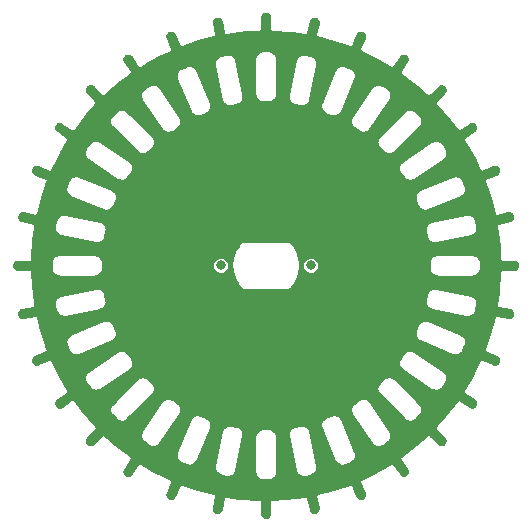
<source format=gbl>
G04 #@! TF.GenerationSoftware,KiCad,Pcbnew,5.1.8+dfsg1-1~bpo10+1*
G04 #@! TF.CreationDate,2021-01-27T21:56:58+00:00*
G04 #@! TF.ProjectId,indexingWheel,696e6465-7869-46e6-9757-6865656c2e6b,rev?*
G04 #@! TF.SameCoordinates,Original*
G04 #@! TF.FileFunction,Copper,L2,Bot*
G04 #@! TF.FilePolarity,Positive*
%FSLAX46Y46*%
G04 Gerber Fmt 4.6, Leading zero omitted, Abs format (unit mm)*
G04 Created by KiCad (PCBNEW 5.1.8+dfsg1-1~bpo10+1) date 2021-01-27 21:56:58*
%MOMM*%
%LPD*%
G01*
G04 APERTURE LIST*
G04 #@! TA.AperFunction,ViaPad*
%ADD10C,0.800000*%
G04 #@! TD*
G04 #@! TA.AperFunction,NonConductor*
%ADD11C,0.254000*%
G04 #@! TD*
G04 #@! TA.AperFunction,NonConductor*
%ADD12C,0.100000*%
G04 #@! TD*
%ADD13C,0.350000*%
G04 APERTURE END LIST*
D10*
X-3810000Y0D03*
X3810000Y0D03*
D11*
X55660Y21291770D02*
X111269Y21275403D01*
X162643Y21248546D01*
X207823Y21212220D01*
X245085Y21167814D01*
X273011Y21117015D01*
X290541Y21061757D01*
X298001Y20995244D01*
X298000Y20001995D01*
X297942Y20001294D01*
X298000Y19992227D01*
X298000Y19984081D01*
X298056Y19983515D01*
X298057Y19983319D01*
X299770Y19965427D01*
X299912Y19964664D01*
X300923Y19954402D01*
X304628Y19942190D01*
X307920Y19930451D01*
X309263Y19926911D01*
X312474Y19916325D01*
X318078Y19905841D01*
X322136Y19897471D01*
X325937Y19891138D01*
X331231Y19881233D01*
X337948Y19873048D01*
X341967Y19867530D01*
X350256Y19858051D01*
X356474Y19850474D01*
X363579Y19844643D01*
X366788Y19841573D01*
X380828Y19830351D01*
X381686Y19829782D01*
X387232Y19825231D01*
X394079Y19821571D01*
X395812Y19820423D01*
X411618Y19811865D01*
X414832Y19810478D01*
X422324Y19806474D01*
X429283Y19804363D01*
X445195Y19799122D01*
X451098Y19797745D01*
X460401Y19794923D01*
X470727Y19793906D01*
X480497Y19792527D01*
X485768Y19792091D01*
X497323Y19791287D01*
X500000Y19791023D01*
X500460Y19791068D01*
X2253720Y19669023D01*
X3366012Y19509245D01*
X3370271Y19507950D01*
X3409867Y19504023D01*
X3449468Y19507898D01*
X3487552Y19519423D01*
X3522656Y19538158D01*
X3553431Y19563380D01*
X3578694Y19594122D01*
X3597475Y19629201D01*
X3606151Y19657734D01*
X3802600Y20641974D01*
X3822831Y20708991D01*
X3849997Y20760089D01*
X3886573Y20804941D01*
X3931167Y20841836D01*
X3982076Y20869365D01*
X4037359Y20886480D01*
X4094920Y20892532D01*
X4152557Y20887289D01*
X4208071Y20870954D01*
X4259364Y20844140D01*
X4304468Y20807880D01*
X4341671Y20763547D01*
X4369556Y20712830D01*
X4387058Y20657668D01*
X4393512Y20600152D01*
X4387925Y20533587D01*
X4194735Y19560742D01*
X4194166Y19558754D01*
X4190772Y19541102D01*
X4188961Y19523220D01*
X4188938Y19521252D01*
X4188023Y19511936D01*
X4188976Y19502294D01*
X4190132Y19487325D01*
X4190920Y19482622D01*
X4191937Y19472338D01*
X4195146Y19461772D01*
X4197641Y19452206D01*
X4200323Y19444723D01*
X4203499Y19434265D01*
X4208501Y19424915D01*
X4211249Y19418971D01*
X4217368Y19408339D01*
X4222268Y19399179D01*
X4228389Y19391725D01*
X4230529Y19388671D01*
X4242111Y19374926D01*
X4242509Y19374531D01*
X4247520Y19368429D01*
X4254081Y19363048D01*
X4254870Y19362265D01*
X4268702Y19350788D01*
X4270755Y19349373D01*
X4278286Y19343196D01*
X4289114Y19337412D01*
X4299148Y19331740D01*
X4303015Y19329987D01*
X4313384Y19324449D01*
X4326571Y19320454D01*
X4332486Y19318384D01*
X4337570Y19316928D01*
X4343857Y19315216D01*
X4351465Y19312911D01*
X4352806Y19312779D01*
X6047539Y18851323D01*
X7107360Y18477597D01*
X7111362Y18475459D01*
X7149442Y18463916D01*
X7189040Y18460024D01*
X7228638Y18463932D01*
X7266713Y18475490D01*
X7301801Y18494254D01*
X7332554Y18519503D01*
X7357791Y18550266D01*
X7371844Y18576570D01*
X7755023Y19502171D01*
X7788834Y19565598D01*
X7825513Y19610472D01*
X7870205Y19647364D01*
X7921215Y19674875D01*
X7976598Y19691954D01*
X8034246Y19697951D01*
X8091955Y19692637D01*
X8147537Y19676214D01*
X8198865Y19649310D01*
X8243994Y19612946D01*
X8281204Y19568506D01*
X8309067Y19517694D01*
X8326533Y19462429D01*
X8332932Y19404828D01*
X8328021Y19347085D01*
X8309515Y19282807D01*
X7929686Y18365293D01*
X7929446Y18364828D01*
X7926818Y18358368D01*
X7922567Y18348098D01*
X7913916Y18319558D01*
X7911567Y18295661D01*
X7911555Y18295559D01*
X7911554Y18295527D01*
X7910024Y18279960D01*
X7913932Y18240362D01*
X7925490Y18202287D01*
X7944254Y18167199D01*
X7969503Y18136446D01*
X8000266Y18111209D01*
X8035362Y18092459D01*
X8040553Y18090886D01*
X9609210Y17309398D01*
X10575759Y16736087D01*
X10579270Y16733207D01*
X10614366Y16714457D01*
X10652446Y16702915D01*
X10692044Y16699024D01*
X10731642Y16702933D01*
X10769716Y16714491D01*
X10804804Y16733256D01*
X10835557Y16758505D01*
X10854472Y16781563D01*
X11413479Y17618573D01*
X11456557Y17671103D01*
X11501376Y17707978D01*
X11552498Y17735443D01*
X11607988Y17752457D01*
X11665719Y17758368D01*
X11723506Y17752953D01*
X11779135Y17736419D01*
X11830497Y17709392D01*
X11875626Y17672907D01*
X11912815Y17628345D01*
X11940638Y17577413D01*
X11958037Y17522048D01*
X11964352Y17464352D01*
X11959340Y17406532D01*
X11943195Y17350790D01*
X11912409Y17291280D01*
X11362432Y16467789D01*
X11359959Y16464678D01*
X11350069Y16449669D01*
X11341552Y16433841D01*
X11340106Y16430464D01*
X11336457Y16423634D01*
X11334702Y16417843D01*
X11334477Y16417318D01*
X11328897Y16400231D01*
X11327414Y16393800D01*
X11324915Y16385554D01*
X11324091Y16377169D01*
X11322394Y16364911D01*
X11321913Y16354998D01*
X11321024Y16345956D01*
X11321936Y16336718D01*
X11322248Y16328999D01*
X11324108Y16314715D01*
X11324933Y16306358D01*
X11327559Y16297707D01*
X11328465Y16293627D01*
X11333904Y16276496D01*
X11334246Y16275679D01*
X11336491Y16268284D01*
X11340413Y16260951D01*
X11340846Y16259916D01*
X11349234Y16244019D01*
X11350580Y16241940D01*
X11355256Y16233196D01*
X11363836Y16222745D01*
X11370072Y16214769D01*
X11372613Y16212055D01*
X11380505Y16202443D01*
X11392256Y16192804D01*
X11395761Y16189672D01*
X11399901Y16186381D01*
X11403166Y16183854D01*
X11411270Y16177207D01*
X11412843Y16176367D01*
X12801509Y15101820D01*
X13637605Y14350970D01*
X13640474Y14347474D01*
X13671233Y14322231D01*
X13706325Y14303474D01*
X13744402Y14291924D01*
X13784000Y14288024D01*
X13823598Y14291924D01*
X13861675Y14303474D01*
X13896767Y14322231D01*
X13919821Y14341150D01*
X14630955Y15052283D01*
X14683453Y15095530D01*
X14734496Y15122992D01*
X14789893Y15140015D01*
X14847545Y15145953D01*
X14905249Y15140580D01*
X14960813Y15124102D01*
X15012117Y15097144D01*
X15057210Y15060735D01*
X15094370Y15016261D01*
X15122186Y14965415D01*
X15139595Y14910137D01*
X15145936Y14852530D01*
X15140966Y14794788D01*
X15124875Y14739111D01*
X15098277Y14687618D01*
X15056653Y14635325D01*
X14356461Y13935132D01*
X14353498Y13932622D01*
X14340870Y13919830D01*
X14329429Y13905967D01*
X14327645Y13903364D01*
X14322231Y13896767D01*
X14318395Y13889590D01*
X14310461Y13875472D01*
X14308395Y13870882D01*
X14303474Y13861675D01*
X14299920Y13849959D01*
X14297194Y13842099D01*
X14295595Y13835699D01*
X14291924Y13823598D01*
X14290674Y13810904D01*
X14290045Y13806904D01*
X14289547Y13799467D01*
X14288024Y13784000D01*
X14289225Y13771804D01*
X14289243Y13771000D01*
X14289767Y13766307D01*
X14291924Y13744402D01*
X14303474Y13706325D01*
X14322231Y13671233D01*
X14347474Y13640474D01*
X14350391Y13638080D01*
X15501521Y12314741D01*
X16175091Y11415231D01*
X16177207Y11411270D01*
X16202443Y11380505D01*
X16233196Y11355256D01*
X16268284Y11336491D01*
X16306358Y11324933D01*
X16345956Y11321024D01*
X16385554Y11324915D01*
X16423634Y11336457D01*
X16449938Y11350510D01*
X16457562Y11355602D01*
X16457569Y11355606D01*
X16457576Y11355611D01*
X17286993Y11909546D01*
X17346944Y11941628D01*
X17402461Y11958553D01*
X17460201Y11964370D01*
X17517979Y11958862D01*
X17573581Y11942237D01*
X17624898Y11915126D01*
X17669972Y11878566D01*
X17707086Y11833947D01*
X17734825Y11782973D01*
X17752136Y11727573D01*
X17758358Y11669873D01*
X17753252Y11612063D01*
X17737015Y11556342D01*
X17710264Y11504837D01*
X17674019Y11459510D01*
X17622830Y11416322D01*
X16796510Y10864454D01*
X16795779Y10864049D01*
X16787168Y10858215D01*
X16781563Y10854472D01*
X16781186Y10854163D01*
X16780897Y10853967D01*
X16766972Y10842603D01*
X16766330Y10841976D01*
X16758505Y10835557D01*
X16750925Y10826325D01*
X16742418Y10816394D01*
X16740088Y10813125D01*
X16733256Y10804804D01*
X16727906Y10794800D01*
X16722894Y10786251D01*
X16719571Y10779215D01*
X16714491Y10769716D01*
X16711538Y10759987D01*
X16709016Y10753128D01*
X16705541Y10740233D01*
X16702933Y10731642D01*
X16702066Y10722859D01*
X16701223Y10718070D01*
X16699693Y10700161D01*
X16699698Y10698871D01*
X16699024Y10692044D01*
X16699753Y10684629D01*
X16699762Y10682187D01*
X16701427Y10664290D01*
X16702123Y10660502D01*
X16702915Y10652446D01*
X16704667Y10646666D01*
X16704677Y10646611D01*
X16709486Y10629292D01*
X16711784Y10623184D01*
X16714457Y10614366D01*
X16718977Y10605906D01*
X16723615Y10596275D01*
X16726180Y10591651D01*
X16732437Y10580711D01*
X16733207Y10579270D01*
X16733387Y10579051D01*
X17606050Y9053290D01*
X18091153Y8039670D01*
X18092459Y8035362D01*
X18111209Y8000266D01*
X18136446Y7969503D01*
X18167199Y7944254D01*
X18202287Y7925490D01*
X18240362Y7913932D01*
X18279960Y7910024D01*
X18319558Y7913916D01*
X18348098Y7922567D01*
X19281065Y8308794D01*
X19342395Y8327506D01*
X19400134Y8333338D01*
X19457905Y8327843D01*
X19513506Y8311232D01*
X19564823Y8284138D01*
X19609901Y8247592D01*
X19647021Y8202987D01*
X19674768Y8152024D01*
X19692091Y8096638D01*
X19698324Y8038943D01*
X19693234Y7981136D01*
X19677012Y7925417D01*
X19650278Y7873915D01*
X19614048Y7828585D01*
X19569702Y7791153D01*
X19511150Y7758741D01*
X18594874Y7379422D01*
X18592975Y7378813D01*
X18576413Y7371828D01*
X18560538Y7363399D01*
X18559510Y7362730D01*
X18550266Y7357791D01*
X18537642Y7347435D01*
X18531343Y7342484D01*
X18529550Y7340796D01*
X18519503Y7332554D01*
X18508888Y7319625D01*
X18506314Y7316729D01*
X18504501Y7314281D01*
X18494254Y7301801D01*
X18486817Y7287893D01*
X18486240Y7286950D01*
X18485344Y7285139D01*
X18475490Y7266713D01*
X18463932Y7228638D01*
X18460024Y7189040D01*
X18463916Y7149442D01*
X18475459Y7111362D01*
X18477488Y7107564D01*
X19034435Y5444726D01*
X19312472Y4355937D01*
X19312911Y4351465D01*
X19324449Y4313384D01*
X19343196Y4278286D01*
X19368429Y4247520D01*
X19399179Y4222268D01*
X19434265Y4203499D01*
X19472338Y4191937D01*
X19511936Y4188023D01*
X19541615Y4190937D01*
X20529792Y4387171D01*
X20595433Y4393735D01*
X20653075Y4388194D01*
X20708553Y4371561D01*
X20759738Y4344471D01*
X20804686Y4307955D01*
X20841684Y4263406D01*
X20869329Y4212511D01*
X20886559Y4157228D01*
X20892723Y4099637D01*
X20887585Y4041956D01*
X20871342Y3986371D01*
X20844608Y3934994D01*
X20808410Y3889795D01*
X20764114Y3852481D01*
X20713420Y3824485D01*
X20649740Y3804150D01*
X19675920Y3609781D01*
X19675528Y3609736D01*
X19669922Y3608584D01*
X19657734Y3606151D01*
X19629201Y3597475D01*
X19608303Y3586286D01*
X19607993Y3586129D01*
X19607897Y3586069D01*
X19594122Y3578694D01*
X19563380Y3553431D01*
X19538158Y3522656D01*
X19519423Y3487552D01*
X19507898Y3449468D01*
X19504023Y3409867D01*
X19507950Y3370271D01*
X19509461Y3365303D01*
X19731184Y1626670D01*
X19791467Y504506D01*
X19791023Y500000D01*
X19794923Y460401D01*
X19806474Y422324D01*
X19825231Y387232D01*
X19850474Y356474D01*
X19881232Y331231D01*
X19916324Y312474D01*
X19954401Y300923D01*
X19984080Y298000D01*
X20990121Y298000D01*
X21057695Y291375D01*
X21113189Y274620D01*
X21164374Y247405D01*
X21209299Y210764D01*
X21246250Y166097D01*
X21273824Y115101D01*
X21290965Y59726D01*
X21297024Y2078D01*
X21291770Y-55660D01*
X21275403Y-111269D01*
X21248545Y-162645D01*
X21212220Y-207823D01*
X21167814Y-245085D01*
X21117015Y-273011D01*
X21061754Y-290541D01*
X20995253Y-298000D01*
X20001995Y-298000D01*
X20001294Y-297942D01*
X19992228Y-298000D01*
X19984080Y-298000D01*
X19983514Y-298056D01*
X19983319Y-298057D01*
X19965427Y-299770D01*
X19964666Y-299912D01*
X19954401Y-300923D01*
X19942147Y-304640D01*
X19930451Y-307920D01*
X19926915Y-309261D01*
X19916324Y-312474D01*
X19905821Y-318088D01*
X19897471Y-322137D01*
X19891155Y-325927D01*
X19881232Y-331231D01*
X19873042Y-337953D01*
X19867530Y-341967D01*
X19858055Y-350252D01*
X19850474Y-356474D01*
X19844643Y-363579D01*
X19841573Y-366788D01*
X19830351Y-380828D01*
X19829782Y-381686D01*
X19825231Y-387232D01*
X19821571Y-394079D01*
X19820423Y-395812D01*
X19811865Y-411618D01*
X19810478Y-414832D01*
X19806474Y-422324D01*
X19804363Y-429283D01*
X19799122Y-445195D01*
X19797745Y-451098D01*
X19794923Y-460401D01*
X19793906Y-470727D01*
X19792527Y-480497D01*
X19792091Y-485768D01*
X19791287Y-497323D01*
X19791023Y-500000D01*
X19791068Y-500460D01*
X19669023Y-2253720D01*
X19509245Y-3366012D01*
X19507950Y-3370271D01*
X19504023Y-3409867D01*
X19507898Y-3449468D01*
X19519423Y-3487552D01*
X19538158Y-3522656D01*
X19563380Y-3553431D01*
X19594122Y-3578694D01*
X19629201Y-3597475D01*
X19657734Y-3606151D01*
X20641974Y-3802600D01*
X20708991Y-3822831D01*
X20760089Y-3849997D01*
X20804941Y-3886573D01*
X20841836Y-3931167D01*
X20869365Y-3982076D01*
X20886480Y-4037359D01*
X20892532Y-4094921D01*
X20887290Y-4152553D01*
X20870954Y-4208071D01*
X20844141Y-4259364D01*
X20807878Y-4304470D01*
X20763548Y-4341670D01*
X20712831Y-4369555D01*
X20657667Y-4387058D01*
X20600152Y-4393511D01*
X20533587Y-4387925D01*
X19560742Y-4194735D01*
X19558754Y-4194166D01*
X19541102Y-4190772D01*
X19523220Y-4188961D01*
X19521252Y-4188938D01*
X19511936Y-4188023D01*
X19502294Y-4188976D01*
X19487325Y-4190132D01*
X19482622Y-4190920D01*
X19472338Y-4191937D01*
X19461772Y-4195146D01*
X19452206Y-4197641D01*
X19444723Y-4200323D01*
X19434265Y-4203499D01*
X19424906Y-4208505D01*
X19418971Y-4211250D01*
X19408346Y-4217364D01*
X19399179Y-4222268D01*
X19391725Y-4228389D01*
X19388671Y-4230529D01*
X19374926Y-4242111D01*
X19374531Y-4242509D01*
X19368429Y-4247520D01*
X19363048Y-4254081D01*
X19362265Y-4254870D01*
X19350788Y-4268702D01*
X19349373Y-4270755D01*
X19343196Y-4278286D01*
X19337409Y-4289121D01*
X19331740Y-4299149D01*
X19329990Y-4303011D01*
X19324449Y-4313384D01*
X19320454Y-4326571D01*
X19318384Y-4332486D01*
X19316928Y-4337570D01*
X19315216Y-4343857D01*
X19312911Y-4351465D01*
X19312779Y-4352806D01*
X18851323Y-6047539D01*
X18477597Y-7107360D01*
X18475459Y-7111362D01*
X18463916Y-7149442D01*
X18460024Y-7189040D01*
X18463932Y-7228638D01*
X18475490Y-7266713D01*
X18494254Y-7301801D01*
X18519503Y-7332554D01*
X18550266Y-7357791D01*
X18576570Y-7371844D01*
X19502171Y-7755023D01*
X19565598Y-7788834D01*
X19610472Y-7825513D01*
X19647364Y-7870205D01*
X19674875Y-7921215D01*
X19691954Y-7976598D01*
X19697951Y-8034246D01*
X19692637Y-8091955D01*
X19676214Y-8147538D01*
X19649311Y-8198865D01*
X19612944Y-8243996D01*
X19568507Y-8281203D01*
X19517694Y-8309068D01*
X19462431Y-8326533D01*
X19404828Y-8332931D01*
X19347085Y-8328021D01*
X19282807Y-8309515D01*
X18365293Y-7929686D01*
X18364828Y-7929446D01*
X18358368Y-7926818D01*
X18348098Y-7922567D01*
X18319558Y-7913916D01*
X18295661Y-7911567D01*
X18295559Y-7911555D01*
X18295527Y-7911554D01*
X18279960Y-7910024D01*
X18240362Y-7913932D01*
X18202287Y-7925490D01*
X18167199Y-7944254D01*
X18136446Y-7969503D01*
X18111209Y-8000266D01*
X18092459Y-8035362D01*
X18090886Y-8040553D01*
X17309398Y-9609210D01*
X16736087Y-10575759D01*
X16733207Y-10579270D01*
X16714457Y-10614366D01*
X16702915Y-10652446D01*
X16699024Y-10692044D01*
X16702933Y-10731642D01*
X16714491Y-10769716D01*
X16733256Y-10804804D01*
X16758505Y-10835557D01*
X16781563Y-10854472D01*
X17618573Y-11413479D01*
X17671103Y-11456557D01*
X17707978Y-11501376D01*
X17735443Y-11552498D01*
X17752457Y-11607988D01*
X17758368Y-11665719D01*
X17752953Y-11723506D01*
X17736418Y-11779137D01*
X17709392Y-11830496D01*
X17672905Y-11875628D01*
X17628345Y-11912815D01*
X17577413Y-11940638D01*
X17522048Y-11958037D01*
X17464352Y-11964352D01*
X17406532Y-11959340D01*
X17350790Y-11943195D01*
X17291280Y-11912409D01*
X16467789Y-11362432D01*
X16464678Y-11359959D01*
X16449669Y-11350069D01*
X16433841Y-11341552D01*
X16430464Y-11340106D01*
X16423634Y-11336457D01*
X16417843Y-11334702D01*
X16417318Y-11334477D01*
X16400231Y-11328897D01*
X16393800Y-11327414D01*
X16385554Y-11324915D01*
X16377169Y-11324091D01*
X16364911Y-11322394D01*
X16354998Y-11321913D01*
X16345956Y-11321024D01*
X16336718Y-11321936D01*
X16328999Y-11322248D01*
X16314715Y-11324108D01*
X16306358Y-11324933D01*
X16297707Y-11327559D01*
X16293627Y-11328465D01*
X16276496Y-11333904D01*
X16275679Y-11334246D01*
X16268284Y-11336491D01*
X16260951Y-11340413D01*
X16259916Y-11340846D01*
X16244019Y-11349234D01*
X16241940Y-11350580D01*
X16233196Y-11355256D01*
X16222745Y-11363836D01*
X16214769Y-11370072D01*
X16212057Y-11372612D01*
X16202443Y-11380505D01*
X16192801Y-11392259D01*
X16189672Y-11395761D01*
X16186381Y-11399900D01*
X16183841Y-11403183D01*
X16177207Y-11411270D01*
X16176369Y-11412839D01*
X15101820Y-12801509D01*
X14350970Y-13637605D01*
X14347474Y-13640474D01*
X14322231Y-13671233D01*
X14303474Y-13706325D01*
X14291924Y-13744402D01*
X14288024Y-13784000D01*
X14291924Y-13823598D01*
X14303474Y-13861675D01*
X14322231Y-13896767D01*
X14341150Y-13919821D01*
X15052283Y-14630955D01*
X15095530Y-14683453D01*
X15122992Y-14734496D01*
X15140015Y-14789893D01*
X15145953Y-14847545D01*
X15140580Y-14905249D01*
X15124102Y-14960814D01*
X15097144Y-15012118D01*
X15060735Y-15057209D01*
X15016259Y-15094372D01*
X14965415Y-15122186D01*
X14910137Y-15139595D01*
X14852530Y-15145936D01*
X14794788Y-15140966D01*
X14739111Y-15124875D01*
X14687618Y-15098277D01*
X14635325Y-15056653D01*
X13935134Y-14356463D01*
X13932622Y-14353498D01*
X13919831Y-14340869D01*
X13905968Y-14329429D01*
X13903358Y-14327640D01*
X13896767Y-14322231D01*
X13889623Y-14318412D01*
X13875472Y-14310461D01*
X13870882Y-14308395D01*
X13861675Y-14303474D01*
X13849959Y-14299920D01*
X13842099Y-14297194D01*
X13835698Y-14295594D01*
X13823598Y-14291924D01*
X13810907Y-14290674D01*
X13806905Y-14290045D01*
X13799453Y-14289546D01*
X13784000Y-14288024D01*
X13771817Y-14289224D01*
X13771000Y-14289242D01*
X13766253Y-14289772D01*
X13744402Y-14291924D01*
X13706325Y-14303474D01*
X13671233Y-14322231D01*
X13640474Y-14347474D01*
X13638083Y-14350388D01*
X12314742Y-15501521D01*
X11415231Y-16175091D01*
X11411270Y-16177207D01*
X11380505Y-16202443D01*
X11355256Y-16233196D01*
X11336491Y-16268284D01*
X11324933Y-16306358D01*
X11321024Y-16345956D01*
X11324915Y-16385554D01*
X11336457Y-16423634D01*
X11350510Y-16449938D01*
X11909546Y-17286993D01*
X11941628Y-17346944D01*
X11958553Y-17402461D01*
X11964370Y-17460201D01*
X11958862Y-17517976D01*
X11942236Y-17573582D01*
X11915128Y-17624897D01*
X11878564Y-17669974D01*
X11833947Y-17707086D01*
X11782972Y-17734825D01*
X11727574Y-17752136D01*
X11669874Y-17758358D01*
X11612063Y-17753252D01*
X11556342Y-17737015D01*
X11504837Y-17710264D01*
X11459510Y-17674019D01*
X11416322Y-17622830D01*
X10864458Y-16796515D01*
X10864049Y-16795778D01*
X10858196Y-16787138D01*
X10854472Y-16781563D01*
X10854163Y-16781186D01*
X10853967Y-16780897D01*
X10842603Y-16766972D01*
X10841976Y-16766330D01*
X10835557Y-16758505D01*
X10826325Y-16750925D01*
X10816394Y-16742418D01*
X10813125Y-16740088D01*
X10804804Y-16733256D01*
X10794805Y-16727909D01*
X10786252Y-16722894D01*
X10779200Y-16719563D01*
X10769716Y-16714491D01*
X10759996Y-16711540D01*
X10753128Y-16709016D01*
X10740227Y-16705539D01*
X10731642Y-16702933D01*
X10722862Y-16702066D01*
X10718071Y-16701223D01*
X10700162Y-16699693D01*
X10698871Y-16699698D01*
X10692044Y-16699024D01*
X10684629Y-16699753D01*
X10682187Y-16699762D01*
X10664290Y-16701427D01*
X10660502Y-16702123D01*
X10652446Y-16702915D01*
X10646666Y-16704667D01*
X10646611Y-16704677D01*
X10629293Y-16709486D01*
X10623187Y-16711783D01*
X10614366Y-16714457D01*
X10605906Y-16718977D01*
X10596275Y-16723615D01*
X10591651Y-16726180D01*
X10580711Y-16732437D01*
X10579270Y-16733207D01*
X10579051Y-16733387D01*
X9053286Y-17606052D01*
X8039670Y-18091153D01*
X8035362Y-18092459D01*
X8000266Y-18111209D01*
X7969503Y-18136446D01*
X7944254Y-18167199D01*
X7925490Y-18202287D01*
X7913932Y-18240362D01*
X7910024Y-18279960D01*
X7913916Y-18319558D01*
X7922567Y-18348098D01*
X8308794Y-19281065D01*
X8327506Y-19342395D01*
X8333338Y-19400138D01*
X8327843Y-19457906D01*
X8311234Y-19513503D01*
X8284138Y-19564823D01*
X8247594Y-19609899D01*
X8202986Y-19647021D01*
X8152024Y-19674768D01*
X8096637Y-19692091D01*
X8038943Y-19698324D01*
X7981136Y-19693234D01*
X7925417Y-19677012D01*
X7873915Y-19650278D01*
X7828585Y-19614048D01*
X7791153Y-19569702D01*
X7758741Y-19511150D01*
X7379418Y-18594865D01*
X7378812Y-18592975D01*
X7371828Y-18576413D01*
X7363398Y-18560538D01*
X7362734Y-18559518D01*
X7357791Y-18550266D01*
X7347422Y-18537626D01*
X7342483Y-18531343D01*
X7340802Y-18529557D01*
X7332554Y-18519503D01*
X7319625Y-18508888D01*
X7316729Y-18506314D01*
X7314281Y-18504501D01*
X7301801Y-18494254D01*
X7287893Y-18486817D01*
X7286950Y-18486240D01*
X7285142Y-18485345D01*
X7266713Y-18475490D01*
X7228638Y-18463932D01*
X7189040Y-18460024D01*
X7149442Y-18463916D01*
X7111362Y-18475459D01*
X7107566Y-18477487D01*
X5444726Y-19034435D01*
X4355936Y-19312472D01*
X4351465Y-19312911D01*
X4313384Y-19324449D01*
X4278286Y-19343196D01*
X4247520Y-19368429D01*
X4222268Y-19399179D01*
X4203499Y-19434265D01*
X4191937Y-19472338D01*
X4188023Y-19511936D01*
X4190937Y-19541615D01*
X4387171Y-20529792D01*
X4393735Y-20595433D01*
X4388194Y-20653076D01*
X4371561Y-20708553D01*
X4344472Y-20759737D01*
X4307959Y-20804682D01*
X4263403Y-20841686D01*
X4212512Y-20869329D01*
X4157228Y-20886559D01*
X4099637Y-20892723D01*
X4041956Y-20887585D01*
X3986371Y-20871342D01*
X3934994Y-20844608D01*
X3889795Y-20808410D01*
X3852481Y-20764114D01*
X3824485Y-20713420D01*
X3804150Y-20649740D01*
X3609781Y-19675919D01*
X3609736Y-19675528D01*
X3608584Y-19669922D01*
X3606151Y-19657734D01*
X3597475Y-19629201D01*
X3586286Y-19608303D01*
X3586129Y-19607993D01*
X3586069Y-19607898D01*
X3578694Y-19594122D01*
X3553431Y-19563380D01*
X3522656Y-19538158D01*
X3487552Y-19519423D01*
X3449468Y-19507898D01*
X3409867Y-19504023D01*
X3370271Y-19507950D01*
X3365303Y-19509461D01*
X1626669Y-19731184D01*
X504506Y-19791467D01*
X500000Y-19791023D01*
X460401Y-19794923D01*
X422324Y-19806474D01*
X387232Y-19825231D01*
X356474Y-19850474D01*
X331231Y-19881233D01*
X312474Y-19916325D01*
X300923Y-19954402D01*
X298000Y-19984081D01*
X298001Y-20990111D01*
X291375Y-21057695D01*
X274620Y-21113189D01*
X247405Y-21164374D01*
X210764Y-21209299D01*
X166097Y-21246251D01*
X115102Y-21273824D01*
X59729Y-21290964D01*
X2077Y-21297024D01*
X-55660Y-21291770D01*
X-111269Y-21275403D01*
X-162645Y-21248545D01*
X-207823Y-21212220D01*
X-245085Y-21167814D01*
X-273011Y-21117015D01*
X-290541Y-21061754D01*
X-298000Y-20995253D01*
X-298000Y-20001995D01*
X-297942Y-20001294D01*
X-298000Y-19992159D01*
X-298000Y-19984080D01*
X-298056Y-19983514D01*
X-298057Y-19983319D01*
X-299770Y-19965427D01*
X-299912Y-19964666D01*
X-300923Y-19954401D01*
X-304640Y-19942147D01*
X-307920Y-19930451D01*
X-309261Y-19926915D01*
X-312474Y-19916324D01*
X-318088Y-19905821D01*
X-322137Y-19897471D01*
X-325927Y-19891155D01*
X-331231Y-19881232D01*
X-337953Y-19873042D01*
X-341967Y-19867530D01*
X-350252Y-19858055D01*
X-356474Y-19850474D01*
X-363577Y-19844645D01*
X-366788Y-19841573D01*
X-380828Y-19830351D01*
X-381691Y-19829779D01*
X-387233Y-19825231D01*
X-394075Y-19821574D01*
X-395812Y-19820423D01*
X-411618Y-19811865D01*
X-414837Y-19810476D01*
X-422325Y-19806474D01*
X-429272Y-19804367D01*
X-445195Y-19799122D01*
X-451102Y-19797744D01*
X-460402Y-19794923D01*
X-470725Y-19793906D01*
X-480497Y-19792527D01*
X-485768Y-19792091D01*
X-497323Y-19791287D01*
X-500000Y-19791023D01*
X-500460Y-19791068D01*
X-2253720Y-19669023D01*
X-3366012Y-19509245D01*
X-3370271Y-19507950D01*
X-3409867Y-19504023D01*
X-3449469Y-19507898D01*
X-3487553Y-19519424D01*
X-3522657Y-19538158D01*
X-3553432Y-19563380D01*
X-3578695Y-19594122D01*
X-3597476Y-19629201D01*
X-3606152Y-19657734D01*
X-3802599Y-20641972D01*
X-3822831Y-20708991D01*
X-3849997Y-20760089D01*
X-3886575Y-20804942D01*
X-3931167Y-20841836D01*
X-3982077Y-20869366D01*
X-4037355Y-20886480D01*
X-4094921Y-20892532D01*
X-4152553Y-20887290D01*
X-4208071Y-20870954D01*
X-4259364Y-20844141D01*
X-4304470Y-20807878D01*
X-4341670Y-20763548D01*
X-4369555Y-20712831D01*
X-4387058Y-20657667D01*
X-4393512Y-20600152D01*
X-4387925Y-20533588D01*
X-4194735Y-19560740D01*
X-4194166Y-19558754D01*
X-4190772Y-19541102D01*
X-4188961Y-19523220D01*
X-4188938Y-19521252D01*
X-4188023Y-19511936D01*
X-4188976Y-19502294D01*
X-4190132Y-19487325D01*
X-4190920Y-19482622D01*
X-4191937Y-19472338D01*
X-4195146Y-19461772D01*
X-4197641Y-19452206D01*
X-4200323Y-19444723D01*
X-4203499Y-19434265D01*
X-4208505Y-19424906D01*
X-4211250Y-19418971D01*
X-4217364Y-19408346D01*
X-4222268Y-19399179D01*
X-4228391Y-19391723D01*
X-4230529Y-19388671D01*
X-4242111Y-19374926D01*
X-4242505Y-19374535D01*
X-4247520Y-19368428D01*
X-4254086Y-19363043D01*
X-4254870Y-19362265D01*
X-4268702Y-19350788D01*
X-4270753Y-19349374D01*
X-4278286Y-19343196D01*
X-4289121Y-19337409D01*
X-4299149Y-19331740D01*
X-4303011Y-19329990D01*
X-4313384Y-19324449D01*
X-4326571Y-19320454D01*
X-4332486Y-19318384D01*
X-4337570Y-19316928D01*
X-4343857Y-19315216D01*
X-4351465Y-19312911D01*
X-4352806Y-19312779D01*
X-6047539Y-18851323D01*
X-7107360Y-18477597D01*
X-7111362Y-18475459D01*
X-7149442Y-18463916D01*
X-7189041Y-18460024D01*
X-7228639Y-18463932D01*
X-7266714Y-18475490D01*
X-7301802Y-18494254D01*
X-7332555Y-18519503D01*
X-7357792Y-18550266D01*
X-7371845Y-18576570D01*
X-7755022Y-19502168D01*
X-7788836Y-19565601D01*
X-7825510Y-19610469D01*
X-7870205Y-19647364D01*
X-7921219Y-19674877D01*
X-7976597Y-19691954D01*
X-8034246Y-19697951D01*
X-8091955Y-19692637D01*
X-8147538Y-19676214D01*
X-8198865Y-19649311D01*
X-8243996Y-19612944D01*
X-8281203Y-19568507D01*
X-8309068Y-19517694D01*
X-8326533Y-19462431D01*
X-8332931Y-19404828D01*
X-8328021Y-19347085D01*
X-8309513Y-19282799D01*
X-7929681Y-18365286D01*
X-7929446Y-18364828D01*
X-7926864Y-18358479D01*
X-7922567Y-18348100D01*
X-7913916Y-18319559D01*
X-7911567Y-18295659D01*
X-7911555Y-18295559D01*
X-7911554Y-18295527D01*
X-7910024Y-18279960D01*
X-7913932Y-18240362D01*
X-7925490Y-18202287D01*
X-7944254Y-18167199D01*
X-7969503Y-18136446D01*
X-8000266Y-18111209D01*
X-8035362Y-18092459D01*
X-8040553Y-18090886D01*
X-9609210Y-17309398D01*
X-9901994Y-17135732D01*
X-4360873Y-17135732D01*
X-4360602Y-17138539D01*
X-4350536Y-17235737D01*
X-4346882Y-17253678D01*
X-4343479Y-17271666D01*
X-4342668Y-17274367D01*
X-4313915Y-17367757D01*
X-4306827Y-17384692D01*
X-4300013Y-17401631D01*
X-4298694Y-17404123D01*
X-4252349Y-17490149D01*
X-4242127Y-17505353D01*
X-4232133Y-17520677D01*
X-4230354Y-17522866D01*
X-4168183Y-17598253D01*
X-4155222Y-17611163D01*
X-4142420Y-17624275D01*
X-4140250Y-17626076D01*
X-4064619Y-17687952D01*
X-4049365Y-17698120D01*
X-4034296Y-17708472D01*
X-4031820Y-17709816D01*
X-4031812Y-17709820D01*
X-3945609Y-17755824D01*
X-3928668Y-17762837D01*
X-3911875Y-17770065D01*
X-3909190Y-17770900D01*
X-3909184Y-17770903D01*
X-3909178Y-17770904D01*
X-3815679Y-17799289D01*
X-3777019Y-17807006D01*
X-3776930Y-17807006D01*
X-3295810Y-17903034D01*
X-3286721Y-17903935D01*
X-3283682Y-17904559D01*
X-3280875Y-17904834D01*
X-3183789Y-17913666D01*
X-3165472Y-17913537D01*
X-3147175Y-17913664D01*
X-3144368Y-17913389D01*
X-3047416Y-17903195D01*
X-3029448Y-17899506D01*
X-3011496Y-17896080D01*
X-3008802Y-17895267D01*
X-3008798Y-17895266D01*
X-3008795Y-17895265D01*
X-2915670Y-17866434D01*
X-2898737Y-17859315D01*
X-2881818Y-17852478D01*
X-2879328Y-17851155D01*
X-2793576Y-17804784D01*
X-2778371Y-17794527D01*
X-2763079Y-17784519D01*
X-2760893Y-17782737D01*
X-2685781Y-17720593D01*
X-2672850Y-17707570D01*
X-2659802Y-17694791D01*
X-2658004Y-17692619D01*
X-2596392Y-17617068D01*
X-2586274Y-17601838D01*
X-2575917Y-17586710D01*
X-2574576Y-17584229D01*
X-2535070Y-17509919D01*
X-952000Y-17509919D01*
X-951135Y-17518707D01*
X-951156Y-17521799D01*
X-950881Y-17524605D01*
X-940681Y-17621654D01*
X-937004Y-17639570D01*
X-933569Y-17657572D01*
X-932754Y-17660272D01*
X-903898Y-17753491D01*
X-896798Y-17770381D01*
X-889944Y-17787345D01*
X-888621Y-17789835D01*
X-842208Y-17875673D01*
X-831962Y-17890863D01*
X-821945Y-17906170D01*
X-820162Y-17908356D01*
X-757961Y-17983545D01*
X-744947Y-17996468D01*
X-732161Y-18009525D01*
X-729988Y-18011323D01*
X-654367Y-18072999D01*
X-639109Y-18083136D01*
X-624009Y-18093475D01*
X-621528Y-18094817D01*
X-535367Y-18140629D01*
X-518429Y-18147611D01*
X-501614Y-18154817D01*
X-498926Y-18155649D01*
X-498919Y-18155652D01*
X-498912Y-18155653D01*
X-405502Y-18183856D01*
X-387548Y-18187411D01*
X-369633Y-18191219D01*
X-366832Y-18191514D01*
X-366828Y-18191514D01*
X-269711Y-18201036D01*
X-269708Y-18201036D01*
X-259920Y-18202000D01*
X259920Y-18202000D01*
X268708Y-18201135D01*
X271799Y-18201156D01*
X274605Y-18200881D01*
X371654Y-18190681D01*
X389570Y-18187004D01*
X407572Y-18183569D01*
X410272Y-18182754D01*
X503491Y-18153898D01*
X520381Y-18146798D01*
X537345Y-18139944D01*
X539835Y-18138621D01*
X625673Y-18092208D01*
X640863Y-18081962D01*
X656170Y-18071945D01*
X658356Y-18070162D01*
X733545Y-18007961D01*
X746468Y-17994947D01*
X759525Y-17982161D01*
X761323Y-17979988D01*
X822999Y-17904367D01*
X833136Y-17889109D01*
X843475Y-17874009D01*
X844817Y-17871528D01*
X890629Y-17785367D01*
X897616Y-17768415D01*
X904817Y-17751614D01*
X905649Y-17748926D01*
X905652Y-17748919D01*
X905653Y-17748912D01*
X933856Y-17655502D01*
X937411Y-17637548D01*
X941219Y-17619633D01*
X941514Y-17616828D01*
X951036Y-17519711D01*
X951036Y-17519708D01*
X952000Y-17509920D01*
X952000Y-14490080D01*
X951135Y-14481292D01*
X951156Y-14478202D01*
X950882Y-14475395D01*
X940681Y-14378347D01*
X937006Y-14360445D01*
X933569Y-14342428D01*
X932754Y-14339728D01*
X916823Y-14288262D01*
X1883039Y-14288262D01*
X1883300Y-14291070D01*
X1890504Y-14363106D01*
X1890023Y-14367987D01*
X1892945Y-14397665D01*
X2481813Y-17359124D01*
X2484307Y-17367348D01*
X2484883Y-17370374D01*
X2485697Y-17373074D01*
X2514541Y-17466398D01*
X2521646Y-17483321D01*
X2528480Y-17500256D01*
X2529802Y-17502747D01*
X2576223Y-17588690D01*
X2586486Y-17603919D01*
X2596474Y-17619197D01*
X2598255Y-17621384D01*
X2660485Y-17696673D01*
X2673487Y-17709596D01*
X2686274Y-17722664D01*
X2688446Y-17724463D01*
X2764115Y-17786232D01*
X2779352Y-17796365D01*
X2794463Y-17806721D01*
X2796943Y-17808064D01*
X2883168Y-17853958D01*
X2900094Y-17860942D01*
X2916916Y-17868161D01*
X2919609Y-17868996D01*
X3013106Y-17897269D01*
X3031078Y-17900836D01*
X3048972Y-17904647D01*
X3051774Y-17904943D01*
X3051776Y-17904943D01*
X3148985Y-17914517D01*
X3167276Y-17914525D01*
X3185601Y-17914788D01*
X3188409Y-17914534D01*
X3285625Y-17905044D01*
X3295791Y-17903036D01*
X3295809Y-17903034D01*
X3296653Y-17902866D01*
X3324301Y-17897404D01*
X3324569Y-17897294D01*
X3806266Y-17801151D01*
X3814785Y-17798561D01*
X3817823Y-17797975D01*
X3820521Y-17797155D01*
X3913630Y-17768137D01*
X3930507Y-17761005D01*
X3947457Y-17754118D01*
X3949945Y-17752790D01*
X4035643Y-17706240D01*
X4050809Y-17695968D01*
X4066100Y-17685920D01*
X4068279Y-17684135D01*
X4068284Y-17684132D01*
X4068288Y-17684128D01*
X4143307Y-17621825D01*
X4156174Y-17608818D01*
X4169240Y-17595974D01*
X4171028Y-17593803D01*
X4171033Y-17593798D01*
X4171037Y-17593793D01*
X4232528Y-17518102D01*
X4242644Y-17502812D01*
X4252944Y-17487707D01*
X4254281Y-17485224D01*
X4299901Y-17399027D01*
X4306850Y-17382076D01*
X4314026Y-17365243D01*
X4314855Y-17362548D01*
X4342863Y-17269131D01*
X4346384Y-17251164D01*
X4350156Y-17233251D01*
X4350445Y-17230446D01*
X4359776Y-17133368D01*
X4359741Y-17115029D01*
X4359961Y-17096752D01*
X4359701Y-17093944D01*
X4352494Y-17021864D01*
X4352977Y-17016946D01*
X4350046Y-16987268D01*
X3760170Y-14025812D01*
X3757562Y-14017221D01*
X3756975Y-14014177D01*
X3756155Y-14011479D01*
X3727137Y-13918370D01*
X3720030Y-13901555D01*
X3713119Y-13884543D01*
X3711790Y-13882056D01*
X3665240Y-13796357D01*
X3654956Y-13781174D01*
X3644920Y-13765901D01*
X3643134Y-13763718D01*
X3580825Y-13688693D01*
X3567816Y-13675824D01*
X3554974Y-13662761D01*
X3552798Y-13660967D01*
X3477102Y-13599473D01*
X3461839Y-13589374D01*
X3446707Y-13579056D01*
X3444224Y-13577719D01*
X3358027Y-13532099D01*
X3341076Y-13525150D01*
X3324243Y-13517974D01*
X3321547Y-13517145D01*
X3296593Y-13509663D01*
X4616802Y-13509663D01*
X4617060Y-13512471D01*
X4626686Y-13609564D01*
X4630263Y-13627526D01*
X4633587Y-13645526D01*
X4634386Y-13648230D01*
X4656920Y-13722572D01*
X4656921Y-13722586D01*
X4665576Y-13751125D01*
X5821167Y-16541456D01*
X5825275Y-16549143D01*
X5826432Y-16551998D01*
X5827758Y-16554486D01*
X5874255Y-16640262D01*
X5884515Y-16655438D01*
X5894552Y-16670740D01*
X5896336Y-16672923D01*
X5958609Y-16748034D01*
X5971627Y-16760934D01*
X5984437Y-16773987D01*
X5986612Y-16775783D01*
X6062287Y-16837368D01*
X6077575Y-16847501D01*
X6092665Y-16857810D01*
X6095147Y-16859149D01*
X6181344Y-16904863D01*
X6198264Y-16911816D01*
X6215115Y-16919017D01*
X6217802Y-16919846D01*
X6217808Y-16919848D01*
X6217814Y-16919849D01*
X6311244Y-16947948D01*
X6329216Y-16951487D01*
X6347118Y-16955272D01*
X6349923Y-16955564D01*
X6447036Y-16964982D01*
X6465376Y-16964962D01*
X6483653Y-16965198D01*
X6486461Y-16964940D01*
X6583553Y-16955315D01*
X6601510Y-16951739D01*
X6619512Y-16948415D01*
X6622217Y-16947616D01*
X6696691Y-16925044D01*
X6696831Y-16925030D01*
X6715436Y-16919363D01*
X6715590Y-16919316D01*
X6715592Y-16919315D01*
X6725359Y-16916340D01*
X7205680Y-16716727D01*
X7213156Y-16712720D01*
X7215998Y-16711568D01*
X7218486Y-16710242D01*
X7304262Y-16663745D01*
X7319438Y-16653485D01*
X7334740Y-16643448D01*
X7336923Y-16641664D01*
X7412034Y-16579391D01*
X7424934Y-16566373D01*
X7437987Y-16553563D01*
X7439783Y-16551388D01*
X7501368Y-16475713D01*
X7511501Y-16460425D01*
X7521810Y-16445335D01*
X7523149Y-16442853D01*
X7568863Y-16356656D01*
X7575816Y-16339736D01*
X7583017Y-16322885D01*
X7583846Y-16320198D01*
X7583848Y-16320192D01*
X7583849Y-16320186D01*
X7611948Y-16226756D01*
X7615487Y-16208784D01*
X7619272Y-16190882D01*
X7619564Y-16188077D01*
X7628982Y-16090964D01*
X7628962Y-16072625D01*
X7629198Y-16054347D01*
X7628940Y-16051539D01*
X7619315Y-15954447D01*
X7615734Y-15936465D01*
X7612415Y-15918487D01*
X7611616Y-15915783D01*
X7589081Y-15841429D01*
X7589079Y-15841413D01*
X7580424Y-15812874D01*
X6424832Y-13022545D01*
X6420560Y-13014551D01*
X6419387Y-13011672D01*
X6418056Y-13009186D01*
X6371365Y-12923431D01*
X6361087Y-12908288D01*
X6351013Y-12892992D01*
X6349225Y-12890811D01*
X6286766Y-12815758D01*
X6273747Y-12802904D01*
X6260888Y-12789850D01*
X6258716Y-12788064D01*
X6258712Y-12788060D01*
X6258708Y-12788057D01*
X6182862Y-12726567D01*
X6167563Y-12716466D01*
X6152447Y-12706181D01*
X6149966Y-12704848D01*
X6149958Y-12704844D01*
X6063616Y-12659258D01*
X6046639Y-12652318D01*
X6029821Y-12645168D01*
X6027131Y-12644344D01*
X6027124Y-12644341D01*
X6027117Y-12644340D01*
X5933568Y-12616392D01*
X5915643Y-12612897D01*
X5897678Y-12609133D01*
X5894876Y-12608847D01*
X5894872Y-12608847D01*
X5797668Y-12599601D01*
X5779315Y-12599655D01*
X5761051Y-12599453D01*
X5758243Y-12599716D01*
X5661094Y-12609528D01*
X5643159Y-12613134D01*
X5625149Y-12616494D01*
X5622446Y-12617298D01*
X5529053Y-12645792D01*
X5526375Y-12646905D01*
X5520991Y-12648534D01*
X5040657Y-12847115D01*
X5032875Y-12851268D01*
X5029990Y-12852437D01*
X5027502Y-12853764D01*
X4941727Y-12900263D01*
X4926550Y-12910523D01*
X4911251Y-12920559D01*
X4909067Y-12922343D01*
X4833957Y-12984617D01*
X4821072Y-12997621D01*
X4808005Y-13010445D01*
X4806210Y-13012620D01*
X4744626Y-13088296D01*
X4734524Y-13103537D01*
X4724182Y-13118676D01*
X4722844Y-13121158D01*
X4677131Y-13207356D01*
X4670158Y-13224327D01*
X4662980Y-13241125D01*
X4662148Y-13243820D01*
X4634049Y-13337254D01*
X4630510Y-13355228D01*
X4626726Y-13373130D01*
X4626434Y-13375935D01*
X4617018Y-13473048D01*
X4617038Y-13491352D01*
X4616802Y-13509663D01*
X3296593Y-13509663D01*
X3228131Y-13489137D01*
X3210157Y-13485614D01*
X3192251Y-13481844D01*
X3189445Y-13481555D01*
X3092368Y-13472224D01*
X3074038Y-13472259D01*
X3055752Y-13472039D01*
X3052944Y-13472299D01*
X2980805Y-13479512D01*
X2975787Y-13479023D01*
X2946111Y-13481978D01*
X2436658Y-13583869D01*
X2428212Y-13586440D01*
X2425164Y-13587028D01*
X2422466Y-13587848D01*
X2329357Y-13616868D01*
X2312475Y-13624003D01*
X2295533Y-13630887D01*
X2293046Y-13632215D01*
X2207348Y-13678766D01*
X2192187Y-13689035D01*
X2176889Y-13699088D01*
X2174714Y-13700869D01*
X2174707Y-13700874D01*
X2174701Y-13700880D01*
X2099683Y-13763185D01*
X2086814Y-13776195D01*
X2073750Y-13789037D01*
X2071957Y-13791213D01*
X2010465Y-13866909D01*
X2000362Y-13882179D01*
X1990049Y-13897305D01*
X1988712Y-13899788D01*
X1943094Y-13985986D01*
X1936145Y-14002939D01*
X1928971Y-14019768D01*
X1928142Y-14022463D01*
X1900135Y-14115880D01*
X1896622Y-14133804D01*
X1892842Y-14151762D01*
X1892552Y-14154567D01*
X1883223Y-14251645D01*
X1883259Y-14269948D01*
X1883039Y-14288262D01*
X916823Y-14288262D01*
X903898Y-14246509D01*
X896803Y-14229631D01*
X889944Y-14212655D01*
X888620Y-14210165D01*
X842208Y-14124327D01*
X831950Y-14109120D01*
X821944Y-14093830D01*
X820162Y-14091644D01*
X757960Y-14016455D01*
X744966Y-14003551D01*
X732161Y-13990475D01*
X729988Y-13988677D01*
X654367Y-13927001D01*
X639109Y-13916864D01*
X624009Y-13906525D01*
X621528Y-13905183D01*
X535367Y-13859371D01*
X518429Y-13852389D01*
X501614Y-13845183D01*
X498926Y-13844351D01*
X498919Y-13844348D01*
X498912Y-13844347D01*
X405502Y-13816144D01*
X387548Y-13812589D01*
X369633Y-13808781D01*
X366832Y-13808486D01*
X366828Y-13808486D01*
X269711Y-13798964D01*
X269708Y-13798964D01*
X259920Y-13798000D01*
X-259920Y-13798000D01*
X-268709Y-13798866D01*
X-271812Y-13798844D01*
X-274618Y-13799119D01*
X-371667Y-13809321D01*
X-389613Y-13813005D01*
X-407585Y-13816434D01*
X-410285Y-13817249D01*
X-503503Y-13846107D01*
X-520398Y-13853210D01*
X-537354Y-13860061D01*
X-539845Y-13861384D01*
X-625683Y-13907798D01*
X-640867Y-13918040D01*
X-656181Y-13928062D01*
X-658366Y-13929844D01*
X-733554Y-13992047D01*
X-746482Y-14005065D01*
X-759536Y-14017850D01*
X-761328Y-14020016D01*
X-761333Y-14020021D01*
X-761334Y-14020023D01*
X-823007Y-14095645D01*
X-833156Y-14110921D01*
X-843482Y-14126003D01*
X-844824Y-14128483D01*
X-890634Y-14214644D01*
X-897615Y-14231582D01*
X-904822Y-14248399D01*
X-905656Y-14251092D01*
X-933859Y-14344511D01*
X-937415Y-14362471D01*
X-941220Y-14380378D01*
X-941515Y-14383183D01*
X-951036Y-14480300D01*
X-951999Y-14490080D01*
X-952000Y-17509919D01*
X-2535070Y-17509919D01*
X-2528813Y-17498151D01*
X-2521841Y-17481234D01*
X-2514626Y-17464398D01*
X-2513792Y-17461704D01*
X-2492703Y-17391843D01*
X-2490469Y-17387663D01*
X-2481814Y-17359124D01*
X-1892945Y-14397666D01*
X-1892094Y-14389022D01*
X-1891467Y-14385991D01*
X-1891188Y-14383185D01*
X-1882183Y-14285884D01*
X-1882283Y-14267595D01*
X-1882127Y-14249268D01*
X-1882398Y-14246461D01*
X-1892464Y-14149264D01*
X-1896120Y-14131314D01*
X-1899521Y-14113334D01*
X-1900332Y-14110633D01*
X-1929085Y-14017243D01*
X-1936168Y-14000320D01*
X-1942987Y-13983369D01*
X-1944302Y-13980886D01*
X-1944306Y-13980877D01*
X-1944311Y-13980870D01*
X-1990651Y-13894850D01*
X-2000895Y-13879613D01*
X-2010867Y-13864323D01*
X-2012646Y-13862134D01*
X-2074817Y-13786747D01*
X-2087811Y-13773804D01*
X-2100580Y-13760725D01*
X-2102744Y-13758929D01*
X-2102748Y-13758925D01*
X-2102752Y-13758922D01*
X-2178381Y-13697049D01*
X-2193627Y-13686886D01*
X-2208705Y-13676528D01*
X-2211180Y-13675184D01*
X-2211188Y-13675180D01*
X-2297391Y-13629176D01*
X-2314332Y-13622163D01*
X-2331125Y-13614935D01*
X-2333813Y-13614098D01*
X-2333819Y-13614096D01*
X-2427321Y-13585711D01*
X-2465981Y-13577994D01*
X-2466033Y-13577994D01*
X-2946112Y-13481978D01*
X-2954971Y-13481096D01*
X-2958021Y-13480465D01*
X-2960828Y-13480185D01*
X-3058129Y-13471182D01*
X-3076455Y-13471282D01*
X-3094743Y-13471127D01*
X-3097550Y-13471398D01*
X-3097554Y-13471398D01*
X-3194747Y-13481465D01*
X-3212693Y-13485120D01*
X-3230678Y-13488523D01*
X-3233373Y-13489332D01*
X-3233377Y-13489333D01*
X-3233380Y-13489334D01*
X-3233379Y-13489334D01*
X-3326769Y-13518089D01*
X-3343697Y-13525175D01*
X-3360643Y-13531992D01*
X-3363135Y-13533311D01*
X-3449162Y-13579659D01*
X-3464337Y-13589862D01*
X-3479689Y-13599875D01*
X-3481877Y-13601654D01*
X-3557263Y-13663827D01*
X-3570189Y-13676805D01*
X-3583285Y-13689590D01*
X-3585086Y-13691760D01*
X-3646958Y-13767391D01*
X-3657096Y-13782599D01*
X-3667478Y-13797714D01*
X-3668824Y-13800193D01*
X-3714830Y-13886403D01*
X-3721850Y-13903363D01*
X-3729070Y-13920138D01*
X-3729905Y-13922823D01*
X-3729908Y-13922829D01*
X-3729908Y-13922831D01*
X-3758292Y-14016333D01*
X-3766008Y-14054994D01*
X-3766008Y-14055117D01*
X-4350046Y-16987269D01*
X-4350906Y-16995978D01*
X-4351533Y-16999009D01*
X-4351812Y-17001815D01*
X-4360817Y-17099116D01*
X-4360717Y-17117405D01*
X-4360873Y-17135732D01*
X-9901994Y-17135732D01*
X-10575751Y-16736092D01*
X-10579269Y-16733206D01*
X-10614366Y-16714457D01*
X-10652445Y-16702915D01*
X-10692045Y-16699024D01*
X-10731643Y-16702933D01*
X-10769717Y-16714491D01*
X-10804805Y-16733256D01*
X-10835558Y-16758505D01*
X-10854472Y-16781563D01*
X-11413471Y-17618562D01*
X-11456557Y-17671103D01*
X-11501375Y-17707978D01*
X-11552498Y-17735443D01*
X-11607988Y-17752457D01*
X-11665719Y-17758368D01*
X-11723506Y-17752953D01*
X-11779137Y-17736418D01*
X-11830496Y-17709392D01*
X-11875628Y-17672905D01*
X-11912815Y-17628345D01*
X-11940638Y-17577413D01*
X-11958037Y-17522048D01*
X-11964352Y-17464356D01*
X-11959340Y-17406531D01*
X-11943194Y-17350789D01*
X-11912409Y-17291280D01*
X-11362422Y-16467777D01*
X-11359959Y-16464678D01*
X-11350069Y-16449669D01*
X-11341552Y-16433841D01*
X-11340109Y-16430472D01*
X-11336457Y-16423635D01*
X-11334701Y-16417840D01*
X-11334477Y-16417318D01*
X-11328897Y-16400231D01*
X-11327415Y-16393804D01*
X-11324915Y-16385555D01*
X-11324090Y-16377164D01*
X-11322394Y-16364911D01*
X-11321913Y-16354999D01*
X-11321024Y-16345956D01*
X-11321936Y-16336718D01*
X-11322248Y-16328999D01*
X-11324108Y-16314715D01*
X-11324933Y-16306358D01*
X-11327559Y-16297706D01*
X-11328465Y-16293627D01*
X-11333904Y-16276496D01*
X-11334245Y-16275681D01*
X-11336491Y-16268283D01*
X-11340414Y-16260948D01*
X-11340846Y-16259916D01*
X-11349234Y-16244019D01*
X-11350579Y-16241942D01*
X-11355256Y-16233196D01*
X-11363844Y-16222736D01*
X-11370072Y-16214769D01*
X-11372607Y-16212061D01*
X-11380505Y-16202442D01*
X-11392277Y-16192785D01*
X-11395761Y-16189672D01*
X-11399900Y-16186381D01*
X-11403149Y-16183867D01*
X-11411269Y-16177206D01*
X-11412845Y-16176364D01*
X-11520515Y-16093049D01*
X-7629104Y-16093049D01*
X-7628832Y-16095856D01*
X-7618737Y-16192901D01*
X-7615071Y-16210857D01*
X-7611663Y-16228827D01*
X-7610851Y-16231527D01*
X-7582099Y-16324764D01*
X-7575017Y-16341663D01*
X-7568182Y-16358632D01*
X-7566861Y-16361123D01*
X-7520546Y-16446998D01*
X-7510343Y-16462159D01*
X-7500316Y-16477518D01*
X-7498536Y-16479705D01*
X-7436424Y-16554949D01*
X-7423467Y-16567844D01*
X-7410651Y-16580958D01*
X-7408480Y-16582758D01*
X-7332937Y-16644505D01*
X-7317671Y-16654671D01*
X-7302601Y-16665013D01*
X-7300122Y-16666358D01*
X-7214049Y-16712240D01*
X-7205680Y-16716726D01*
X-6725360Y-16916340D01*
X-6716575Y-16919016D01*
X-6713710Y-16920224D01*
X-6711011Y-16921042D01*
X-6617442Y-16948690D01*
X-6599472Y-16952138D01*
X-6581529Y-16955841D01*
X-6578728Y-16956118D01*
X-6578725Y-16956119D01*
X-6578722Y-16956119D01*
X-6481565Y-16965065D01*
X-6463257Y-16964957D01*
X-6444951Y-16965104D01*
X-6442144Y-16964832D01*
X-6442142Y-16964832D01*
X-6345099Y-16954737D01*
X-6327143Y-16951071D01*
X-6309173Y-16947663D01*
X-6306475Y-16946852D01*
X-6306469Y-16946850D01*
X-6213236Y-16918099D01*
X-6196337Y-16911017D01*
X-6179368Y-16904182D01*
X-6176877Y-16902861D01*
X-6091002Y-16856546D01*
X-6075841Y-16846343D01*
X-6060482Y-16836316D01*
X-6058295Y-16834536D01*
X-5983051Y-16772424D01*
X-5970156Y-16759467D01*
X-5957042Y-16746651D01*
X-5955242Y-16744480D01*
X-5893495Y-16668937D01*
X-5883329Y-16653671D01*
X-5872987Y-16638601D01*
X-5871642Y-16636122D01*
X-5825746Y-16550023D01*
X-5825743Y-16550016D01*
X-5821168Y-16541455D01*
X-4665576Y-13751126D01*
X-4662980Y-13742565D01*
X-4661776Y-13739710D01*
X-4660958Y-13737011D01*
X-4633310Y-13643442D01*
X-4629862Y-13625472D01*
X-4626159Y-13607529D01*
X-4625881Y-13604722D01*
X-4616935Y-13507565D01*
X-4617043Y-13489258D01*
X-4616896Y-13470951D01*
X-4617168Y-13468144D01*
X-4627263Y-13371099D01*
X-4630930Y-13353136D01*
X-4634337Y-13335174D01*
X-4635149Y-13332473D01*
X-4663901Y-13239237D01*
X-4670973Y-13222362D01*
X-4677818Y-13205368D01*
X-4679139Y-13202877D01*
X-4725453Y-13117002D01*
X-4735674Y-13101814D01*
X-4745684Y-13086482D01*
X-4747464Y-13084294D01*
X-4809576Y-13009051D01*
X-4822550Y-12996139D01*
X-4835349Y-12983042D01*
X-4837520Y-12981242D01*
X-4913064Y-12919495D01*
X-4928311Y-12909341D01*
X-4943400Y-12898986D01*
X-4945879Y-12897642D01*
X-5031977Y-12851745D01*
X-5031985Y-12851742D01*
X-5040657Y-12847114D01*
X-5520992Y-12648534D01*
X-5529446Y-12645976D01*
X-5532302Y-12644772D01*
X-5535001Y-12643954D01*
X-5628571Y-12616308D01*
X-5646511Y-12612866D01*
X-5664482Y-12609158D01*
X-5667289Y-12608880D01*
X-5764446Y-12599935D01*
X-5782793Y-12600043D01*
X-5801062Y-12599897D01*
X-5803858Y-12600168D01*
X-5803868Y-12600168D01*
X-5803877Y-12600170D01*
X-5900913Y-12610266D01*
X-5918837Y-12613925D01*
X-5936839Y-12617340D01*
X-5939540Y-12618152D01*
X-6032775Y-12646906D01*
X-6049688Y-12653995D01*
X-6066641Y-12660824D01*
X-6069128Y-12662143D01*
X-6069133Y-12662145D01*
X-6069137Y-12662148D01*
X-6155007Y-12708459D01*
X-6170222Y-12718698D01*
X-6185527Y-12728691D01*
X-6187715Y-12730471D01*
X-6262958Y-12792584D01*
X-6275892Y-12805581D01*
X-6288967Y-12818359D01*
X-6290762Y-12820524D01*
X-6290766Y-12820528D01*
X-6290767Y-12820530D01*
X-6352513Y-12896076D01*
X-6362673Y-12911335D01*
X-6373018Y-12926409D01*
X-6374362Y-12928888D01*
X-6409318Y-12994464D01*
X-6410777Y-12996242D01*
X-6424833Y-13022544D01*
X-7580424Y-15812875D01*
X-7583020Y-15821436D01*
X-7584224Y-15824291D01*
X-7585042Y-15826989D01*
X-7612690Y-15920558D01*
X-7616138Y-15938528D01*
X-7619841Y-15956471D01*
X-7620119Y-15959278D01*
X-7629065Y-16056435D01*
X-7628957Y-16074743D01*
X-7629104Y-16093049D01*
X-11520515Y-16093049D01*
X-12801509Y-15101820D01*
X-13547463Y-14431921D01*
X-10631552Y-14431921D01*
X-10631284Y-14434729D01*
X-10621337Y-14531870D01*
X-10617697Y-14549850D01*
X-10614321Y-14567806D01*
X-10613514Y-14570508D01*
X-10584889Y-14663867D01*
X-10577834Y-14680777D01*
X-10571026Y-14697757D01*
X-10569709Y-14700251D01*
X-10523495Y-14786273D01*
X-10513286Y-14801496D01*
X-10503313Y-14816826D01*
X-10501537Y-14819017D01*
X-10439495Y-14894423D01*
X-10426502Y-14907395D01*
X-10413764Y-14920472D01*
X-10411596Y-14922276D01*
X-10351372Y-14971664D01*
X-10351296Y-14971756D01*
X-10336895Y-14983536D01*
X-10336090Y-14984196D01*
X-10336081Y-14984202D01*
X-10328213Y-14990638D01*
X-9895700Y-15278634D01*
X-9888099Y-15282681D01*
X-9885549Y-15284409D01*
X-9883062Y-15285738D01*
X-9796861Y-15331036D01*
X-9779865Y-15337945D01*
X-9763039Y-15345060D01*
X-9760347Y-15345879D01*
X-9760340Y-15345882D01*
X-9760333Y-15345883D01*
X-9666982Y-15373575D01*
X-9649003Y-15377044D01*
X-9631079Y-15380763D01*
X-9628273Y-15381044D01*
X-9531314Y-15390076D01*
X-9513004Y-15389987D01*
X-9494697Y-15390154D01*
X-9491890Y-15389885D01*
X-9395024Y-15379912D01*
X-9377027Y-15376258D01*
X-9359093Y-15372876D01*
X-9356395Y-15372068D01*
X-9356389Y-15372067D01*
X-9356383Y-15372065D01*
X-9263306Y-15343470D01*
X-9246405Y-15336408D01*
X-9229421Y-15329588D01*
X-9226938Y-15328275D01*
X-9226930Y-15328271D01*
X-9226923Y-15328266D01*
X-9141170Y-15282135D01*
X-9125952Y-15271917D01*
X-9110632Y-15261938D01*
X-9108442Y-15260161D01*
X-9033279Y-15198250D01*
X-9020358Y-15185294D01*
X-9007243Y-15172504D01*
X-9005441Y-15170335D01*
X-8958458Y-15112978D01*
X-8955496Y-15110548D01*
X-8936574Y-15087498D01*
X-7258548Y-12577004D01*
X-7254379Y-12569208D01*
X-7252638Y-12566641D01*
X-7251307Y-12564154D01*
X-7205835Y-12477739D01*
X-7198932Y-12460783D01*
X-7191791Y-12443922D01*
X-7190969Y-12441225D01*
X-7163148Y-12347622D01*
X-7159673Y-12329666D01*
X-7155940Y-12311724D01*
X-7155657Y-12308918D01*
X-7146743Y-12213796D01*
X7146417Y-12213796D01*
X7146680Y-12216604D01*
X7156471Y-12313761D01*
X7160080Y-12331731D01*
X7163430Y-12349710D01*
X7164233Y-12352413D01*
X7192709Y-12445818D01*
X7199730Y-12462723D01*
X7206517Y-12479730D01*
X7207830Y-12482226D01*
X7253778Y-12568082D01*
X7258549Y-12577004D01*
X8936573Y-15087498D01*
X8941963Y-15094063D01*
X8943646Y-15096630D01*
X8945430Y-15098814D01*
X9007681Y-15173908D01*
X9020695Y-15186805D01*
X9033510Y-15199864D01*
X9035685Y-15201660D01*
X9111336Y-15263232D01*
X9126614Y-15273360D01*
X9141713Y-15283676D01*
X9144195Y-15285015D01*
X9230365Y-15330720D01*
X9247311Y-15337685D01*
X9264135Y-15344875D01*
X9266826Y-15345705D01*
X9266832Y-15345707D01*
X9360236Y-15373803D01*
X9378205Y-15377342D01*
X9396110Y-15381129D01*
X9398915Y-15381421D01*
X9496000Y-15390841D01*
X9514328Y-15390822D01*
X9532616Y-15391059D01*
X9535424Y-15390801D01*
X9632490Y-15381184D01*
X9650474Y-15377604D01*
X9668452Y-15374285D01*
X9671156Y-15373487D01*
X9764505Y-15345199D01*
X9781430Y-15338202D01*
X9798439Y-15331448D01*
X9800937Y-15330139D01*
X9887014Y-15284259D01*
X9894514Y-15279265D01*
X9895699Y-15278634D01*
X10328213Y-14990639D01*
X10335304Y-14984839D01*
X10337892Y-14983135D01*
X10340073Y-14981347D01*
X10415146Y-14918902D01*
X10428022Y-14905867D01*
X10441059Y-14893031D01*
X10442851Y-14890854D01*
X10504364Y-14815016D01*
X10514442Y-14799759D01*
X10524758Y-14784606D01*
X10526092Y-14782122D01*
X10571706Y-14695780D01*
X10578659Y-14678781D01*
X10585804Y-14661986D01*
X10586631Y-14659290D01*
X10614604Y-14565733D01*
X10618106Y-14547793D01*
X10621871Y-14529845D01*
X10622158Y-14527039D01*
X10631426Y-14429831D01*
X10631377Y-14411526D01*
X10631583Y-14393217D01*
X10631320Y-14390409D01*
X10621531Y-14293251D01*
X10617929Y-14275312D01*
X10614573Y-14257300D01*
X10613770Y-14254597D01*
X10585295Y-14161192D01*
X10578263Y-14144260D01*
X10571488Y-14127282D01*
X10570175Y-14124786D01*
X10524101Y-14038690D01*
X10524099Y-14038687D01*
X10519452Y-14029996D01*
X8841426Y-11519502D01*
X8835908Y-11512780D01*
X8834213Y-11510202D01*
X8832426Y-11508020D01*
X8770195Y-11433120D01*
X8757171Y-11420242D01*
X8744337Y-11407192D01*
X8742166Y-11405404D01*
X8742163Y-11405401D01*
X8742160Y-11405399D01*
X8666567Y-11344014D01*
X8651284Y-11333907D01*
X8636167Y-11323604D01*
X8633684Y-11322268D01*
X8547607Y-11276735D01*
X8530657Y-11269791D01*
X8513824Y-11262619D01*
X8511129Y-11261790D01*
X8417847Y-11233842D01*
X8399842Y-11230317D01*
X8381961Y-11226556D01*
X8379160Y-11226267D01*
X8379156Y-11226267D01*
X8282221Y-11216971D01*
X8263922Y-11217010D01*
X8245606Y-11216793D01*
X8242809Y-11217054D01*
X8242798Y-11217054D01*
X8242788Y-11217056D01*
X8145905Y-11226764D01*
X8127937Y-11230361D01*
X8109952Y-11233702D01*
X8107248Y-11234503D01*
X8014087Y-11262847D01*
X7997142Y-11269873D01*
X7980168Y-11276636D01*
X7977671Y-11277947D01*
X7910764Y-11313705D01*
X7908624Y-11314350D01*
X7882300Y-11328366D01*
X7449787Y-11616362D01*
X7442700Y-11622159D01*
X7440098Y-11623872D01*
X7437917Y-11625660D01*
X7362845Y-11688107D01*
X7349967Y-11701145D01*
X7336933Y-11713978D01*
X7335141Y-11716156D01*
X7273629Y-11791995D01*
X7263549Y-11807255D01*
X7253236Y-11822405D01*
X7251901Y-11824889D01*
X7206290Y-11911231D01*
X7199356Y-11928183D01*
X7192191Y-11945026D01*
X7191367Y-11947714D01*
X7191365Y-11947720D01*
X7191365Y-11947722D01*
X7163393Y-12041279D01*
X7159889Y-12059232D01*
X7156128Y-12077165D01*
X7155841Y-12079971D01*
X7146574Y-12177180D01*
X7146623Y-12195486D01*
X7146417Y-12213796D01*
X-7146743Y-12213796D01*
X-7146546Y-12211695D01*
X-7146625Y-12193388D01*
X-7146448Y-12175079D01*
X-7146716Y-12172271D01*
X-7156663Y-12075130D01*
X-7160303Y-12057150D01*
X-7163679Y-12039194D01*
X-7164486Y-12036492D01*
X-7193111Y-11943133D01*
X-7200161Y-11926235D01*
X-7206974Y-11909243D01*
X-7208291Y-11906749D01*
X-7254505Y-11820727D01*
X-7264714Y-11805504D01*
X-7274687Y-11790174D01*
X-7276463Y-11787984D01*
X-7338505Y-11712577D01*
X-7351482Y-11699622D01*
X-7364236Y-11686528D01*
X-7366404Y-11684724D01*
X-7426624Y-11635340D01*
X-7426704Y-11635243D01*
X-7449787Y-11616361D01*
X-7874024Y-11333877D01*
X-7874137Y-11333801D01*
X-7875519Y-11332882D01*
X-7882301Y-11328366D01*
X-7889624Y-11324467D01*
X-7892165Y-11322739D01*
X-7894650Y-11321406D01*
X-7980872Y-11275914D01*
X-7997857Y-11268977D01*
X-8014673Y-11261834D01*
X-8017366Y-11261009D01*
X-8017372Y-11261007D01*
X-8110786Y-11233131D01*
X-8128752Y-11229634D01*
X-8146677Y-11225884D01*
X-8149482Y-11225598D01*
X-8246534Y-11216396D01*
X-8264870Y-11216455D01*
X-8283150Y-11216258D01*
X-8285957Y-11216522D01*
X-8382948Y-11226346D01*
X-8400938Y-11229968D01*
X-8418891Y-11233323D01*
X-8421590Y-11234126D01*
X-8421596Y-11234127D01*
X-8421602Y-11234129D01*
X-8514830Y-11262602D01*
X-8531745Y-11269637D01*
X-8548739Y-11276429D01*
X-8551222Y-11277738D01*
X-8551230Y-11277741D01*
X-8551234Y-11277744D01*
X-8637163Y-11323788D01*
X-8652358Y-11333954D01*
X-8667734Y-11343933D01*
X-8669926Y-11345707D01*
X-8745276Y-11407563D01*
X-8758236Y-11420516D01*
X-8771356Y-11433268D01*
X-8773157Y-11435428D01*
X-8773160Y-11435431D01*
X-8773162Y-11435434D01*
X-8835061Y-11510748D01*
X-8838698Y-11516178D01*
X-8841427Y-11519502D01*
X-10519451Y-14029996D01*
X-10523617Y-14037787D01*
X-10525362Y-14040359D01*
X-10526692Y-14042845D01*
X-10572165Y-14129261D01*
X-10579068Y-14146217D01*
X-10586209Y-14163078D01*
X-10587031Y-14165775D01*
X-10614852Y-14259378D01*
X-10618327Y-14277334D01*
X-10622060Y-14295276D01*
X-10622343Y-14298082D01*
X-10631454Y-14395305D01*
X-10631375Y-14413613D01*
X-10631552Y-14431921D01*
X-13547463Y-14431921D01*
X-13637605Y-14350970D01*
X-13640474Y-14347474D01*
X-13671233Y-14322231D01*
X-13706325Y-14303474D01*
X-13744402Y-14291924D01*
X-13784001Y-14288024D01*
X-13823599Y-14291924D01*
X-13861676Y-14303474D01*
X-13896769Y-14322231D01*
X-13919822Y-14341150D01*
X-14630949Y-15052278D01*
X-14683456Y-15095532D01*
X-14734495Y-15122992D01*
X-14789892Y-15140014D01*
X-14847544Y-15145953D01*
X-14905249Y-15140580D01*
X-14960814Y-15124102D01*
X-15012118Y-15097144D01*
X-15057209Y-15060735D01*
X-15094372Y-15016259D01*
X-15122186Y-14965415D01*
X-15139595Y-14910137D01*
X-15145936Y-14852530D01*
X-15140966Y-14794787D01*
X-15124875Y-14739111D01*
X-15098277Y-14687619D01*
X-15056645Y-14635316D01*
X-14356457Y-13935129D01*
X-14353498Y-13932622D01*
X-14340869Y-13919831D01*
X-14329429Y-13905968D01*
X-14327647Y-13903369D01*
X-14322231Y-13896769D01*
X-14318393Y-13889588D01*
X-14310461Y-13875472D01*
X-14308399Y-13870890D01*
X-14303474Y-13861676D01*
X-14299918Y-13849952D01*
X-14297194Y-13842099D01*
X-14295596Y-13835703D01*
X-14291924Y-13823599D01*
X-14290674Y-13810905D01*
X-14290045Y-13806905D01*
X-14289546Y-13799456D01*
X-14288024Y-13784001D01*
X-14289224Y-13771818D01*
X-14289242Y-13771000D01*
X-14289772Y-13766249D01*
X-14291924Y-13744402D01*
X-14303474Y-13706325D01*
X-14322231Y-13671233D01*
X-14347474Y-13640474D01*
X-14350388Y-13638083D01*
X-15501521Y-12314742D01*
X-15574446Y-12217354D01*
X-13252860Y-12217354D01*
X-13252595Y-12220162D01*
X-13242721Y-12317368D01*
X-13239098Y-12335337D01*
X-13235734Y-12353312D01*
X-13234930Y-12356006D01*
X-13234929Y-12356013D01*
X-13234926Y-12356019D01*
X-13206361Y-12449450D01*
X-13199323Y-12466357D01*
X-13192526Y-12483350D01*
X-13191212Y-12485845D01*
X-13145041Y-12571954D01*
X-13134830Y-12587207D01*
X-13124884Y-12602522D01*
X-13123115Y-12604707D01*
X-13123110Y-12604714D01*
X-13123104Y-12604720D01*
X-13061093Y-12680215D01*
X-13056511Y-12684797D01*
X-13054850Y-12686821D01*
X-12686821Y-13054850D01*
X-12679787Y-13060623D01*
X-12677601Y-13062833D01*
X-12675420Y-13064620D01*
X-12599508Y-13125914D01*
X-12584178Y-13135991D01*
X-12569054Y-13146238D01*
X-12566569Y-13147567D01*
X-12566561Y-13147571D01*
X-12480196Y-13192951D01*
X-12463208Y-13199856D01*
X-12446369Y-13206975D01*
X-12443671Y-13207796D01*
X-12350130Y-13235537D01*
X-12332169Y-13239002D01*
X-12314228Y-13242723D01*
X-12311422Y-13243004D01*
X-12214274Y-13252049D01*
X-12195954Y-13251959D01*
X-12177658Y-13252125D01*
X-12174851Y-13251856D01*
X-12077795Y-13241859D01*
X-12059821Y-13238208D01*
X-12041862Y-13234821D01*
X-12039161Y-13234012D01*
X-11945896Y-13205354D01*
X-11928976Y-13198283D01*
X-11912014Y-13191470D01*
X-11909521Y-13190152D01*
X-11823599Y-13143924D01*
X-11808381Y-13133705D01*
X-11793061Y-13123725D01*
X-11790871Y-13121947D01*
X-11734504Y-13075513D01*
X-11731193Y-13073742D01*
X-11708144Y-13054818D01*
X-9573119Y-10918786D01*
X-9567552Y-10911999D01*
X-9565351Y-10909829D01*
X-9563561Y-10907650D01*
X-9502246Y-10831933D01*
X-9492177Y-10816663D01*
X-9481876Y-10801505D01*
X-9480543Y-10799020D01*
X-9435104Y-10712835D01*
X-9428195Y-10695906D01*
X-9421032Y-10679029D01*
X-9420207Y-10676333D01*
X-9392374Y-10582963D01*
X-9388879Y-10564984D01*
X-9385137Y-10547070D01*
X-9384851Y-10544265D01*
X-9375788Y-10448370D01*
X9374821Y-10448370D01*
X9375082Y-10451178D01*
X9384806Y-10548261D01*
X9388399Y-10566211D01*
X9391743Y-10584215D01*
X9392544Y-10586918D01*
X9420940Y-10680264D01*
X9427949Y-10697167D01*
X9434728Y-10714185D01*
X9436040Y-10716681D01*
X9482026Y-10802732D01*
X9492190Y-10817961D01*
X9502139Y-10833328D01*
X9503910Y-10835522D01*
X9565734Y-10911003D01*
X9571373Y-10916657D01*
X9573118Y-10918785D01*
X11708143Y-13054817D01*
X11714998Y-13060446D01*
X11717179Y-13062657D01*
X11719358Y-13064447D01*
X11795290Y-13125935D01*
X11810586Y-13136021D01*
X11825716Y-13146303D01*
X11828194Y-13147632D01*
X11828202Y-13147637D01*
X11828210Y-13147640D01*
X11914630Y-13193205D01*
X11931597Y-13200129D01*
X11948434Y-13207276D01*
X11951131Y-13208101D01*
X12044765Y-13236015D01*
X12062741Y-13239509D01*
X12080660Y-13243252D01*
X12083465Y-13243538D01*
X12180739Y-13252733D01*
X12199064Y-13252669D01*
X12217354Y-13252860D01*
X12220162Y-13252595D01*
X12317368Y-13242721D01*
X12335337Y-13239098D01*
X12353312Y-13235734D01*
X12356006Y-13234930D01*
X12356013Y-13234929D01*
X12356019Y-13234926D01*
X12449450Y-13206361D01*
X12466357Y-13199323D01*
X12483350Y-13192526D01*
X12485845Y-13191212D01*
X12571954Y-13145041D01*
X12587207Y-13134830D01*
X12602522Y-13124884D01*
X12604707Y-13123115D01*
X12604714Y-13123110D01*
X12604720Y-13123104D01*
X12680215Y-13061093D01*
X12684797Y-13056511D01*
X12686821Y-13054850D01*
X13054850Y-12686821D01*
X13060623Y-12679787D01*
X13062833Y-12677601D01*
X13064620Y-12675420D01*
X13125914Y-12599508D01*
X13135991Y-12584178D01*
X13146238Y-12569054D01*
X13147568Y-12566566D01*
X13192951Y-12480196D01*
X13199856Y-12463208D01*
X13206975Y-12446369D01*
X13207796Y-12443671D01*
X13235537Y-12350130D01*
X13239002Y-12332169D01*
X13242723Y-12314228D01*
X13243004Y-12311422D01*
X13252049Y-12214274D01*
X13251959Y-12195955D01*
X13252125Y-12177659D01*
X13251856Y-12174851D01*
X13241859Y-12077796D01*
X13238210Y-12059828D01*
X13234821Y-12041862D01*
X13234012Y-12039161D01*
X13205354Y-11945897D01*
X13198290Y-11928994D01*
X13191470Y-11912015D01*
X13190152Y-11909522D01*
X13143924Y-11823599D01*
X13133699Y-11808372D01*
X13123724Y-11793060D01*
X13121947Y-11790871D01*
X13075513Y-11734504D01*
X13073742Y-11731192D01*
X13054817Y-11708143D01*
X10918785Y-9573118D01*
X10912000Y-9567552D01*
X10909829Y-9565351D01*
X10907650Y-9563561D01*
X10831933Y-9502246D01*
X10816663Y-9492177D01*
X10801505Y-9481876D01*
X10799020Y-9480543D01*
X10712835Y-9435103D01*
X10695873Y-9428181D01*
X10679029Y-9421032D01*
X10676332Y-9420207D01*
X10582963Y-9392373D01*
X10564947Y-9388871D01*
X10547070Y-9385137D01*
X10544264Y-9384851D01*
X10447267Y-9375682D01*
X10428941Y-9375746D01*
X10410651Y-9375555D01*
X10407844Y-9375820D01*
X10310912Y-9385666D01*
X10292936Y-9389290D01*
X10274971Y-9392653D01*
X10272273Y-9393457D01*
X10272267Y-9393458D01*
X10272261Y-9393460D01*
X10179096Y-9421943D01*
X10162197Y-9428977D01*
X10145192Y-9435779D01*
X10142697Y-9437094D01*
X10056832Y-9483135D01*
X10041597Y-9493334D01*
X10026265Y-9503291D01*
X10024073Y-9505065D01*
X9966056Y-9552721D01*
X9963231Y-9554231D01*
X9940178Y-9573151D01*
X9573150Y-9940179D01*
X9567721Y-9946795D01*
X9565518Y-9948961D01*
X9563725Y-9951138D01*
X9502218Y-10026877D01*
X9492124Y-10042139D01*
X9481807Y-10057275D01*
X9480471Y-10059758D01*
X9434846Y-10146001D01*
X9427901Y-10162952D01*
X9420728Y-10179785D01*
X9419899Y-10182481D01*
X9391894Y-10275944D01*
X9388370Y-10293939D01*
X9384607Y-10311827D01*
X9384317Y-10314632D01*
X9374999Y-10411754D01*
X9375038Y-10430086D01*
X9374821Y-10448370D01*
X-9375788Y-10448370D01*
X-9375683Y-10447267D01*
X-9375747Y-10428979D01*
X-9375555Y-10410651D01*
X-9375820Y-10407844D01*
X-9385666Y-10310912D01*
X-9389290Y-10292936D01*
X-9392653Y-10274971D01*
X-9393458Y-10272269D01*
X-9393458Y-10272267D01*
X-9393460Y-10272261D01*
X-9421943Y-10179096D01*
X-9428977Y-10162197D01*
X-9435779Y-10145192D01*
X-9437094Y-10142697D01*
X-9483135Y-10056832D01*
X-9493334Y-10041597D01*
X-9503291Y-10026265D01*
X-9505065Y-10024073D01*
X-9552721Y-9966056D01*
X-9554231Y-9963231D01*
X-9573151Y-9940178D01*
X-9940179Y-9573150D01*
X-9946795Y-9567721D01*
X-9948961Y-9565518D01*
X-9951138Y-9563725D01*
X-10026877Y-9502218D01*
X-10042139Y-9492124D01*
X-10057275Y-9481807D01*
X-10059755Y-9480472D01*
X-10059763Y-9480468D01*
X-10146001Y-9434846D01*
X-10162952Y-9427901D01*
X-10179785Y-9420728D01*
X-10182481Y-9419899D01*
X-10275944Y-9391894D01*
X-10293939Y-9388370D01*
X-10311827Y-9384607D01*
X-10314632Y-9384317D01*
X-10411754Y-9374999D01*
X-10430086Y-9375038D01*
X-10448370Y-9374821D01*
X-10451178Y-9375082D01*
X-10548261Y-9384806D01*
X-10566187Y-9388394D01*
X-10584214Y-9391742D01*
X-10586918Y-9392544D01*
X-10680263Y-9420940D01*
X-10697170Y-9427950D01*
X-10714185Y-9434728D01*
X-10716676Y-9436037D01*
X-10716680Y-9436039D01*
X-10716681Y-9436040D01*
X-10802732Y-9482026D01*
X-10817969Y-9492195D01*
X-10833328Y-9502139D01*
X-10835517Y-9503907D01*
X-10835523Y-9503911D01*
X-10835528Y-9503916D01*
X-10911003Y-9565734D01*
X-10916658Y-9571373D01*
X-10918786Y-9573119D01*
X-13054818Y-11708144D01*
X-13060445Y-11714998D01*
X-13062657Y-11717179D01*
X-13064447Y-11719358D01*
X-13125935Y-11795290D01*
X-13136047Y-11810625D01*
X-13146303Y-11825717D01*
X-13147632Y-11828194D01*
X-13147637Y-11828202D01*
X-13147640Y-11828210D01*
X-13193205Y-11914631D01*
X-13200134Y-11931610D01*
X-13207276Y-11948435D01*
X-13208101Y-11951131D01*
X-13236015Y-12044765D01*
X-13239508Y-12062733D01*
X-13243252Y-12080659D01*
X-13243537Y-12083465D01*
X-13252733Y-12180738D01*
X-13252669Y-12199064D01*
X-13252860Y-12217354D01*
X-15574446Y-12217354D01*
X-16175086Y-11415237D01*
X-16177206Y-11411269D01*
X-16202442Y-11380505D01*
X-16233196Y-11355256D01*
X-16268283Y-11336491D01*
X-16306358Y-11324933D01*
X-16345956Y-11321024D01*
X-16385555Y-11324915D01*
X-16423635Y-11336457D01*
X-16449939Y-11350509D01*
X-17286993Y-11909546D01*
X-17346944Y-11941628D01*
X-17402461Y-11958553D01*
X-17460201Y-11964370D01*
X-17517976Y-11958862D01*
X-17573582Y-11942236D01*
X-17624897Y-11915128D01*
X-17669974Y-11878564D01*
X-17707086Y-11833947D01*
X-17734825Y-11782972D01*
X-17752136Y-11727574D01*
X-17758358Y-11669873D01*
X-17753252Y-11612062D01*
X-17737017Y-11556346D01*
X-17710265Y-11504839D01*
X-17674020Y-11459510D01*
X-17622825Y-11416317D01*
X-16796515Y-10864458D01*
X-16795778Y-10864049D01*
X-16787137Y-10858195D01*
X-16781563Y-10854472D01*
X-16781186Y-10854163D01*
X-16780897Y-10853967D01*
X-16766972Y-10842603D01*
X-16766334Y-10841980D01*
X-16758505Y-10835558D01*
X-16750905Y-10826302D01*
X-16742418Y-10816394D01*
X-16740093Y-10813133D01*
X-16733256Y-10804805D01*
X-16727903Y-10794795D01*
X-16722894Y-10786252D01*
X-16719567Y-10779209D01*
X-16714491Y-10769717D01*
X-16711538Y-10759991D01*
X-16709016Y-10753128D01*
X-16705541Y-10740236D01*
X-16702933Y-10731643D01*
X-16702066Y-10722860D01*
X-16701223Y-10718071D01*
X-16699693Y-10700162D01*
X-16699698Y-10698872D01*
X-16699024Y-10692045D01*
X-16699753Y-10684630D01*
X-16699762Y-10682187D01*
X-16701427Y-10664290D01*
X-16702123Y-10660502D01*
X-16702915Y-10652445D01*
X-16704667Y-10646664D01*
X-16704677Y-10646611D01*
X-16709486Y-10629293D01*
X-16711783Y-10623188D01*
X-16714457Y-10614366D01*
X-16718980Y-10605899D01*
X-16723615Y-10596275D01*
X-16726180Y-10591651D01*
X-16732415Y-10580750D01*
X-16733206Y-10579269D01*
X-16733391Y-10579044D01*
X-17331898Y-9532616D01*
X-15391059Y-9532616D01*
X-15390801Y-9535424D01*
X-15381184Y-9632490D01*
X-15377604Y-9650474D01*
X-15374285Y-9668452D01*
X-15373487Y-9671156D01*
X-15345199Y-9764505D01*
X-15338202Y-9781430D01*
X-15331448Y-9798439D01*
X-15330139Y-9800937D01*
X-15284259Y-9887014D01*
X-15279265Y-9894514D01*
X-15278634Y-9895699D01*
X-14990639Y-10328213D01*
X-14984839Y-10335304D01*
X-14983135Y-10337892D01*
X-14981347Y-10340073D01*
X-14918902Y-10415146D01*
X-14905867Y-10428022D01*
X-14893031Y-10441059D01*
X-14890854Y-10442851D01*
X-14815016Y-10504364D01*
X-14799771Y-10514434D01*
X-14784606Y-10524758D01*
X-14782125Y-10526091D01*
X-14782117Y-10526095D01*
X-14695780Y-10571706D01*
X-14678781Y-10578659D01*
X-14661986Y-10585804D01*
X-14659294Y-10586630D01*
X-14659288Y-10586632D01*
X-14565733Y-10614604D01*
X-14547793Y-10618106D01*
X-14529845Y-10621871D01*
X-14527041Y-10622158D01*
X-14527039Y-10622158D01*
X-14429831Y-10631426D01*
X-14411526Y-10631377D01*
X-14393217Y-10631583D01*
X-14390409Y-10631320D01*
X-14390407Y-10631320D01*
X-14293251Y-10621531D01*
X-14275286Y-10617924D01*
X-14257300Y-10614573D01*
X-14254597Y-10613770D01*
X-14161192Y-10585295D01*
X-14144260Y-10578263D01*
X-14127282Y-10571488D01*
X-14124786Y-10570175D01*
X-14038690Y-10524101D01*
X-14038682Y-10524096D01*
X-14029996Y-10519451D01*
X-11519502Y-8841427D01*
X-11512774Y-8835904D01*
X-11510202Y-8834213D01*
X-11508020Y-8832426D01*
X-11433120Y-8770195D01*
X-11420223Y-8757152D01*
X-11407193Y-8744337D01*
X-11405399Y-8742161D01*
X-11344015Y-8666567D01*
X-11333912Y-8651291D01*
X-11323604Y-8636167D01*
X-11322268Y-8633684D01*
X-11276735Y-8547607D01*
X-11269791Y-8530657D01*
X-11262619Y-8513824D01*
X-11261790Y-8511129D01*
X-11233842Y-8417846D01*
X-11230313Y-8399823D01*
X-11226556Y-8381961D01*
X-11226267Y-8379155D01*
X-11217060Y-8283149D01*
X11216258Y-8283149D01*
X11216522Y-8285957D01*
X11226346Y-8382948D01*
X11229955Y-8400873D01*
X11233322Y-8418891D01*
X11234127Y-8421594D01*
X11262602Y-8514830D01*
X11269632Y-8531732D01*
X11276429Y-8548740D01*
X11277744Y-8551235D01*
X11323788Y-8637163D01*
X11333966Y-8652376D01*
X11343933Y-8667733D01*
X11345707Y-8669926D01*
X11407563Y-8745275D01*
X11420514Y-8758233D01*
X11433268Y-8771356D01*
X11435428Y-8773157D01*
X11435431Y-8773160D01*
X11435434Y-8773162D01*
X11510748Y-8835061D01*
X11516184Y-8838702D01*
X11519502Y-8841426D01*
X14029996Y-10519452D01*
X14037792Y-10523621D01*
X14040359Y-10525362D01*
X14042846Y-10526693D01*
X14129261Y-10572165D01*
X14146217Y-10579068D01*
X14163078Y-10586209D01*
X14165771Y-10587030D01*
X14165777Y-10587032D01*
X14259378Y-10614852D01*
X14277334Y-10618327D01*
X14295276Y-10622060D01*
X14298082Y-10622343D01*
X14395305Y-10631454D01*
X14413613Y-10631375D01*
X14431921Y-10631552D01*
X14434729Y-10631284D01*
X14531870Y-10621337D01*
X14549850Y-10617697D01*
X14567806Y-10614321D01*
X14570506Y-10613515D01*
X14570512Y-10613513D01*
X14663867Y-10584889D01*
X14680777Y-10577834D01*
X14697757Y-10571026D01*
X14700251Y-10569709D01*
X14786273Y-10523495D01*
X14801496Y-10513286D01*
X14816826Y-10503313D01*
X14819017Y-10501537D01*
X14894423Y-10439495D01*
X14907395Y-10426502D01*
X14920472Y-10413764D01*
X14922276Y-10411596D01*
X14971664Y-10351372D01*
X14971756Y-10351296D01*
X14983631Y-10336779D01*
X14984196Y-10336090D01*
X14984202Y-10336081D01*
X14990638Y-10328213D01*
X15278634Y-9895700D01*
X15282681Y-9888099D01*
X15284409Y-9885549D01*
X15285738Y-9883062D01*
X15331036Y-9796861D01*
X15337945Y-9779865D01*
X15345060Y-9763039D01*
X15345879Y-9760347D01*
X15345882Y-9760340D01*
X15345883Y-9760333D01*
X15373575Y-9666982D01*
X15377044Y-9649003D01*
X15380763Y-9631079D01*
X15381044Y-9628273D01*
X15390076Y-9531314D01*
X15389987Y-9513004D01*
X15390154Y-9494697D01*
X15389885Y-9491890D01*
X15379912Y-9395024D01*
X15376258Y-9377027D01*
X15372876Y-9359093D01*
X15372067Y-9356391D01*
X15372067Y-9356389D01*
X15372065Y-9356383D01*
X15343470Y-9263306D01*
X15336413Y-9246417D01*
X15329588Y-9229421D01*
X15328269Y-9226928D01*
X15282135Y-9141171D01*
X15271929Y-9125970D01*
X15261938Y-9110632D01*
X15260161Y-9108442D01*
X15198250Y-9033279D01*
X15185294Y-9020358D01*
X15172504Y-9007243D01*
X15170335Y-9005441D01*
X15112981Y-8958460D01*
X15110549Y-8955496D01*
X15087498Y-8936573D01*
X12577004Y-7258549D01*
X12569213Y-7254383D01*
X12566641Y-7252638D01*
X12564155Y-7251308D01*
X12477739Y-7205835D01*
X12460783Y-7198932D01*
X12443922Y-7191791D01*
X12441229Y-7190970D01*
X12441223Y-7190968D01*
X12347622Y-7163148D01*
X12329666Y-7159673D01*
X12311724Y-7155940D01*
X12308918Y-7155657D01*
X12211695Y-7146546D01*
X12193388Y-7146625D01*
X12175079Y-7146448D01*
X12172271Y-7146716D01*
X12075130Y-7156663D01*
X12057150Y-7160303D01*
X12039194Y-7163679D01*
X12036494Y-7164485D01*
X12036488Y-7164487D01*
X11943133Y-7193111D01*
X11926235Y-7200161D01*
X11909243Y-7206974D01*
X11906749Y-7208291D01*
X11820727Y-7254505D01*
X11805504Y-7264714D01*
X11790174Y-7274687D01*
X11787984Y-7276463D01*
X11712577Y-7338505D01*
X11699622Y-7351482D01*
X11686528Y-7364236D01*
X11684724Y-7366404D01*
X11635340Y-7426624D01*
X11635243Y-7426704D01*
X11616361Y-7449787D01*
X11333877Y-7874024D01*
X11333801Y-7874137D01*
X11333171Y-7875085D01*
X11328366Y-7882301D01*
X11324467Y-7889624D01*
X11322739Y-7892165D01*
X11321406Y-7894650D01*
X11275914Y-7980872D01*
X11268977Y-7997857D01*
X11261834Y-8014673D01*
X11261008Y-8017370D01*
X11233131Y-8110786D01*
X11229634Y-8128752D01*
X11225884Y-8146677D01*
X11225598Y-8149482D01*
X11216396Y-8246534D01*
X11216455Y-8264870D01*
X11216258Y-8283149D01*
X-11217060Y-8283149D01*
X-11216970Y-8282221D01*
X-11217009Y-8263884D01*
X-11216793Y-8245606D01*
X-11217054Y-8242809D01*
X-11217054Y-8242798D01*
X-11217056Y-8242788D01*
X-11226764Y-8145905D01*
X-11230361Y-8127937D01*
X-11233702Y-8109952D01*
X-11234503Y-8107248D01*
X-11262847Y-8014087D01*
X-11269873Y-7997142D01*
X-11276636Y-7980168D01*
X-11277947Y-7977671D01*
X-11313705Y-7910764D01*
X-11314350Y-7908624D01*
X-11328366Y-7882300D01*
X-11616362Y-7449787D01*
X-11622159Y-7442700D01*
X-11623872Y-7440098D01*
X-11625660Y-7437917D01*
X-11688107Y-7362845D01*
X-11701145Y-7349967D01*
X-11713978Y-7336933D01*
X-11716156Y-7335141D01*
X-11791995Y-7273629D01*
X-11807255Y-7263549D01*
X-11822405Y-7253236D01*
X-11824889Y-7251901D01*
X-11911231Y-7206290D01*
X-11928183Y-7199356D01*
X-11945026Y-7192191D01*
X-11947714Y-7191367D01*
X-11947720Y-7191365D01*
X-11947726Y-7191364D01*
X-12041279Y-7163393D01*
X-12059232Y-7159889D01*
X-12077165Y-7156128D01*
X-12079971Y-7155841D01*
X-12177180Y-7146574D01*
X-12195486Y-7146623D01*
X-12213796Y-7146417D01*
X-12216604Y-7146680D01*
X-12313761Y-7156471D01*
X-12331731Y-7160080D01*
X-12349710Y-7163430D01*
X-12352413Y-7164233D01*
X-12445818Y-7192709D01*
X-12462709Y-7199724D01*
X-12479731Y-7206517D01*
X-12482226Y-7207830D01*
X-12566703Y-7253040D01*
X-12577004Y-7258548D01*
X-15079483Y-8931217D01*
X-15079556Y-8931265D01*
X-15079777Y-8931413D01*
X-15087498Y-8936574D01*
X-15094058Y-8941959D01*
X-15096630Y-8943646D01*
X-15098814Y-8945431D01*
X-15173908Y-9007681D01*
X-15186805Y-9020695D01*
X-15199864Y-9033510D01*
X-15201660Y-9035685D01*
X-15263232Y-9111337D01*
X-15273348Y-9126597D01*
X-15283676Y-9141713D01*
X-15285015Y-9144195D01*
X-15330720Y-9230365D01*
X-15337695Y-9247338D01*
X-15344875Y-9264136D01*
X-15345706Y-9266830D01*
X-15373803Y-9360236D01*
X-15377342Y-9378205D01*
X-15381129Y-9396110D01*
X-15381421Y-9398915D01*
X-15390841Y-9496000D01*
X-15390822Y-9514328D01*
X-15391059Y-9532616D01*
X-17331898Y-9532616D01*
X-17606052Y-9053286D01*
X-18091153Y-8039670D01*
X-18092459Y-8035362D01*
X-18111209Y-8000266D01*
X-18136446Y-7969503D01*
X-18167199Y-7944254D01*
X-18202287Y-7925490D01*
X-18240362Y-7913932D01*
X-18279960Y-7910024D01*
X-18319559Y-7913916D01*
X-18348100Y-7922567D01*
X-19281056Y-8308792D01*
X-19342395Y-8327506D01*
X-19400138Y-8333338D01*
X-19457906Y-8327843D01*
X-19513503Y-8311234D01*
X-19564823Y-8284138D01*
X-19609899Y-8247594D01*
X-19647021Y-8202986D01*
X-19674768Y-8152024D01*
X-19692091Y-8096637D01*
X-19698324Y-8038943D01*
X-19693233Y-7981134D01*
X-19677012Y-7925417D01*
X-19650278Y-7873915D01*
X-19614046Y-7828583D01*
X-19569703Y-7791153D01*
X-19511144Y-7758738D01*
X-18594855Y-7379414D01*
X-18592975Y-7378812D01*
X-18576413Y-7371828D01*
X-18560538Y-7363398D01*
X-18559527Y-7362739D01*
X-18550266Y-7357792D01*
X-18537597Y-7347399D01*
X-18531343Y-7342483D01*
X-18529566Y-7340810D01*
X-18519503Y-7332555D01*
X-18508877Y-7319613D01*
X-18506314Y-7316729D01*
X-18504508Y-7314291D01*
X-18494254Y-7301802D01*
X-18486812Y-7287886D01*
X-18486240Y-7286950D01*
X-18485352Y-7285155D01*
X-18475490Y-7266714D01*
X-18463932Y-7228639D01*
X-18460024Y-7189041D01*
X-18463916Y-7149442D01*
X-18475459Y-7111362D01*
X-18477487Y-7107566D01*
X-18686459Y-6483653D01*
X-16965198Y-6483653D01*
X-16964940Y-6486461D01*
X-16955315Y-6583553D01*
X-16951739Y-6601510D01*
X-16948415Y-6619512D01*
X-16947616Y-6622217D01*
X-16925044Y-6696691D01*
X-16925030Y-6696831D01*
X-16916340Y-6725359D01*
X-16716727Y-7205680D01*
X-16712720Y-7213156D01*
X-16711568Y-7215998D01*
X-16710242Y-7218486D01*
X-16663745Y-7304262D01*
X-16653485Y-7319438D01*
X-16643448Y-7334740D01*
X-16641664Y-7336923D01*
X-16579391Y-7412034D01*
X-16566373Y-7424934D01*
X-16553563Y-7437987D01*
X-16551388Y-7439783D01*
X-16475713Y-7501368D01*
X-16460425Y-7511501D01*
X-16445335Y-7521810D01*
X-16442853Y-7523149D01*
X-16356656Y-7568863D01*
X-16339736Y-7575816D01*
X-16322885Y-7583017D01*
X-16320198Y-7583846D01*
X-16320192Y-7583848D01*
X-16320186Y-7583849D01*
X-16226756Y-7611948D01*
X-16208784Y-7615487D01*
X-16190882Y-7619272D01*
X-16188077Y-7619564D01*
X-16090964Y-7628982D01*
X-16072624Y-7628962D01*
X-16054347Y-7629198D01*
X-16051539Y-7628940D01*
X-15954447Y-7619315D01*
X-15936490Y-7615739D01*
X-15918488Y-7612415D01*
X-15915783Y-7611616D01*
X-15841429Y-7589081D01*
X-15841414Y-7589079D01*
X-15823664Y-7583696D01*
X-15822410Y-7583316D01*
X-15822407Y-7583315D01*
X-15812875Y-7580424D01*
X-13022544Y-6424833D01*
X-13014539Y-6420555D01*
X-13011672Y-6419387D01*
X-13009186Y-6418056D01*
X-12923431Y-6371365D01*
X-12908315Y-6361105D01*
X-12892992Y-6351014D01*
X-12890812Y-6349225D01*
X-12815758Y-6286766D01*
X-12802921Y-6273763D01*
X-12789850Y-6260888D01*
X-12788059Y-6258710D01*
X-12726567Y-6182862D01*
X-12716482Y-6167586D01*
X-12706181Y-6152447D01*
X-12704847Y-6149963D01*
X-12659258Y-6063616D01*
X-12652318Y-6046639D01*
X-12645168Y-6029821D01*
X-12644344Y-6027131D01*
X-12644341Y-6027124D01*
X-12644340Y-6027117D01*
X-12616391Y-5933568D01*
X-12612888Y-5915598D01*
X-12609133Y-5897677D01*
X-12608846Y-5894872D01*
X-12599924Y-5801062D01*
X12599897Y-5801062D01*
X12600168Y-5803858D01*
X12600168Y-5803868D01*
X12600170Y-5803877D01*
X12610266Y-5900914D01*
X12613927Y-5918845D01*
X12617340Y-5936839D01*
X12618152Y-5939540D01*
X12646906Y-6032775D01*
X12653986Y-6049668D01*
X12660823Y-6066640D01*
X12662144Y-6069132D01*
X12708459Y-6155007D01*
X12718688Y-6170206D01*
X12728691Y-6185527D01*
X12730471Y-6187715D01*
X12792584Y-6262958D01*
X12805562Y-6275873D01*
X12818359Y-6288968D01*
X12820530Y-6290768D01*
X12896076Y-6352513D01*
X12911358Y-6362689D01*
X12926409Y-6373018D01*
X12928883Y-6374359D01*
X12928890Y-6374364D01*
X12928898Y-6374367D01*
X12994473Y-6409324D01*
X12996243Y-6410776D01*
X13022545Y-6424832D01*
X15812874Y-7580424D01*
X15821435Y-7583020D01*
X15824290Y-7584224D01*
X15826989Y-7585042D01*
X15920558Y-7612690D01*
X15938528Y-7616138D01*
X15956471Y-7619841D01*
X15959272Y-7620118D01*
X15959275Y-7620119D01*
X15959278Y-7620119D01*
X16056435Y-7629065D01*
X16074743Y-7628957D01*
X16093049Y-7629104D01*
X16095856Y-7628832D01*
X16095858Y-7628832D01*
X16192901Y-7618737D01*
X16210857Y-7615071D01*
X16228827Y-7611663D01*
X16231525Y-7610852D01*
X16231531Y-7610850D01*
X16324764Y-7582099D01*
X16341663Y-7575017D01*
X16358632Y-7568182D01*
X16361123Y-7566861D01*
X16446998Y-7520546D01*
X16462159Y-7510343D01*
X16477518Y-7500316D01*
X16479705Y-7498536D01*
X16554949Y-7436424D01*
X16567844Y-7423467D01*
X16580958Y-7410651D01*
X16582758Y-7408480D01*
X16644505Y-7332937D01*
X16654671Y-7317671D01*
X16665013Y-7302601D01*
X16666358Y-7300122D01*
X16712254Y-7214023D01*
X16716726Y-7205680D01*
X16916340Y-6725360D01*
X16919016Y-6716575D01*
X16920224Y-6713710D01*
X16921042Y-6711011D01*
X16948690Y-6617442D01*
X16952138Y-6599472D01*
X16955841Y-6581529D01*
X16956119Y-6578722D01*
X16965065Y-6481565D01*
X16964957Y-6463258D01*
X16965104Y-6444951D01*
X16964832Y-6442144D01*
X16954737Y-6345099D01*
X16951070Y-6327136D01*
X16947663Y-6309174D01*
X16946851Y-6306473D01*
X16918099Y-6213237D01*
X16911027Y-6196362D01*
X16904182Y-6179368D01*
X16902861Y-6176877D01*
X16856547Y-6091002D01*
X16846326Y-6075814D01*
X16836316Y-6060482D01*
X16834536Y-6058294D01*
X16772424Y-5983051D01*
X16759450Y-5970139D01*
X16746651Y-5957042D01*
X16744480Y-5955242D01*
X16668936Y-5893495D01*
X16653689Y-5883341D01*
X16638600Y-5872986D01*
X16636121Y-5871642D01*
X16550023Y-5825745D01*
X16550021Y-5825744D01*
X16541456Y-5821167D01*
X13751125Y-4665576D01*
X13742564Y-4662980D01*
X13739709Y-4661776D01*
X13737011Y-4660958D01*
X13643442Y-4633310D01*
X13625472Y-4629862D01*
X13607529Y-4626159D01*
X13604728Y-4625882D01*
X13604725Y-4625881D01*
X13604722Y-4625881D01*
X13507565Y-4616935D01*
X13489258Y-4617043D01*
X13470951Y-4616896D01*
X13468144Y-4617168D01*
X13468142Y-4617168D01*
X13371099Y-4627263D01*
X13353136Y-4630930D01*
X13335174Y-4634337D01*
X13332473Y-4635149D01*
X13239237Y-4663901D01*
X13222362Y-4670973D01*
X13205368Y-4677818D01*
X13202877Y-4679139D01*
X13117002Y-4725453D01*
X13101814Y-4735674D01*
X13086482Y-4745684D01*
X13084294Y-4747464D01*
X13009051Y-4809576D01*
X12996139Y-4822550D01*
X12983042Y-4835349D01*
X12981242Y-4837520D01*
X12919495Y-4913064D01*
X12909341Y-4928311D01*
X12898986Y-4943400D01*
X12897642Y-4945879D01*
X12851745Y-5031977D01*
X12851742Y-5031985D01*
X12847114Y-5040657D01*
X12648534Y-5520992D01*
X12645976Y-5529446D01*
X12644772Y-5532302D01*
X12643954Y-5535001D01*
X12616308Y-5628571D01*
X12612866Y-5646511D01*
X12609158Y-5664482D01*
X12608880Y-5667289D01*
X12599935Y-5764446D01*
X12600043Y-5782793D01*
X12599897Y-5801062D01*
X-12599924Y-5801062D01*
X-12599601Y-5797667D01*
X-12599655Y-5779315D01*
X-12599453Y-5761051D01*
X-12599716Y-5758243D01*
X-12609528Y-5661094D01*
X-12613134Y-5643159D01*
X-12616494Y-5625149D01*
X-12617298Y-5622446D01*
X-12645792Y-5529053D01*
X-12646905Y-5526375D01*
X-12648534Y-5520991D01*
X-12847115Y-5040657D01*
X-12851268Y-5032875D01*
X-12852437Y-5029990D01*
X-12853764Y-5027502D01*
X-12900263Y-4941727D01*
X-12910523Y-4926550D01*
X-12920559Y-4911251D01*
X-12922343Y-4909067D01*
X-12984617Y-4833957D01*
X-12997621Y-4821072D01*
X-13010445Y-4808005D01*
X-13012620Y-4806210D01*
X-13088296Y-4744626D01*
X-13103537Y-4734524D01*
X-13118676Y-4724182D01*
X-13121158Y-4722844D01*
X-13207356Y-4677131D01*
X-13224327Y-4670158D01*
X-13241125Y-4662980D01*
X-13243820Y-4662148D01*
X-13337254Y-4634049D01*
X-13355228Y-4630510D01*
X-13373130Y-4626726D01*
X-13375935Y-4626434D01*
X-13473048Y-4617018D01*
X-13491352Y-4617038D01*
X-13509663Y-4616802D01*
X-13512471Y-4617060D01*
X-13609564Y-4626686D01*
X-13627526Y-4630263D01*
X-13645526Y-4633587D01*
X-13648230Y-4634386D01*
X-13722572Y-4656920D01*
X-13722587Y-4656921D01*
X-13751126Y-4665576D01*
X-16532733Y-5817556D01*
X-16532836Y-5817598D01*
X-16532985Y-5817660D01*
X-16541455Y-5821168D01*
X-16549134Y-5825271D01*
X-16551997Y-5826432D01*
X-16554486Y-5827758D01*
X-16640262Y-5874255D01*
X-16655461Y-5884531D01*
X-16670740Y-5894552D01*
X-16672924Y-5896337D01*
X-16748034Y-5958609D01*
X-16760917Y-5971611D01*
X-16773987Y-5984437D01*
X-16775782Y-5986611D01*
X-16837368Y-6062287D01*
X-16847512Y-6077590D01*
X-16857810Y-6092665D01*
X-16859146Y-6095142D01*
X-16859149Y-6095146D01*
X-16859149Y-6095147D01*
X-16904863Y-6181344D01*
X-16911816Y-6198264D01*
X-16919017Y-6215115D01*
X-16919846Y-6217802D01*
X-16919848Y-6217808D01*
X-16919848Y-6217810D01*
X-16947948Y-6311244D01*
X-16951484Y-6329202D01*
X-16955272Y-6347117D01*
X-16955564Y-6349922D01*
X-16964982Y-6447036D01*
X-16964962Y-6465376D01*
X-16965198Y-6483653D01*
X-18686459Y-6483653D01*
X-19034435Y-5444726D01*
X-19312472Y-4355936D01*
X-19312911Y-4351465D01*
X-19324449Y-4313384D01*
X-19343196Y-4278286D01*
X-19368428Y-4247520D01*
X-19399179Y-4222268D01*
X-19434265Y-4203499D01*
X-19472338Y-4191937D01*
X-19511936Y-4188023D01*
X-19541616Y-4190937D01*
X-20529792Y-4387171D01*
X-20595433Y-4393735D01*
X-20653076Y-4388194D01*
X-20708553Y-4371561D01*
X-20759737Y-4344472D01*
X-20804682Y-4307959D01*
X-20841686Y-4263403D01*
X-20869329Y-4212512D01*
X-20886559Y-4157228D01*
X-20892723Y-4099641D01*
X-20887585Y-4041952D01*
X-20871342Y-3986372D01*
X-20844609Y-3934994D01*
X-20808411Y-3889796D01*
X-20764112Y-3852480D01*
X-20713421Y-3824485D01*
X-20649739Y-3804150D01*
X-19675908Y-3609779D01*
X-19675528Y-3609736D01*
X-19670087Y-3608618D01*
X-19657734Y-3606152D01*
X-19629201Y-3597476D01*
X-19608267Y-3586268D01*
X-19607993Y-3586129D01*
X-19607909Y-3586076D01*
X-19594122Y-3578695D01*
X-19563380Y-3553432D01*
X-19538158Y-3522657D01*
X-19519424Y-3487553D01*
X-19507898Y-3449469D01*
X-19504023Y-3409867D01*
X-19507950Y-3370271D01*
X-19509461Y-3365303D01*
X-19532377Y-3185601D01*
X-17914788Y-3185601D01*
X-17914534Y-3188409D01*
X-17905044Y-3285625D01*
X-17903036Y-3295791D01*
X-17903034Y-3295809D01*
X-17902874Y-3296612D01*
X-17897404Y-3324301D01*
X-17897294Y-3324569D01*
X-17801151Y-3806266D01*
X-17798561Y-3814785D01*
X-17797975Y-3817823D01*
X-17797155Y-3820521D01*
X-17768137Y-3913630D01*
X-17761005Y-3930507D01*
X-17754118Y-3947457D01*
X-17752790Y-3949945D01*
X-17706240Y-4035643D01*
X-17695968Y-4050809D01*
X-17685920Y-4066100D01*
X-17684135Y-4068279D01*
X-17684132Y-4068284D01*
X-17684128Y-4068288D01*
X-17621825Y-4143307D01*
X-17608818Y-4156174D01*
X-17595974Y-4169240D01*
X-17593803Y-4171028D01*
X-17593798Y-4171033D01*
X-17593793Y-4171037D01*
X-17518102Y-4232528D01*
X-17502812Y-4242644D01*
X-17487707Y-4252944D01*
X-17485224Y-4254281D01*
X-17399027Y-4299901D01*
X-17382076Y-4306850D01*
X-17365243Y-4314026D01*
X-17362548Y-4314855D01*
X-17269131Y-4342863D01*
X-17251164Y-4346384D01*
X-17233251Y-4350156D01*
X-17230446Y-4350445D01*
X-17133368Y-4359776D01*
X-17115038Y-4359741D01*
X-17096752Y-4359961D01*
X-17093944Y-4359701D01*
X-17021864Y-4352494D01*
X-17016948Y-4352977D01*
X-16987269Y-4350046D01*
X-14025812Y-3760171D01*
X-14017213Y-3757560D01*
X-14014177Y-3756975D01*
X-14011479Y-3756155D01*
X-13918370Y-3727137D01*
X-13901493Y-3720005D01*
X-13884543Y-3713118D01*
X-13882055Y-3711790D01*
X-13796357Y-3665240D01*
X-13781191Y-3654968D01*
X-13765900Y-3644920D01*
X-13763721Y-3643135D01*
X-13763716Y-3643132D01*
X-13763712Y-3643128D01*
X-13688693Y-3580825D01*
X-13675826Y-3567818D01*
X-13662760Y-3554974D01*
X-13660972Y-3552803D01*
X-13660967Y-3552798D01*
X-13660963Y-3552793D01*
X-13599472Y-3477102D01*
X-13589356Y-3461812D01*
X-13579056Y-3446707D01*
X-13577719Y-3444224D01*
X-13532099Y-3358027D01*
X-13525150Y-3341076D01*
X-13517974Y-3324243D01*
X-13517145Y-3321548D01*
X-13489137Y-3228131D01*
X-13485616Y-3210164D01*
X-13481844Y-3192251D01*
X-13481555Y-3189446D01*
X-13472453Y-3094743D01*
X13471127Y-3094743D01*
X13471398Y-3097550D01*
X13481465Y-3194748D01*
X13485122Y-3212701D01*
X13488523Y-3230678D01*
X13489334Y-3233379D01*
X13518089Y-3326770D01*
X13525154Y-3343647D01*
X13531992Y-3360644D01*
X13533312Y-3363136D01*
X13579659Y-3449162D01*
X13589887Y-3464376D01*
X13599875Y-3479689D01*
X13601652Y-3481875D01*
X13601655Y-3481879D01*
X13601659Y-3481883D01*
X13663827Y-3557264D01*
X13676826Y-3570211D01*
X13689590Y-3583284D01*
X13691754Y-3585080D01*
X13691759Y-3585085D01*
X13691764Y-3585089D01*
X13767390Y-3646958D01*
X13782609Y-3657102D01*
X13797715Y-3667479D01*
X13800193Y-3668824D01*
X13886404Y-3714830D01*
X13903337Y-3721840D01*
X13920138Y-3729070D01*
X13922826Y-3729907D01*
X13922832Y-3729909D01*
X14016333Y-3758292D01*
X14054994Y-3766008D01*
X14055122Y-3766008D01*
X16987268Y-4350046D01*
X16995980Y-4350906D01*
X16999009Y-4351533D01*
X17001815Y-4351812D01*
X17099116Y-4360817D01*
X17117405Y-4360717D01*
X17135732Y-4360873D01*
X17138539Y-4360602D01*
X17235737Y-4350536D01*
X17253678Y-4346882D01*
X17271666Y-4343479D01*
X17274367Y-4342668D01*
X17367757Y-4313915D01*
X17384692Y-4306827D01*
X17401631Y-4300013D01*
X17404123Y-4298694D01*
X17490149Y-4252349D01*
X17505353Y-4242127D01*
X17520677Y-4232133D01*
X17522866Y-4230354D01*
X17598253Y-4168183D01*
X17611163Y-4155222D01*
X17624275Y-4142420D01*
X17626076Y-4140250D01*
X17687952Y-4064619D01*
X17698120Y-4049365D01*
X17708472Y-4034296D01*
X17709817Y-4031817D01*
X17755824Y-3945609D01*
X17762837Y-3928668D01*
X17770065Y-3911875D01*
X17770900Y-3909190D01*
X17770903Y-3909184D01*
X17770904Y-3909178D01*
X17799289Y-3815679D01*
X17807006Y-3777019D01*
X17807006Y-3776930D01*
X17903034Y-3295810D01*
X17903935Y-3286721D01*
X17904559Y-3283682D01*
X17904834Y-3280875D01*
X17913666Y-3183789D01*
X17913537Y-3165472D01*
X17913664Y-3147175D01*
X17913389Y-3144368D01*
X17903195Y-3047415D01*
X17899504Y-3029440D01*
X17896080Y-3011496D01*
X17895265Y-3008796D01*
X17866433Y-2915670D01*
X17859332Y-2898778D01*
X17852478Y-2881818D01*
X17851155Y-2879328D01*
X17804784Y-2793576D01*
X17794528Y-2778373D01*
X17784519Y-2763079D01*
X17782737Y-2760893D01*
X17720593Y-2685781D01*
X17707574Y-2672853D01*
X17694792Y-2659802D01*
X17692619Y-2658004D01*
X17617069Y-2596392D01*
X17601836Y-2586272D01*
X17586710Y-2575917D01*
X17584230Y-2574576D01*
X17498151Y-2528813D01*
X17481248Y-2521847D01*
X17464398Y-2514626D01*
X17461704Y-2513792D01*
X17391847Y-2492704D01*
X17387663Y-2490468D01*
X17359124Y-2481813D01*
X14397665Y-1892945D01*
X14389023Y-1892094D01*
X14385991Y-1891467D01*
X14383185Y-1891188D01*
X14285884Y-1882183D01*
X14267595Y-1882283D01*
X14249268Y-1882127D01*
X14246461Y-1882398D01*
X14149264Y-1892464D01*
X14131336Y-1896116D01*
X14113334Y-1899521D01*
X14110633Y-1900332D01*
X14017243Y-1929085D01*
X14000320Y-1936168D01*
X13983369Y-1942987D01*
X13980886Y-1944302D01*
X13980877Y-1944306D01*
X13980870Y-1944311D01*
X13894850Y-1990651D01*
X13879613Y-2000895D01*
X13864323Y-2010867D01*
X13862134Y-2012646D01*
X13786747Y-2074817D01*
X13773804Y-2087811D01*
X13760725Y-2100580D01*
X13758929Y-2102744D01*
X13758925Y-2102748D01*
X13758924Y-2102750D01*
X13697049Y-2178381D01*
X13686886Y-2193627D01*
X13676528Y-2208705D01*
X13675183Y-2211183D01*
X13629176Y-2297391D01*
X13622163Y-2314332D01*
X13614935Y-2331125D01*
X13614097Y-2333817D01*
X13585711Y-2427321D01*
X13577994Y-2465981D01*
X13577994Y-2466033D01*
X13481978Y-2946112D01*
X13481096Y-2954971D01*
X13480465Y-2958021D01*
X13480185Y-2960828D01*
X13471182Y-3058129D01*
X13471282Y-3076455D01*
X13471127Y-3094743D01*
X-13472453Y-3094743D01*
X-13472224Y-3092368D01*
X-13472259Y-3074028D01*
X-13472039Y-3055752D01*
X-13472299Y-3052944D01*
X-13479512Y-2980805D01*
X-13479023Y-2975787D01*
X-13481978Y-2946111D01*
X-13583869Y-2436658D01*
X-13586440Y-2428212D01*
X-13587028Y-2425164D01*
X-13587848Y-2422466D01*
X-13616868Y-2329357D01*
X-13624003Y-2312475D01*
X-13630887Y-2295533D01*
X-13632215Y-2293046D01*
X-13678766Y-2207348D01*
X-13689035Y-2192187D01*
X-13699088Y-2176889D01*
X-13700869Y-2174714D01*
X-13700874Y-2174707D01*
X-13700880Y-2174701D01*
X-13763185Y-2099683D01*
X-13776195Y-2086814D01*
X-13789037Y-2073750D01*
X-13791213Y-2071957D01*
X-13866909Y-2010465D01*
X-13882179Y-2000362D01*
X-13897305Y-1990049D01*
X-13899788Y-1988712D01*
X-13985986Y-1943094D01*
X-14002939Y-1936145D01*
X-14019768Y-1928971D01*
X-14022463Y-1928142D01*
X-14115880Y-1900135D01*
X-14133844Y-1896614D01*
X-14151762Y-1892842D01*
X-14154567Y-1892552D01*
X-14251645Y-1883223D01*
X-14269948Y-1883259D01*
X-14288262Y-1883039D01*
X-14291070Y-1883300D01*
X-14363106Y-1890504D01*
X-14367987Y-1890023D01*
X-14397666Y-1892945D01*
X-17349773Y-2479955D01*
X-17349837Y-2479967D01*
X-17349984Y-2479997D01*
X-17359124Y-2481814D01*
X-17367339Y-2484305D01*
X-17370374Y-2484883D01*
X-17373074Y-2485697D01*
X-17466397Y-2514541D01*
X-17483307Y-2521640D01*
X-17500256Y-2528480D01*
X-17502747Y-2529802D01*
X-17588690Y-2576223D01*
X-17603919Y-2586486D01*
X-17619197Y-2596474D01*
X-17621384Y-2598255D01*
X-17696673Y-2660485D01*
X-17709596Y-2673487D01*
X-17722664Y-2686274D01*
X-17724463Y-2688446D01*
X-17786232Y-2764115D01*
X-17796377Y-2779370D01*
X-17806721Y-2794464D01*
X-17808064Y-2796943D01*
X-17853958Y-2883168D01*
X-17860942Y-2900094D01*
X-17868161Y-2916916D01*
X-17868996Y-2919609D01*
X-17897269Y-3013106D01*
X-17900836Y-3031078D01*
X-17904647Y-3048972D01*
X-17904943Y-3051776D01*
X-17914517Y-3148985D01*
X-17914525Y-3167276D01*
X-17914788Y-3185601D01*
X-19532377Y-3185601D01*
X-19731184Y-1626669D01*
X-19791467Y-504506D01*
X-19791023Y-500000D01*
X-19794923Y-460401D01*
X-19806474Y-422324D01*
X-19825231Y-387232D01*
X-19850474Y-356474D01*
X-19881232Y-331231D01*
X-19916324Y-312474D01*
X-19954401Y-300923D01*
X-19984080Y-298000D01*
X-20990121Y-298000D01*
X-21057695Y-291375D01*
X-21113189Y-274620D01*
X-21140838Y-259919D01*
X-18202000Y-259919D01*
X-18201135Y-268707D01*
X-18201156Y-271799D01*
X-18200881Y-274605D01*
X-18190681Y-371654D01*
X-18187004Y-389570D01*
X-18183569Y-407572D01*
X-18182754Y-410272D01*
X-18153898Y-503491D01*
X-18146798Y-520381D01*
X-18139944Y-537345D01*
X-18138621Y-539835D01*
X-18092208Y-625673D01*
X-18081962Y-640863D01*
X-18071945Y-656170D01*
X-18070162Y-658356D01*
X-18007961Y-733545D01*
X-17994947Y-746468D01*
X-17982161Y-759525D01*
X-17979988Y-761323D01*
X-17904367Y-822999D01*
X-17889109Y-833136D01*
X-17874009Y-843475D01*
X-17871528Y-844817D01*
X-17785367Y-890629D01*
X-17768429Y-897611D01*
X-17751614Y-904817D01*
X-17748926Y-905649D01*
X-17748919Y-905652D01*
X-17748912Y-905653D01*
X-17655502Y-933856D01*
X-17637548Y-937411D01*
X-17619633Y-941219D01*
X-17616832Y-941514D01*
X-17616828Y-941514D01*
X-17519711Y-951036D01*
X-17519708Y-951036D01*
X-17509920Y-952000D01*
X-14490080Y-952000D01*
X-14481292Y-951135D01*
X-14478201Y-951156D01*
X-14475395Y-950881D01*
X-14378346Y-940681D01*
X-14360430Y-937004D01*
X-14342428Y-933569D01*
X-14339728Y-932754D01*
X-14246509Y-903898D01*
X-14229619Y-896798D01*
X-14212655Y-889944D01*
X-14210165Y-888621D01*
X-14124327Y-842208D01*
X-14109137Y-831962D01*
X-14093830Y-821945D01*
X-14091644Y-820162D01*
X-14016455Y-757961D01*
X-14003532Y-744947D01*
X-13990475Y-732161D01*
X-13988677Y-729988D01*
X-13927001Y-654367D01*
X-13916864Y-639109D01*
X-13906525Y-624009D01*
X-13905183Y-621528D01*
X-13859371Y-535367D01*
X-13852389Y-518429D01*
X-13845183Y-501614D01*
X-13844351Y-498926D01*
X-13844348Y-498919D01*
X-13844347Y-498912D01*
X-13816144Y-405502D01*
X-13812589Y-387548D01*
X-13808781Y-369633D01*
X-13808486Y-366828D01*
X-13798964Y-269711D01*
X-13798964Y-269708D01*
X-13798000Y-259920D01*
X-13798000Y71603D01*
X-4537000Y71603D01*
X-4537000Y-71603D01*
X-4509062Y-212058D01*
X-4454259Y-344364D01*
X-4374698Y-463436D01*
X-4273436Y-564698D01*
X-4154364Y-644259D01*
X-4022058Y-699062D01*
X-3881603Y-727000D01*
X-3738397Y-727000D01*
X-3597942Y-699062D01*
X-3465636Y-644259D01*
X-3346564Y-564698D01*
X-3245302Y-463436D01*
X-3165741Y-344364D01*
X-3110938Y-212058D01*
X-3083000Y-71603D01*
X-3083000Y61301D01*
X-2900987Y61301D01*
X-2900807Y58486D01*
X-2863534Y-467199D01*
X-2860464Y-485246D01*
X-2857645Y-503338D01*
X-2856922Y-506064D01*
X-2718253Y-1014498D01*
X-2711727Y-1031627D01*
X-2705456Y-1048805D01*
X-2704222Y-1051329D01*
X-2704218Y-1051338D01*
X-2704213Y-1051346D01*
X-2469433Y-1523156D01*
X-2459700Y-1538699D01*
X-2450217Y-1554323D01*
X-2448510Y-1556568D01*
X-2137356Y-1959798D01*
X-2135769Y-1962768D01*
X-2110526Y-1993526D01*
X-2079768Y-2018769D01*
X-2067903Y-2025111D01*
X-2067462Y-2025426D01*
X-2066495Y-2025863D01*
X-2044676Y-2037526D01*
X-2032666Y-2041169D01*
X-2031544Y-2041677D01*
X-2029149Y-2042236D01*
X-2006599Y-2049077D01*
X-1994936Y-2050226D01*
X-1993153Y-2050642D01*
X-1989422Y-2050769D01*
X-1976920Y-2052000D01*
X1976920Y-2052000D01*
X2006599Y-2049077D01*
X2044676Y-2037526D01*
X2079768Y-2018769D01*
X2110526Y-1993526D01*
X2135769Y-1962768D01*
X2135919Y-1962488D01*
X2364595Y-1682045D01*
X2373222Y-1669058D01*
X2382370Y-1656440D01*
X2383778Y-1653997D01*
X2643643Y-1195516D01*
X2651089Y-1178748D01*
X2658736Y-1162155D01*
X2659643Y-1159485D01*
X2825505Y-659261D01*
X2829550Y-641375D01*
X2833831Y-623604D01*
X2834202Y-620809D01*
X2899745Y-97895D01*
X2900238Y-79609D01*
X2900987Y-61301D01*
X2900807Y-58487D01*
X2891584Y71603D01*
X3083000Y71603D01*
X3083000Y-71603D01*
X3110938Y-212058D01*
X3165741Y-344364D01*
X3245302Y-463436D01*
X3346564Y-564698D01*
X3465636Y-644259D01*
X3597942Y-699062D01*
X3738397Y-727000D01*
X3881603Y-727000D01*
X4022058Y-699062D01*
X4154364Y-644259D01*
X4273436Y-564698D01*
X4374698Y-463436D01*
X4454259Y-344364D01*
X4489237Y-259919D01*
X13798000Y-259919D01*
X13798866Y-268708D01*
X13798844Y-271812D01*
X13799119Y-274619D01*
X13809321Y-371667D01*
X13813007Y-389620D01*
X13816434Y-407585D01*
X13817249Y-410285D01*
X13846107Y-503504D01*
X13853215Y-520412D01*
X13860061Y-537354D01*
X13861384Y-539845D01*
X13907798Y-625683D01*
X13918040Y-640867D01*
X13928062Y-656181D01*
X13929844Y-658366D01*
X13992047Y-733554D01*
X14005065Y-746481D01*
X14017850Y-759536D01*
X14020016Y-761328D01*
X14020021Y-761333D01*
X14020026Y-761337D01*
X14095645Y-823007D01*
X14110903Y-833144D01*
X14126002Y-843482D01*
X14128483Y-844824D01*
X14214644Y-890634D01*
X14231601Y-897623D01*
X14248398Y-904821D01*
X14251092Y-905656D01*
X14344511Y-933858D01*
X14362448Y-937410D01*
X14380379Y-941220D01*
X14383183Y-941515D01*
X14478322Y-950842D01*
X14490080Y-952000D01*
X17509920Y-952000D01*
X17518708Y-951135D01*
X17521799Y-951156D01*
X17524605Y-950881D01*
X17621654Y-940681D01*
X17639570Y-937004D01*
X17657572Y-933569D01*
X17660272Y-932754D01*
X17753491Y-903898D01*
X17770381Y-896798D01*
X17787345Y-889944D01*
X17789835Y-888621D01*
X17875673Y-842208D01*
X17890863Y-831962D01*
X17906170Y-821945D01*
X17908356Y-820162D01*
X17983545Y-757961D01*
X17996468Y-744947D01*
X18009525Y-732161D01*
X18011323Y-729988D01*
X18072999Y-654367D01*
X18083136Y-639109D01*
X18093475Y-624009D01*
X18094817Y-621528D01*
X18140629Y-535367D01*
X18147611Y-518429D01*
X18154817Y-501614D01*
X18155649Y-498926D01*
X18155652Y-498919D01*
X18155653Y-498912D01*
X18183856Y-405502D01*
X18187411Y-387548D01*
X18191219Y-369633D01*
X18191514Y-366828D01*
X18201036Y-269711D01*
X18201036Y-269708D01*
X18202000Y-259920D01*
X18202000Y259920D01*
X18201135Y268708D01*
X18201156Y271798D01*
X18200882Y274605D01*
X18190681Y371653D01*
X18187006Y389555D01*
X18183569Y407572D01*
X18182754Y410272D01*
X18153898Y503491D01*
X18146803Y520369D01*
X18139944Y537345D01*
X18138620Y539835D01*
X18092208Y625673D01*
X18081954Y640874D01*
X18071944Y656170D01*
X18070162Y658356D01*
X18007960Y733545D01*
X17994966Y746449D01*
X17982161Y759525D01*
X17979988Y761323D01*
X17904367Y822999D01*
X17889109Y833136D01*
X17874009Y843475D01*
X17871528Y844817D01*
X17785367Y890629D01*
X17768429Y897611D01*
X17751614Y904817D01*
X17748926Y905649D01*
X17748919Y905652D01*
X17748912Y905653D01*
X17655502Y933856D01*
X17637548Y937411D01*
X17619633Y941219D01*
X17616832Y941514D01*
X17616828Y941514D01*
X17519711Y951036D01*
X17519708Y951036D01*
X17509920Y952000D01*
X14490080Y952000D01*
X14481292Y951135D01*
X14478202Y951156D01*
X14475395Y950882D01*
X14378347Y940681D01*
X14360445Y937006D01*
X14342428Y933569D01*
X14339728Y932754D01*
X14246509Y903898D01*
X14229631Y896803D01*
X14212655Y889944D01*
X14210170Y888623D01*
X14210166Y888621D01*
X14210165Y888620D01*
X14124327Y842208D01*
X14109126Y831954D01*
X14093830Y821944D01*
X14091644Y820162D01*
X14016455Y757960D01*
X14003551Y744966D01*
X13990475Y732161D01*
X13988677Y729988D01*
X13927001Y654367D01*
X13916864Y639109D01*
X13906525Y624009D01*
X13905183Y621528D01*
X13859371Y535367D01*
X13852389Y518429D01*
X13845183Y501614D01*
X13844351Y498926D01*
X13844348Y498919D01*
X13844347Y498912D01*
X13816144Y405502D01*
X13812589Y387548D01*
X13808781Y369633D01*
X13808486Y366828D01*
X13798964Y269711D01*
X13798964Y269698D01*
X13798001Y259920D01*
X13798000Y-259919D01*
X4489237Y-259919D01*
X4509062Y-212058D01*
X4537000Y-71603D01*
X4537000Y71603D01*
X4509062Y212058D01*
X4454259Y344364D01*
X4374698Y463436D01*
X4273436Y564698D01*
X4154364Y644259D01*
X4022058Y699062D01*
X3881603Y727000D01*
X3738397Y727000D01*
X3597942Y699062D01*
X3465636Y644259D01*
X3346564Y564698D01*
X3245302Y463436D01*
X3165741Y344364D01*
X3110938Y212058D01*
X3083000Y71603D01*
X2891584Y71603D01*
X2863534Y467199D01*
X2860465Y485240D01*
X2857645Y503338D01*
X2856922Y506064D01*
X2718253Y1014498D01*
X2711719Y1031650D01*
X2705456Y1048804D01*
X2704218Y1051338D01*
X2469433Y1523155D01*
X2459710Y1538681D01*
X2450217Y1554323D01*
X2448510Y1556568D01*
X2137356Y1959798D01*
X2135769Y1962768D01*
X2110526Y1993526D01*
X2079768Y2018769D01*
X2067903Y2025111D01*
X2067462Y2025426D01*
X2066495Y2025863D01*
X2044676Y2037526D01*
X2032666Y2041169D01*
X2031544Y2041677D01*
X2029149Y2042236D01*
X2006599Y2049077D01*
X1994936Y2050226D01*
X1993153Y2050642D01*
X1989422Y2050769D01*
X1976920Y2052000D01*
X-1976920Y2052000D01*
X-2006599Y2049077D01*
X-2044676Y2037526D01*
X-2079768Y2018769D01*
X-2110526Y1993526D01*
X-2135769Y1962768D01*
X-2135919Y1962488D01*
X-2364595Y1682045D01*
X-2373225Y1669054D01*
X-2382370Y1656440D01*
X-2383778Y1653996D01*
X-2643643Y1195516D01*
X-2651096Y1178733D01*
X-2658736Y1162155D01*
X-2659643Y1159485D01*
X-2825505Y659261D01*
X-2829538Y641428D01*
X-2833831Y623604D01*
X-2834202Y620809D01*
X-2899745Y97896D01*
X-2900238Y79606D01*
X-2900987Y61301D01*
X-3083000Y61301D01*
X-3083000Y71603D01*
X-3110938Y212058D01*
X-3165741Y344364D01*
X-3245302Y463436D01*
X-3346564Y564698D01*
X-3465636Y644259D01*
X-3597942Y699062D01*
X-3738397Y727000D01*
X-3881603Y727000D01*
X-4022058Y699062D01*
X-4154364Y644259D01*
X-4273436Y564698D01*
X-4374698Y463436D01*
X-4454259Y344364D01*
X-4509062Y212058D01*
X-4537000Y71603D01*
X-13798000Y71603D01*
X-13798000Y259920D01*
X-13798866Y268709D01*
X-13798844Y271812D01*
X-13799119Y274618D01*
X-13809321Y371667D01*
X-13813005Y389613D01*
X-13816434Y407585D01*
X-13817249Y410285D01*
X-13846107Y503503D01*
X-13853210Y520398D01*
X-13860061Y537354D01*
X-13861384Y539845D01*
X-13907798Y625683D01*
X-13918040Y640867D01*
X-13928062Y656181D01*
X-13929844Y658366D01*
X-13992047Y733554D01*
X-14005065Y746482D01*
X-14017850Y759536D01*
X-14020017Y761329D01*
X-14020021Y761333D01*
X-14020025Y761336D01*
X-14095645Y823007D01*
X-14110921Y833156D01*
X-14126003Y843482D01*
X-14128483Y844824D01*
X-14214644Y890634D01*
X-14231582Y897615D01*
X-14248399Y904822D01*
X-14251092Y905656D01*
X-14344511Y933859D01*
X-14362471Y937415D01*
X-14380378Y941220D01*
X-14383183Y941515D01*
X-14478535Y950863D01*
X-14490080Y952000D01*
X-17509920Y952000D01*
X-17518708Y951135D01*
X-17521798Y951156D01*
X-17524605Y950882D01*
X-17621653Y940681D01*
X-17639555Y937006D01*
X-17657572Y933569D01*
X-17660272Y932754D01*
X-17753491Y903898D01*
X-17770369Y896803D01*
X-17787345Y889944D01*
X-17789830Y888623D01*
X-17789834Y888621D01*
X-17789835Y888620D01*
X-17875673Y842208D01*
X-17890874Y831954D01*
X-17906170Y821944D01*
X-17908356Y820162D01*
X-17983545Y757960D01*
X-17996449Y744966D01*
X-18009525Y732161D01*
X-18011323Y729988D01*
X-18072999Y654367D01*
X-18083136Y639109D01*
X-18093475Y624009D01*
X-18094817Y621528D01*
X-18140629Y535367D01*
X-18147611Y518429D01*
X-18154817Y501614D01*
X-18155649Y498926D01*
X-18155652Y498919D01*
X-18155653Y498912D01*
X-18183856Y405502D01*
X-18187411Y387548D01*
X-18191219Y369633D01*
X-18191514Y366828D01*
X-18201036Y269711D01*
X-18201036Y269698D01*
X-18201999Y259920D01*
X-18202000Y-259919D01*
X-21140838Y-259919D01*
X-21164374Y-247405D01*
X-21209299Y-210764D01*
X-21246251Y-166097D01*
X-21273824Y-115102D01*
X-21290964Y-59729D01*
X-21297024Y-2077D01*
X-21291770Y55660D01*
X-21275403Y111269D01*
X-21248546Y162643D01*
X-21212220Y207823D01*
X-21167814Y245085D01*
X-21117015Y273011D01*
X-21061757Y290541D01*
X-20995253Y298000D01*
X-20001995Y298000D01*
X-20001294Y297942D01*
X-19992228Y298000D01*
X-19984080Y298000D01*
X-19983514Y298056D01*
X-19983319Y298057D01*
X-19965427Y299770D01*
X-19964665Y299912D01*
X-19954401Y300923D01*
X-19942176Y304631D01*
X-19930451Y307920D01*
X-19926915Y309261D01*
X-19916324Y312474D01*
X-19905830Y318083D01*
X-19897471Y322136D01*
X-19891146Y325932D01*
X-19881232Y331231D01*
X-19873042Y337953D01*
X-19867530Y341967D01*
X-19858055Y350252D01*
X-19850474Y356474D01*
X-19844643Y363579D01*
X-19841573Y366788D01*
X-19830351Y380828D01*
X-19829782Y381686D01*
X-19825231Y387232D01*
X-19821571Y394079D01*
X-19820423Y395812D01*
X-19811865Y411618D01*
X-19810478Y414832D01*
X-19806474Y422324D01*
X-19804363Y429283D01*
X-19799122Y445195D01*
X-19797745Y451098D01*
X-19794923Y460401D01*
X-19793906Y470727D01*
X-19792527Y480497D01*
X-19792091Y485768D01*
X-19791287Y497323D01*
X-19791023Y500000D01*
X-19791068Y500460D01*
X-19669023Y2253720D01*
X-19535421Y3183789D01*
X-17913665Y3183789D01*
X-17913537Y3165510D01*
X-17913664Y3147175D01*
X-17913389Y3144368D01*
X-17903195Y3047416D01*
X-17899506Y3029448D01*
X-17896080Y3011496D01*
X-17895265Y3008796D01*
X-17866434Y2915670D01*
X-17859319Y2898746D01*
X-17852478Y2881818D01*
X-17851155Y2879328D01*
X-17804784Y2793576D01*
X-17794529Y2778374D01*
X-17784519Y2763079D01*
X-17782737Y2760893D01*
X-17720593Y2685781D01*
X-17707596Y2672876D01*
X-17694791Y2659802D01*
X-17692619Y2658004D01*
X-17617068Y2596392D01*
X-17601838Y2586274D01*
X-17586710Y2575917D01*
X-17584229Y2574576D01*
X-17498151Y2528813D01*
X-17481248Y2521847D01*
X-17464398Y2514626D01*
X-17461704Y2513792D01*
X-17391843Y2492703D01*
X-17387663Y2490469D01*
X-17359124Y2481814D01*
X-14397666Y1892945D01*
X-14389022Y1892094D01*
X-14385991Y1891467D01*
X-14383185Y1891188D01*
X-14285884Y1882183D01*
X-14267595Y1882283D01*
X-14249268Y1882127D01*
X-14246461Y1882398D01*
X-14149263Y1892464D01*
X-14131322Y1896118D01*
X-14113334Y1899521D01*
X-14110633Y1900332D01*
X-14017243Y1929085D01*
X-14000308Y1936173D01*
X-13983369Y1942987D01*
X-13980877Y1944306D01*
X-13894851Y1990651D01*
X-13879647Y2000873D01*
X-13864323Y2010867D01*
X-13862134Y2012646D01*
X-13786747Y2074817D01*
X-13773837Y2087778D01*
X-13760725Y2100580D01*
X-13758924Y2102750D01*
X-13697048Y2178381D01*
X-13686880Y2193635D01*
X-13676528Y2208704D01*
X-13675183Y2211183D01*
X-13629176Y2297391D01*
X-13622163Y2314332D01*
X-13614935Y2331125D01*
X-13614100Y2333810D01*
X-13614097Y2333816D01*
X-13614096Y2333822D01*
X-13585711Y2427321D01*
X-13577994Y2465981D01*
X-13577994Y2466033D01*
X-13481978Y2946111D01*
X-13481096Y2954974D01*
X-13480465Y2958022D01*
X-13480185Y2960828D01*
X-13471402Y3055752D01*
X13472039Y3055752D01*
X13472299Y3052944D01*
X13479512Y2980805D01*
X13479023Y2975788D01*
X13481978Y2946112D01*
X13583869Y2436658D01*
X13586440Y2428212D01*
X13587028Y2425164D01*
X13587848Y2422465D01*
X13616868Y2329357D01*
X13624003Y2312475D01*
X13630887Y2295533D01*
X13632215Y2293046D01*
X13678766Y2207348D01*
X13689035Y2192187D01*
X13699088Y2176889D01*
X13700869Y2174714D01*
X13700874Y2174707D01*
X13700880Y2174701D01*
X13763185Y2099683D01*
X13776195Y2086814D01*
X13789037Y2073750D01*
X13791213Y2071957D01*
X13866909Y2010465D01*
X13882179Y2000362D01*
X13897305Y1990049D01*
X13899788Y1988712D01*
X13985986Y1943094D01*
X14002939Y1936145D01*
X14019768Y1928971D01*
X14022463Y1928142D01*
X14115880Y1900135D01*
X14133844Y1896614D01*
X14151762Y1892842D01*
X14154567Y1892552D01*
X14251645Y1883223D01*
X14269948Y1883259D01*
X14288262Y1883039D01*
X14291070Y1883300D01*
X14363106Y1890504D01*
X14367987Y1890023D01*
X14397665Y1892945D01*
X17359124Y2481813D01*
X17367348Y2484307D01*
X17370374Y2484883D01*
X17373074Y2485697D01*
X17466398Y2514541D01*
X17483321Y2521646D01*
X17500256Y2528480D01*
X17502747Y2529802D01*
X17588690Y2576223D01*
X17603919Y2586486D01*
X17619197Y2596474D01*
X17621384Y2598255D01*
X17696673Y2660485D01*
X17709596Y2673487D01*
X17722664Y2686274D01*
X17724463Y2688446D01*
X17786232Y2764115D01*
X17796365Y2779352D01*
X17806721Y2794463D01*
X17808064Y2796943D01*
X17853958Y2883168D01*
X17860942Y2900094D01*
X17868161Y2916916D01*
X17868996Y2919609D01*
X17897269Y3013106D01*
X17900836Y3031078D01*
X17904647Y3048972D01*
X17904943Y3051776D01*
X17914517Y3148985D01*
X17914525Y3167276D01*
X17914788Y3185601D01*
X17914534Y3188410D01*
X17905044Y3285625D01*
X17903036Y3295790D01*
X17903034Y3295810D01*
X17902846Y3296750D01*
X17897404Y3324301D01*
X17897294Y3324568D01*
X17801151Y3806265D01*
X17798561Y3814783D01*
X17797975Y3817823D01*
X17797155Y3820521D01*
X17768137Y3913630D01*
X17761030Y3930445D01*
X17754119Y3947457D01*
X17752790Y3949944D01*
X17706240Y4035643D01*
X17695956Y4050826D01*
X17685920Y4066099D01*
X17684134Y4068282D01*
X17621825Y4143307D01*
X17608816Y4156176D01*
X17595974Y4169239D01*
X17593798Y4171033D01*
X17518102Y4232527D01*
X17502839Y4242626D01*
X17487707Y4252944D01*
X17485224Y4254281D01*
X17399027Y4299901D01*
X17382076Y4306850D01*
X17365243Y4314026D01*
X17362547Y4314855D01*
X17269131Y4342863D01*
X17251157Y4346386D01*
X17233251Y4350156D01*
X17230445Y4350445D01*
X17133368Y4359776D01*
X17115038Y4359741D01*
X17096752Y4359961D01*
X17093944Y4359701D01*
X17021864Y4352494D01*
X17016946Y4352977D01*
X16987268Y4350046D01*
X14025812Y3760170D01*
X14017221Y3757562D01*
X14014177Y3756975D01*
X14011479Y3756155D01*
X13918370Y3727137D01*
X13901555Y3720030D01*
X13884543Y3713119D01*
X13882056Y3711790D01*
X13796357Y3665240D01*
X13781174Y3654956D01*
X13765901Y3644920D01*
X13763718Y3643134D01*
X13688693Y3580825D01*
X13675824Y3567816D01*
X13662761Y3554974D01*
X13660967Y3552798D01*
X13599473Y3477102D01*
X13589374Y3461839D01*
X13579056Y3446707D01*
X13577719Y3444224D01*
X13532099Y3358027D01*
X13525150Y3341076D01*
X13517974Y3324243D01*
X13517145Y3321547D01*
X13489137Y3228131D01*
X13485614Y3210157D01*
X13481844Y3192251D01*
X13481555Y3189445D01*
X13472224Y3092368D01*
X13472259Y3074038D01*
X13472039Y3055752D01*
X-13471402Y3055752D01*
X-13471182Y3058129D01*
X-13471282Y3076455D01*
X-13471127Y3094743D01*
X-13471398Y3097550D01*
X-13481465Y3194747D01*
X-13485120Y3212693D01*
X-13488523Y3230678D01*
X-13489334Y3233379D01*
X-13518089Y3326769D01*
X-13525175Y3343697D01*
X-13531992Y3360643D01*
X-13533311Y3363135D01*
X-13579659Y3449162D01*
X-13589862Y3464337D01*
X-13599875Y3479689D01*
X-13601654Y3481877D01*
X-13663827Y3557263D01*
X-13676805Y3570189D01*
X-13689590Y3583285D01*
X-13691760Y3585086D01*
X-13767391Y3646958D01*
X-13782599Y3657096D01*
X-13797714Y3667478D01*
X-13800193Y3668824D01*
X-13886403Y3714830D01*
X-13903363Y3721850D01*
X-13920138Y3729070D01*
X-13922823Y3729905D01*
X-13922829Y3729908D01*
X-13922835Y3729909D01*
X-14016333Y3758292D01*
X-14054994Y3766008D01*
X-14055117Y3766008D01*
X-16987269Y4350046D01*
X-16995978Y4350906D01*
X-16999009Y4351533D01*
X-17001815Y4351812D01*
X-17099116Y4360817D01*
X-17117405Y4360717D01*
X-17135732Y4360873D01*
X-17138539Y4360602D01*
X-17235736Y4350536D01*
X-17253664Y4346884D01*
X-17271666Y4343479D01*
X-17274367Y4342668D01*
X-17367757Y4313915D01*
X-17384680Y4306832D01*
X-17401631Y4300013D01*
X-17404114Y4298698D01*
X-17404123Y4298694D01*
X-17404130Y4298689D01*
X-17490150Y4252349D01*
X-17505378Y4242111D01*
X-17520677Y4232133D01*
X-17522866Y4230354D01*
X-17598253Y4168183D01*
X-17611196Y4155189D01*
X-17624275Y4142420D01*
X-17626071Y4140256D01*
X-17626075Y4140252D01*
X-17626076Y4140250D01*
X-17687951Y4064619D01*
X-17698114Y4049373D01*
X-17708472Y4034295D01*
X-17709817Y4031817D01*
X-17755824Y3945609D01*
X-17762837Y3928668D01*
X-17770065Y3911875D01*
X-17770903Y3909183D01*
X-17799289Y3815679D01*
X-17807006Y3777019D01*
X-17807006Y3776930D01*
X-17903034Y3295809D01*
X-17903935Y3286722D01*
X-17904559Y3283682D01*
X-17904834Y3280876D01*
X-17913665Y3183789D01*
X-19535421Y3183789D01*
X-19509245Y3366012D01*
X-19507950Y3370271D01*
X-19504023Y3409867D01*
X-19507898Y3449469D01*
X-19519424Y3487553D01*
X-19538158Y3522657D01*
X-19563380Y3553432D01*
X-19594122Y3578695D01*
X-19629201Y3597476D01*
X-19657734Y3606152D01*
X-20641972Y3802599D01*
X-20708991Y3822831D01*
X-20760089Y3849997D01*
X-20804942Y3886575D01*
X-20841836Y3931167D01*
X-20869366Y3982077D01*
X-20886480Y4037355D01*
X-20892532Y4094921D01*
X-20887289Y4152557D01*
X-20870954Y4208071D01*
X-20844140Y4259364D01*
X-20807880Y4304468D01*
X-20763547Y4341671D01*
X-20712830Y4369556D01*
X-20657668Y4387058D01*
X-20600152Y4393512D01*
X-20533588Y4387925D01*
X-19560740Y4194735D01*
X-19558754Y4194166D01*
X-19541102Y4190772D01*
X-19523220Y4188961D01*
X-19521252Y4188938D01*
X-19511936Y4188023D01*
X-19502294Y4188976D01*
X-19487325Y4190132D01*
X-19482622Y4190920D01*
X-19472338Y4191937D01*
X-19461772Y4195146D01*
X-19452206Y4197641D01*
X-19444723Y4200323D01*
X-19434265Y4203499D01*
X-19424915Y4208501D01*
X-19418971Y4211249D01*
X-19408339Y4217368D01*
X-19399179Y4222268D01*
X-19391723Y4228391D01*
X-19388671Y4230529D01*
X-19374926Y4242111D01*
X-19374535Y4242505D01*
X-19368428Y4247520D01*
X-19363043Y4254086D01*
X-19362265Y4254870D01*
X-19350788Y4268702D01*
X-19349374Y4270753D01*
X-19343196Y4278286D01*
X-19337412Y4289114D01*
X-19331740Y4299148D01*
X-19329987Y4303015D01*
X-19324449Y4313384D01*
X-19320453Y4326572D01*
X-19318384Y4332486D01*
X-19316928Y4337570D01*
X-19315216Y4343857D01*
X-19312911Y4351465D01*
X-19312779Y4352806D01*
X-18851323Y6047539D01*
X-18711184Y6444951D01*
X-16965104Y6444951D01*
X-16964832Y6442144D01*
X-16954737Y6345099D01*
X-16951071Y6327143D01*
X-16947663Y6309173D01*
X-16946851Y6306473D01*
X-16918099Y6213236D01*
X-16911017Y6196337D01*
X-16904182Y6179368D01*
X-16902861Y6176877D01*
X-16856546Y6091002D01*
X-16846343Y6075841D01*
X-16836316Y6060482D01*
X-16834536Y6058295D01*
X-16772424Y5983051D01*
X-16759467Y5970156D01*
X-16746651Y5957042D01*
X-16744480Y5955242D01*
X-16668937Y5893495D01*
X-16653671Y5883329D01*
X-16638601Y5872987D01*
X-16636122Y5871642D01*
X-16550023Y5825746D01*
X-16550016Y5825743D01*
X-16541455Y5821168D01*
X-13751126Y4665576D01*
X-13742565Y4662980D01*
X-13739710Y4661776D01*
X-13737011Y4660958D01*
X-13643442Y4633310D01*
X-13625472Y4629862D01*
X-13607529Y4626159D01*
X-13604728Y4625882D01*
X-13604725Y4625881D01*
X-13604722Y4625881D01*
X-13507565Y4616935D01*
X-13489257Y4617043D01*
X-13470951Y4616896D01*
X-13468144Y4617168D01*
X-13468142Y4617168D01*
X-13371099Y4627263D01*
X-13353143Y4630929D01*
X-13335173Y4634337D01*
X-13332475Y4635148D01*
X-13332469Y4635150D01*
X-13239236Y4663901D01*
X-13222337Y4670983D01*
X-13205368Y4677818D01*
X-13202877Y4679139D01*
X-13117002Y4725454D01*
X-13101841Y4735657D01*
X-13086482Y4745684D01*
X-13084295Y4747464D01*
X-13009051Y4809576D01*
X-12996156Y4822533D01*
X-12983042Y4835349D01*
X-12981242Y4837520D01*
X-12919495Y4913063D01*
X-12909329Y4928329D01*
X-12898987Y4943399D01*
X-12897642Y4945878D01*
X-12851746Y5031977D01*
X-12851743Y5031985D01*
X-12847115Y5040657D01*
X-12648534Y5520991D01*
X-12645974Y5529452D01*
X-12644772Y5532303D01*
X-12643954Y5535001D01*
X-12616308Y5628572D01*
X-12612868Y5646504D01*
X-12609158Y5664482D01*
X-12608880Y5667289D01*
X-12600248Y5761051D01*
X12599453Y5761051D01*
X12599716Y5758243D01*
X12609528Y5661095D01*
X12613133Y5643167D01*
X12616494Y5625149D01*
X12617298Y5622446D01*
X12645792Y5529053D01*
X12646906Y5526372D01*
X12648534Y5520992D01*
X12847114Y5040657D01*
X12851271Y5032867D01*
X12852437Y5029990D01*
X12853764Y5027502D01*
X12900263Y4941727D01*
X12910523Y4926550D01*
X12920559Y4911251D01*
X12922343Y4909067D01*
X12984617Y4833957D01*
X12997621Y4821072D01*
X13010445Y4808005D01*
X13012620Y4806210D01*
X13088296Y4744625D01*
X13103586Y4734490D01*
X13118676Y4724182D01*
X13121158Y4722843D01*
X13207356Y4677131D01*
X13224339Y4670153D01*
X13241125Y4662980D01*
X13243820Y4662148D01*
X13337254Y4634049D01*
X13355228Y4630510D01*
X13373130Y4626726D01*
X13375935Y4626434D01*
X13473047Y4617018D01*
X13491319Y4617038D01*
X13509663Y4616802D01*
X13512471Y4617060D01*
X13609564Y4626686D01*
X13627526Y4630263D01*
X13645526Y4633587D01*
X13648230Y4634386D01*
X13722572Y4656920D01*
X13722586Y4656921D01*
X13740336Y4662304D01*
X13741603Y4662688D01*
X13741605Y4662689D01*
X13751125Y4665576D01*
X16541456Y5821167D01*
X16549143Y5825275D01*
X16551998Y5826432D01*
X16554486Y5827758D01*
X16640262Y5874255D01*
X16655438Y5884515D01*
X16670740Y5894552D01*
X16672923Y5896336D01*
X16748034Y5958609D01*
X16760934Y5971627D01*
X16773987Y5984437D01*
X16775783Y5986612D01*
X16837368Y6062287D01*
X16847501Y6077575D01*
X16857810Y6092665D01*
X16859149Y6095147D01*
X16904863Y6181344D01*
X16911816Y6198264D01*
X16919017Y6215115D01*
X16919846Y6217802D01*
X16919848Y6217808D01*
X16919849Y6217814D01*
X16947948Y6311244D01*
X16951487Y6329216D01*
X16955272Y6347118D01*
X16955564Y6349923D01*
X16964982Y6447036D01*
X16964962Y6465375D01*
X16965198Y6483653D01*
X16964940Y6486461D01*
X16955315Y6583553D01*
X16951734Y6601535D01*
X16948415Y6619513D01*
X16947616Y6622217D01*
X16925044Y6696692D01*
X16925030Y6696832D01*
X16916340Y6725360D01*
X16720438Y7196748D01*
X16720402Y7196836D01*
X16720171Y7197390D01*
X16716726Y7205680D01*
X16712721Y7213151D01*
X16711568Y7215997D01*
X16710242Y7218486D01*
X16663745Y7304262D01*
X16653469Y7319461D01*
X16643448Y7334740D01*
X16641663Y7336924D01*
X16579391Y7412034D01*
X16566389Y7424917D01*
X16553563Y7437987D01*
X16551389Y7439782D01*
X16475713Y7501368D01*
X16460410Y7511512D01*
X16445335Y7521810D01*
X16442858Y7523146D01*
X16442854Y7523149D01*
X16442850Y7523151D01*
X16356656Y7568863D01*
X16339736Y7575816D01*
X16322885Y7583017D01*
X16320198Y7583846D01*
X16320192Y7583848D01*
X16320186Y7583849D01*
X16226756Y7611948D01*
X16208798Y7615484D01*
X16190883Y7619272D01*
X16188078Y7619564D01*
X16090964Y7628982D01*
X16072625Y7628962D01*
X16054347Y7629198D01*
X16051539Y7628940D01*
X15954447Y7619315D01*
X15936465Y7615734D01*
X15918487Y7612415D01*
X15915783Y7611616D01*
X15841429Y7589081D01*
X15841413Y7589079D01*
X15824164Y7583848D01*
X15822409Y7583316D01*
X15822406Y7583315D01*
X15812874Y7580424D01*
X13022545Y6424832D01*
X13014551Y6420560D01*
X13011672Y6419387D01*
X13009186Y6418056D01*
X12923431Y6371365D01*
X12908288Y6361087D01*
X12892992Y6351013D01*
X12890811Y6349225D01*
X12815758Y6286766D01*
X12802904Y6273747D01*
X12789850Y6260888D01*
X12788064Y6258716D01*
X12788060Y6258712D01*
X12788059Y6258710D01*
X12726567Y6182862D01*
X12716466Y6167563D01*
X12706181Y6152447D01*
X12704847Y6149963D01*
X12659258Y6063616D01*
X12652318Y6046639D01*
X12645168Y6029821D01*
X12644344Y6027131D01*
X12644341Y6027124D01*
X12644340Y6027117D01*
X12616392Y5933568D01*
X12612897Y5915643D01*
X12609133Y5897678D01*
X12608847Y5894872D01*
X12599601Y5797668D01*
X12599655Y5779315D01*
X12599453Y5761051D01*
X-12600248Y5761051D01*
X-12599935Y5764446D01*
X-12600043Y5782793D01*
X-12599897Y5801062D01*
X-12600168Y5803858D01*
X-12600168Y5803868D01*
X-12600170Y5803877D01*
X-12610266Y5900913D01*
X-12613925Y5918837D01*
X-12617340Y5936839D01*
X-12618152Y5939540D01*
X-12646906Y6032775D01*
X-12653995Y6049688D01*
X-12660824Y6066641D01*
X-12662145Y6069132D01*
X-12662145Y6069133D01*
X-12662148Y6069137D01*
X-12708459Y6155007D01*
X-12718698Y6170222D01*
X-12728691Y6185527D01*
X-12730471Y6187715D01*
X-12792584Y6262958D01*
X-12805581Y6275892D01*
X-12818359Y6288967D01*
X-12820524Y6290762D01*
X-12820528Y6290766D01*
X-12820532Y6290769D01*
X-12896076Y6352513D01*
X-12911335Y6362673D01*
X-12926409Y6373018D01*
X-12928888Y6374362D01*
X-12994464Y6409318D01*
X-12996242Y6410777D01*
X-13022544Y6424833D01*
X-15812875Y7580424D01*
X-15821436Y7583020D01*
X-15824291Y7584224D01*
X-15826989Y7585042D01*
X-15920558Y7612690D01*
X-15938528Y7616138D01*
X-15956471Y7619841D01*
X-15959272Y7620118D01*
X-15959275Y7620119D01*
X-15959278Y7620119D01*
X-16056435Y7629065D01*
X-16074742Y7628957D01*
X-16093049Y7629104D01*
X-16095856Y7628832D01*
X-16095858Y7628832D01*
X-16192901Y7618737D01*
X-16210864Y7615070D01*
X-16228826Y7611663D01*
X-16231527Y7610851D01*
X-16324763Y7582099D01*
X-16341638Y7575027D01*
X-16358632Y7568182D01*
X-16361123Y7566861D01*
X-16446998Y7520547D01*
X-16462186Y7510326D01*
X-16477518Y7500316D01*
X-16479706Y7498536D01*
X-16554949Y7436424D01*
X-16567861Y7423450D01*
X-16580958Y7410651D01*
X-16582758Y7408480D01*
X-16644505Y7332936D01*
X-16654659Y7317689D01*
X-16665014Y7302600D01*
X-16666358Y7300121D01*
X-16712241Y7214049D01*
X-16716727Y7205680D01*
X-16916340Y6725359D01*
X-16919016Y6716574D01*
X-16920224Y6713709D01*
X-16921042Y6711011D01*
X-16948690Y6617442D01*
X-16952138Y6599472D01*
X-16955841Y6581529D01*
X-16956119Y6578722D01*
X-16965065Y6481565D01*
X-16964957Y6463257D01*
X-16965104Y6444951D01*
X-18711184Y6444951D01*
X-18477597Y7107360D01*
X-18475459Y7111362D01*
X-18463916Y7149442D01*
X-18460024Y7189041D01*
X-18463932Y7228639D01*
X-18475490Y7266714D01*
X-18494254Y7301802D01*
X-18519503Y7332555D01*
X-18550266Y7357792D01*
X-18576570Y7371845D01*
X-19502168Y7755022D01*
X-19565601Y7788836D01*
X-19610469Y7825510D01*
X-19647364Y7870205D01*
X-19674877Y7921219D01*
X-19691954Y7976597D01*
X-19697951Y8034246D01*
X-19692637Y8091955D01*
X-19676214Y8147537D01*
X-19649310Y8198865D01*
X-19612946Y8243994D01*
X-19568506Y8281204D01*
X-19517694Y8309067D01*
X-19462429Y8326533D01*
X-19404828Y8332932D01*
X-19347085Y8328021D01*
X-19282799Y8309513D01*
X-18365286Y7929681D01*
X-18364828Y7929446D01*
X-18358479Y7926864D01*
X-18348100Y7922567D01*
X-18319559Y7913916D01*
X-18295659Y7911567D01*
X-18295559Y7911555D01*
X-18295527Y7911554D01*
X-18279960Y7910024D01*
X-18240362Y7913932D01*
X-18202287Y7925490D01*
X-18167199Y7944254D01*
X-18136446Y7969503D01*
X-18111209Y8000266D01*
X-18092459Y8035362D01*
X-18090886Y8040553D01*
X-17366448Y9494697D01*
X-15390154Y9494697D01*
X-15389885Y9491890D01*
X-15379912Y9395024D01*
X-15376258Y9377027D01*
X-15372876Y9359093D01*
X-15372068Y9356395D01*
X-15372067Y9356389D01*
X-15372065Y9356383D01*
X-15343470Y9263306D01*
X-15336408Y9246405D01*
X-15329588Y9229421D01*
X-15328275Y9226938D01*
X-15328271Y9226930D01*
X-15328266Y9226923D01*
X-15282135Y9141170D01*
X-15271917Y9125952D01*
X-15261938Y9110632D01*
X-15260161Y9108442D01*
X-15198250Y9033279D01*
X-15185294Y9020358D01*
X-15172504Y9007243D01*
X-15170335Y9005441D01*
X-15112978Y8958458D01*
X-15110548Y8955496D01*
X-15087498Y8936574D01*
X-12577004Y7258548D01*
X-12569208Y7254379D01*
X-12566641Y7252638D01*
X-12564154Y7251307D01*
X-12477739Y7205835D01*
X-12460783Y7198932D01*
X-12443922Y7191791D01*
X-12441229Y7190970D01*
X-12441223Y7190968D01*
X-12347622Y7163148D01*
X-12329666Y7159673D01*
X-12311724Y7155940D01*
X-12308918Y7155657D01*
X-12211695Y7146546D01*
X-12193387Y7146625D01*
X-12175079Y7146448D01*
X-12172271Y7146716D01*
X-12075130Y7156663D01*
X-12057150Y7160303D01*
X-12039194Y7163679D01*
X-12036494Y7164485D01*
X-12036488Y7164487D01*
X-11943133Y7193111D01*
X-11926223Y7200166D01*
X-11909243Y7206974D01*
X-11906749Y7208291D01*
X-11820727Y7254505D01*
X-11805504Y7264714D01*
X-11790174Y7274687D01*
X-11787983Y7276463D01*
X-11712577Y7338505D01*
X-11699605Y7351498D01*
X-11686528Y7364236D01*
X-11684724Y7366404D01*
X-11635336Y7426628D01*
X-11635244Y7426704D01*
X-11623189Y7441441D01*
X-11622804Y7441910D01*
X-11622798Y7441919D01*
X-11616362Y7449787D01*
X-11333697Y7874293D01*
X-11333412Y7874722D01*
X-11328366Y7882300D01*
X-11324465Y7889627D01*
X-11322739Y7892165D01*
X-11321405Y7894650D01*
X-11275914Y7980872D01*
X-11268977Y7997857D01*
X-11261834Y8014673D01*
X-11261008Y8017370D01*
X-11233131Y8110786D01*
X-11229636Y8128738D01*
X-11225884Y8146676D01*
X-11225598Y8149482D01*
X-11216484Y8245606D01*
X11216793Y8245606D01*
X11217054Y8242809D01*
X11217054Y8242798D01*
X11217056Y8242788D01*
X11226764Y8145905D01*
X11230361Y8127937D01*
X11233702Y8109952D01*
X11234503Y8107249D01*
X11262847Y8014087D01*
X11269869Y7997154D01*
X11276636Y7980168D01*
X11277947Y7977671D01*
X11313704Y7910766D01*
X11314350Y7908625D01*
X11328366Y7882301D01*
X11616361Y7449787D01*
X11622163Y7442694D01*
X11623872Y7440098D01*
X11625660Y7437917D01*
X11688108Y7362844D01*
X11701145Y7349967D01*
X11713978Y7336933D01*
X11716150Y7335147D01*
X11716156Y7335141D01*
X11716163Y7335137D01*
X11791994Y7273629D01*
X11807288Y7263527D01*
X11822405Y7253236D01*
X11824889Y7251901D01*
X11911232Y7206290D01*
X11928170Y7199362D01*
X11945026Y7192191D01*
X11947722Y7191364D01*
X12041279Y7163393D01*
X12059247Y7159886D01*
X12077166Y7156128D01*
X12079971Y7155841D01*
X12177180Y7146574D01*
X12195486Y7146623D01*
X12213796Y7146417D01*
X12216604Y7146680D01*
X12313761Y7156471D01*
X12331731Y7160080D01*
X12349710Y7163430D01*
X12352413Y7164233D01*
X12445818Y7192709D01*
X12462723Y7199730D01*
X12479730Y7206517D01*
X12482226Y7207830D01*
X12568321Y7253906D01*
X12577004Y7258549D01*
X15087498Y8936573D01*
X15094063Y8941963D01*
X15096630Y8943646D01*
X15098814Y8945430D01*
X15173908Y9007681D01*
X15186805Y9020695D01*
X15199864Y9033510D01*
X15201660Y9035685D01*
X15263232Y9111336D01*
X15273360Y9126614D01*
X15283676Y9141713D01*
X15285015Y9144195D01*
X15330720Y9230365D01*
X15337685Y9247311D01*
X15344875Y9264135D01*
X15345706Y9266830D01*
X15373803Y9360236D01*
X15377342Y9378205D01*
X15381129Y9396110D01*
X15381421Y9398915D01*
X15390841Y9496000D01*
X15390822Y9514328D01*
X15391059Y9532616D01*
X15390801Y9535424D01*
X15381184Y9632490D01*
X15377603Y9650480D01*
X15374285Y9668452D01*
X15373487Y9671156D01*
X15345199Y9764505D01*
X15338202Y9781430D01*
X15331448Y9798439D01*
X15330139Y9800937D01*
X15284259Y9887014D01*
X15279268Y9894510D01*
X15278634Y9895700D01*
X14990638Y10328213D01*
X14984843Y10335298D01*
X14983135Y10337892D01*
X14981347Y10340073D01*
X14918902Y10415146D01*
X14905866Y10428023D01*
X14893031Y10441059D01*
X14890859Y10442846D01*
X14890855Y10442850D01*
X14890851Y10442853D01*
X14815016Y10504365D01*
X14799706Y10514477D01*
X14784606Y10524757D01*
X14782125Y10526091D01*
X14782117Y10526095D01*
X14695780Y10571705D01*
X14678861Y10578626D01*
X14661985Y10585805D01*
X14659289Y10586632D01*
X14565733Y10614604D01*
X14547793Y10618106D01*
X14529845Y10621871D01*
X14527041Y10622158D01*
X14527039Y10622158D01*
X14429831Y10631426D01*
X14411526Y10631377D01*
X14393217Y10631583D01*
X14390409Y10631320D01*
X14390407Y10631320D01*
X14293251Y10621531D01*
X14275312Y10617929D01*
X14257300Y10614573D01*
X14254597Y10613770D01*
X14161192Y10585295D01*
X14144260Y10578263D01*
X14127282Y10571488D01*
X14124786Y10570175D01*
X14038690Y10524101D01*
X14038687Y10524099D01*
X14029996Y10519452D01*
X11519502Y8841426D01*
X11512780Y8835908D01*
X11510202Y8834213D01*
X11508020Y8832426D01*
X11433120Y8770195D01*
X11420242Y8757171D01*
X11407192Y8744337D01*
X11405399Y8742160D01*
X11344014Y8666567D01*
X11333910Y8651288D01*
X11323604Y8636167D01*
X11322268Y8633684D01*
X11276735Y8547607D01*
X11269791Y8530657D01*
X11262619Y8513824D01*
X11261790Y8511129D01*
X11233842Y8417847D01*
X11230317Y8399842D01*
X11226556Y8381961D01*
X11226267Y8379156D01*
X11216971Y8282221D01*
X11217010Y8263923D01*
X11216793Y8245606D01*
X-11216484Y8245606D01*
X-11216396Y8246534D01*
X-11216455Y8264870D01*
X-11216258Y8283150D01*
X-11216522Y8285957D01*
X-11226346Y8382948D01*
X-11229968Y8400938D01*
X-11233323Y8418891D01*
X-11234127Y8421594D01*
X-11234127Y8421596D01*
X-11234129Y8421602D01*
X-11262602Y8514830D01*
X-11269637Y8531745D01*
X-11276429Y8548739D01*
X-11277738Y8551222D01*
X-11277741Y8551230D01*
X-11277745Y8551236D01*
X-11323788Y8637163D01*
X-11333954Y8652358D01*
X-11343933Y8667734D01*
X-11345707Y8669926D01*
X-11407563Y8745276D01*
X-11420516Y8758236D01*
X-11433268Y8771356D01*
X-11435428Y8773157D01*
X-11435431Y8773160D01*
X-11435434Y8773162D01*
X-11510748Y8835061D01*
X-11516178Y8838698D01*
X-11519502Y8841427D01*
X-14029996Y10519451D01*
X-14037787Y10523617D01*
X-14040359Y10525362D01*
X-14042845Y10526692D01*
X-14129261Y10572165D01*
X-14146217Y10579068D01*
X-14163078Y10586209D01*
X-14165771Y10587030D01*
X-14165777Y10587032D01*
X-14259378Y10614852D01*
X-14277334Y10618327D01*
X-14295276Y10622060D01*
X-14298082Y10622343D01*
X-14395305Y10631454D01*
X-14413612Y10631375D01*
X-14431921Y10631552D01*
X-14434729Y10631284D01*
X-14531870Y10621337D01*
X-14549850Y10617697D01*
X-14567806Y10614321D01*
X-14570506Y10613515D01*
X-14570512Y10613513D01*
X-14663867Y10584889D01*
X-14680765Y10577839D01*
X-14697757Y10571026D01*
X-14700251Y10569709D01*
X-14786273Y10523495D01*
X-14801496Y10513286D01*
X-14816826Y10503313D01*
X-14819016Y10501537D01*
X-14894423Y10439495D01*
X-14907378Y10426518D01*
X-14920472Y10413764D01*
X-14922276Y10411596D01*
X-14971660Y10351376D01*
X-14971757Y10351296D01*
X-14990639Y10328213D01*
X-15278634Y9895699D01*
X-15282681Y9888098D01*
X-15284409Y9885548D01*
X-15285738Y9883061D01*
X-15331036Y9796861D01*
X-15337935Y9779889D01*
X-15345060Y9763039D01*
X-15345881Y9760341D01*
X-15373574Y9666983D01*
X-15377038Y9649034D01*
X-15380763Y9631079D01*
X-15381044Y9628273D01*
X-15390076Y9531314D01*
X-15389987Y9513004D01*
X-15390154Y9494697D01*
X-17366448Y9494697D01*
X-17309396Y9609215D01*
X-16736092Y10575751D01*
X-16733206Y10579269D01*
X-16714457Y10614366D01*
X-16702915Y10652445D01*
X-16699024Y10692045D01*
X-16702933Y10731643D01*
X-16714491Y10769717D01*
X-16733256Y10804805D01*
X-16758505Y10835558D01*
X-16781563Y10854472D01*
X-17618562Y11413471D01*
X-17671103Y11456557D01*
X-17707978Y11501375D01*
X-17735443Y11552498D01*
X-17752457Y11607988D01*
X-17758368Y11665719D01*
X-17752953Y11723506D01*
X-17736419Y11779135D01*
X-17709392Y11830497D01*
X-17672907Y11875626D01*
X-17628345Y11912815D01*
X-17577413Y11940638D01*
X-17522048Y11958037D01*
X-17464355Y11964352D01*
X-17406531Y11959340D01*
X-17350789Y11943194D01*
X-17291280Y11912409D01*
X-16467777Y11362422D01*
X-16464678Y11359959D01*
X-16449669Y11350069D01*
X-16433841Y11341552D01*
X-16430472Y11340109D01*
X-16423635Y11336457D01*
X-16417840Y11334701D01*
X-16417318Y11334477D01*
X-16400231Y11328897D01*
X-16393804Y11327415D01*
X-16385555Y11324915D01*
X-16377168Y11324091D01*
X-16364911Y11322394D01*
X-16354999Y11321913D01*
X-16345956Y11321024D01*
X-16336718Y11321936D01*
X-16328999Y11322248D01*
X-16314715Y11324108D01*
X-16306358Y11324933D01*
X-16297706Y11327559D01*
X-16293627Y11328465D01*
X-16276496Y11333904D01*
X-16275681Y11334245D01*
X-16268283Y11336491D01*
X-16260948Y11340414D01*
X-16259916Y11340846D01*
X-16244019Y11349234D01*
X-16241942Y11350579D01*
X-16233196Y11355256D01*
X-16222738Y11363842D01*
X-16214769Y11370072D01*
X-16212060Y11372609D01*
X-16202442Y11380505D01*
X-16192788Y11392274D01*
X-16189672Y11395761D01*
X-16186381Y11399901D01*
X-16183881Y11403132D01*
X-16177206Y11411269D01*
X-16176362Y11412849D01*
X-15584555Y12177658D01*
X-13252125Y12177658D01*
X-13251856Y12174851D01*
X-13241859Y12077795D01*
X-13238208Y12059821D01*
X-13234821Y12041862D01*
X-13234012Y12039161D01*
X-13205354Y11945896D01*
X-13198296Y11929009D01*
X-13191470Y11912014D01*
X-13190152Y11909521D01*
X-13143924Y11823599D01*
X-13133712Y11808392D01*
X-13123725Y11793061D01*
X-13121947Y11790871D01*
X-13075513Y11734504D01*
X-13073742Y11731193D01*
X-13054818Y11708144D01*
X-10918786Y9573119D01*
X-10911999Y9567552D01*
X-10909829Y9565351D01*
X-10907650Y9563561D01*
X-10831933Y9502246D01*
X-10816663Y9492177D01*
X-10801505Y9481876D01*
X-10799020Y9480543D01*
X-10712835Y9435104D01*
X-10695906Y9428195D01*
X-10679029Y9421032D01*
X-10676333Y9420207D01*
X-10582963Y9392374D01*
X-10564984Y9388879D01*
X-10547070Y9385137D01*
X-10544265Y9384851D01*
X-10447267Y9375683D01*
X-10428979Y9375747D01*
X-10410651Y9375555D01*
X-10407843Y9375820D01*
X-10310912Y9385666D01*
X-10292936Y9389290D01*
X-10274971Y9392653D01*
X-10272273Y9393457D01*
X-10272267Y9393458D01*
X-10272261Y9393460D01*
X-10179096Y9421943D01*
X-10162197Y9428977D01*
X-10145192Y9435779D01*
X-10142697Y9437094D01*
X-10056832Y9483135D01*
X-10041597Y9493334D01*
X-10026265Y9503291D01*
X-10024078Y9505062D01*
X-10024072Y9505066D01*
X-10024067Y9505071D01*
X-9966052Y9552724D01*
X-9963233Y9554231D01*
X-9940179Y9573150D01*
X-9573151Y9940178D01*
X-9567719Y9946796D01*
X-9565518Y9948961D01*
X-9563725Y9951138D01*
X-9502218Y10026877D01*
X-9492124Y10042139D01*
X-9481807Y10057275D01*
X-9480471Y10059758D01*
X-9434846Y10146001D01*
X-9427909Y10162933D01*
X-9420727Y10179786D01*
X-9419899Y10182481D01*
X-9391894Y10275945D01*
X-9388363Y10293973D01*
X-9384607Y10311827D01*
X-9384317Y10314632D01*
X-9375105Y10410651D01*
X9375555Y10410651D01*
X9375820Y10407843D01*
X9385666Y10310912D01*
X9389290Y10292936D01*
X9392653Y10274971D01*
X9393457Y10272273D01*
X9393458Y10272267D01*
X9393460Y10272261D01*
X9421943Y10179096D01*
X9428977Y10162197D01*
X9435779Y10145192D01*
X9437094Y10142697D01*
X9483135Y10056832D01*
X9493334Y10041597D01*
X9503291Y10026265D01*
X9505062Y10024078D01*
X9505066Y10024072D01*
X9505071Y10024067D01*
X9552724Y9966052D01*
X9554231Y9963233D01*
X9573150Y9940179D01*
X9940178Y9573151D01*
X9946796Y9567719D01*
X9948961Y9565518D01*
X9951138Y9563725D01*
X10026877Y9502218D01*
X10042139Y9492124D01*
X10057275Y9481807D01*
X10059755Y9480472D01*
X10059763Y9480468D01*
X10146001Y9434846D01*
X10162933Y9427909D01*
X10179786Y9420727D01*
X10182481Y9419899D01*
X10275945Y9391894D01*
X10293925Y9388373D01*
X10311827Y9384607D01*
X10314632Y9384317D01*
X10411754Y9374999D01*
X10430086Y9375038D01*
X10448370Y9374821D01*
X10451178Y9375082D01*
X10548261Y9384806D01*
X10566211Y9388399D01*
X10584215Y9391743D01*
X10586918Y9392544D01*
X10680264Y9420940D01*
X10697167Y9427949D01*
X10714185Y9434728D01*
X10716681Y9436040D01*
X10802732Y9482026D01*
X10817961Y9492190D01*
X10833328Y9502139D01*
X10835522Y9503910D01*
X10911003Y9565734D01*
X10916657Y9571373D01*
X10918785Y9573118D01*
X13054817Y11708143D01*
X13060446Y11714998D01*
X13062657Y11717179D01*
X13064447Y11719358D01*
X13125935Y11795290D01*
X13136035Y11810607D01*
X13146303Y11825716D01*
X13147632Y11828194D01*
X13147637Y11828202D01*
X13147640Y11828210D01*
X13193205Y11914630D01*
X13200129Y11931597D01*
X13207276Y11948434D01*
X13208101Y11951131D01*
X13236015Y12044765D01*
X13239509Y12062741D01*
X13243252Y12080660D01*
X13243538Y12083465D01*
X13252733Y12180739D01*
X13252669Y12199083D01*
X13252860Y12217354D01*
X13252595Y12220162D01*
X13242721Y12317368D01*
X13239092Y12335368D01*
X13235733Y12353312D01*
X13234928Y12356015D01*
X13206361Y12449450D01*
X13199312Y12466385D01*
X13192526Y12483350D01*
X13191211Y12485845D01*
X13191211Y12485846D01*
X13191208Y12485850D01*
X13145041Y12571954D01*
X13134842Y12587189D01*
X13124884Y12602523D01*
X13123115Y12604707D01*
X13123110Y12604714D01*
X13123104Y12604720D01*
X13061092Y12680215D01*
X13056515Y12684792D01*
X13054850Y12686821D01*
X12686821Y13054850D01*
X12679788Y13060622D01*
X12677601Y13062833D01*
X12675419Y13064620D01*
X12599508Y13125914D01*
X12584171Y13135996D01*
X12569053Y13146239D01*
X12566569Y13147567D01*
X12566561Y13147571D01*
X12480195Y13192951D01*
X12463234Y13199845D01*
X12446369Y13206975D01*
X12443671Y13207796D01*
X12350130Y13235537D01*
X12332169Y13239002D01*
X12314228Y13242723D01*
X12311422Y13243004D01*
X12214274Y13252049D01*
X12195955Y13251959D01*
X12177659Y13252125D01*
X12174851Y13251856D01*
X12077796Y13241859D01*
X12059828Y13238210D01*
X12041862Y13234821D01*
X12039161Y13234012D01*
X11945897Y13205354D01*
X11928994Y13198290D01*
X11912015Y13191470D01*
X11909522Y13190152D01*
X11823599Y13143924D01*
X11808372Y13133699D01*
X11793060Y13123724D01*
X11790871Y13121947D01*
X11734504Y13075513D01*
X11731192Y13073742D01*
X11708143Y13054817D01*
X9573118Y10918785D01*
X9567552Y10912000D01*
X9565351Y10909829D01*
X9563561Y10907650D01*
X9502246Y10831933D01*
X9492177Y10816663D01*
X9481876Y10801505D01*
X9480543Y10799020D01*
X9435103Y10712835D01*
X9428181Y10695873D01*
X9421032Y10679029D01*
X9420207Y10676332D01*
X9392373Y10582963D01*
X9388871Y10564947D01*
X9385137Y10547070D01*
X9384851Y10544264D01*
X9375682Y10447267D01*
X9375746Y10428941D01*
X9375555Y10410651D01*
X-9375105Y10410651D01*
X-9374999Y10411754D01*
X-9375038Y10430086D01*
X-9374821Y10448370D01*
X-9375082Y10451178D01*
X-9384806Y10548261D01*
X-9388394Y10566187D01*
X-9391742Y10584214D01*
X-9392544Y10586918D01*
X-9420940Y10680263D01*
X-9427950Y10697170D01*
X-9434728Y10714185D01*
X-9436040Y10716681D01*
X-9482026Y10802732D01*
X-9492195Y10817969D01*
X-9502139Y10833328D01*
X-9503907Y10835517D01*
X-9503911Y10835523D01*
X-9503916Y10835528D01*
X-9565734Y10911003D01*
X-9571373Y10916658D01*
X-9573119Y10918786D01*
X-11708144Y13054818D01*
X-11714998Y13060445D01*
X-11717179Y13062657D01*
X-11719358Y13064447D01*
X-11795290Y13125935D01*
X-11810625Y13136047D01*
X-11825717Y13146303D01*
X-11828194Y13147632D01*
X-11828202Y13147637D01*
X-11828210Y13147640D01*
X-11914631Y13193205D01*
X-11931610Y13200134D01*
X-11948435Y13207276D01*
X-11951131Y13208101D01*
X-12044765Y13236015D01*
X-12062733Y13239508D01*
X-12080659Y13243252D01*
X-12083463Y13243537D01*
X-12083465Y13243537D01*
X-12180738Y13252733D01*
X-12199064Y13252669D01*
X-12217354Y13252860D01*
X-12220162Y13252595D01*
X-12317368Y13242721D01*
X-12335368Y13239092D01*
X-12353312Y13235733D01*
X-12356009Y13234930D01*
X-12356013Y13234929D01*
X-12356016Y13234928D01*
X-12356015Y13234928D01*
X-12449450Y13206361D01*
X-12466385Y13199312D01*
X-12483350Y13192526D01*
X-12485841Y13191213D01*
X-12485846Y13191211D01*
X-12485850Y13191208D01*
X-12571954Y13145041D01*
X-12587189Y13134842D01*
X-12602523Y13124884D01*
X-12604707Y13123115D01*
X-12604714Y13123110D01*
X-12604720Y13123104D01*
X-12680215Y13061092D01*
X-12684792Y13056515D01*
X-12686821Y13054850D01*
X-13054850Y12686821D01*
X-13060622Y12679788D01*
X-13062833Y12677601D01*
X-13064620Y12675419D01*
X-13125914Y12599508D01*
X-13135996Y12584171D01*
X-13146239Y12569053D01*
X-13147568Y12566566D01*
X-13192951Y12480195D01*
X-13199845Y12463234D01*
X-13206975Y12446369D01*
X-13207796Y12443671D01*
X-13235537Y12350130D01*
X-13239002Y12332169D01*
X-13242723Y12314228D01*
X-13243004Y12311422D01*
X-13252049Y12214274D01*
X-13251959Y12195977D01*
X-13252125Y12177658D01*
X-15584555Y12177658D01*
X-15101820Y12801509D01*
X-14350970Y13637605D01*
X-14347474Y13640474D01*
X-14322231Y13671233D01*
X-14303474Y13706325D01*
X-14291924Y13744402D01*
X-14288024Y13784001D01*
X-14291924Y13823599D01*
X-14303474Y13861676D01*
X-14322231Y13896769D01*
X-14341150Y13919822D01*
X-15052278Y14630949D01*
X-15095532Y14683456D01*
X-15122992Y14734495D01*
X-15140014Y14789892D01*
X-15145953Y14847544D01*
X-15140580Y14905249D01*
X-15124102Y14960813D01*
X-15097144Y15012117D01*
X-15060735Y15057210D01*
X-15016261Y15094370D01*
X-14965415Y15122186D01*
X-14910137Y15139595D01*
X-14852530Y15145936D01*
X-14794787Y15140966D01*
X-14739111Y15124875D01*
X-14687619Y15098277D01*
X-14635316Y15056645D01*
X-13935126Y14356454D01*
X-13932622Y14353498D01*
X-13919830Y14340870D01*
X-13905967Y14329429D01*
X-13903374Y14327652D01*
X-13896769Y14322231D01*
X-13889555Y14318375D01*
X-13875472Y14310461D01*
X-13870890Y14308399D01*
X-13861676Y14303474D01*
X-13849952Y14299918D01*
X-13842099Y14297194D01*
X-13835705Y14295596D01*
X-13823599Y14291924D01*
X-13810903Y14290674D01*
X-13806904Y14290045D01*
X-13799470Y14289548D01*
X-13784001Y14288024D01*
X-13771805Y14289225D01*
X-13771000Y14289243D01*
X-13766302Y14289767D01*
X-13744402Y14291924D01*
X-13706325Y14303474D01*
X-13671233Y14322231D01*
X-13640474Y14347474D01*
X-13638080Y14350391D01*
X-13588848Y14393217D01*
X-10631583Y14393217D01*
X-10631320Y14390409D01*
X-10621531Y14293251D01*
X-10617924Y14275286D01*
X-10614573Y14257300D01*
X-10613770Y14254597D01*
X-10585295Y14161192D01*
X-10578263Y14144260D01*
X-10571488Y14127282D01*
X-10570175Y14124786D01*
X-10524101Y14038690D01*
X-10524096Y14038682D01*
X-10519451Y14029996D01*
X-8841427Y11519502D01*
X-8835904Y11512774D01*
X-8834213Y11510202D01*
X-8832426Y11508020D01*
X-8770195Y11433120D01*
X-8757152Y11420223D01*
X-8744337Y11407193D01*
X-8742161Y11405399D01*
X-8666567Y11344015D01*
X-8651291Y11333912D01*
X-8636167Y11323604D01*
X-8633684Y11322268D01*
X-8547607Y11276735D01*
X-8530657Y11269791D01*
X-8513824Y11262619D01*
X-8511129Y11261790D01*
X-8417846Y11233842D01*
X-8399849Y11230318D01*
X-8381961Y11226556D01*
X-8379161Y11226268D01*
X-8379158Y11226267D01*
X-8379155Y11226267D01*
X-8282221Y11216970D01*
X-8263884Y11217009D01*
X-8245606Y11216793D01*
X-8242809Y11217054D01*
X-8242798Y11217054D01*
X-8242788Y11217056D01*
X-8145905Y11226764D01*
X-8127937Y11230361D01*
X-8109952Y11233702D01*
X-8107249Y11234503D01*
X-8014087Y11262847D01*
X-7997154Y11269869D01*
X-7980168Y11276636D01*
X-7977671Y11277947D01*
X-7910766Y11313704D01*
X-7908625Y11314350D01*
X-7882301Y11328366D01*
X-7449787Y11616361D01*
X-7442694Y11622163D01*
X-7440098Y11623872D01*
X-7437917Y11625660D01*
X-7362844Y11688108D01*
X-7349967Y11701145D01*
X-7336933Y11713978D01*
X-7335147Y11716150D01*
X-7335141Y11716156D01*
X-7335137Y11716163D01*
X-7273629Y11791994D01*
X-7263527Y11807288D01*
X-7253236Y11822405D01*
X-7251901Y11824889D01*
X-7206290Y11911232D01*
X-7199362Y11928170D01*
X-7192191Y11945026D01*
X-7191364Y11947722D01*
X-7163393Y12041279D01*
X-7159886Y12059247D01*
X-7156128Y12077166D01*
X-7155841Y12079971D01*
X-7146775Y12175079D01*
X7146448Y12175079D01*
X7146716Y12172271D01*
X7156663Y12075130D01*
X7160303Y12057150D01*
X7163679Y12039194D01*
X7164486Y12036492D01*
X7193111Y11943133D01*
X7200166Y11926223D01*
X7206974Y11909243D01*
X7208291Y11906749D01*
X7254505Y11820727D01*
X7264714Y11805504D01*
X7274687Y11790174D01*
X7276463Y11787983D01*
X7338505Y11712577D01*
X7351498Y11699605D01*
X7364236Y11686528D01*
X7366404Y11684724D01*
X7426628Y11635336D01*
X7426704Y11635244D01*
X7441221Y11623369D01*
X7441910Y11622804D01*
X7441919Y11622798D01*
X7449787Y11616362D01*
X7874089Y11333833D01*
X7874137Y11333801D01*
X7874154Y11333790D01*
X7882300Y11328366D01*
X7889627Y11324465D01*
X7892165Y11322739D01*
X7894650Y11321405D01*
X7980872Y11275914D01*
X7997857Y11268977D01*
X8014673Y11261834D01*
X8017366Y11261009D01*
X8017372Y11261007D01*
X8110786Y11233131D01*
X8128738Y11229636D01*
X8146676Y11225884D01*
X8149482Y11225598D01*
X8246534Y11216396D01*
X8264870Y11216455D01*
X8283149Y11216258D01*
X8285957Y11216522D01*
X8382948Y11226346D01*
X8400901Y11229961D01*
X8418891Y11233322D01*
X8421592Y11234126D01*
X8421598Y11234128D01*
X8514830Y11262602D01*
X8531732Y11269632D01*
X8548740Y11276429D01*
X8551227Y11277740D01*
X8551230Y11277741D01*
X8551233Y11277743D01*
X8551235Y11277744D01*
X8637163Y11323788D01*
X8652376Y11333966D01*
X8667733Y11343933D01*
X8669926Y11345707D01*
X8745275Y11407563D01*
X8758233Y11420514D01*
X8771356Y11433268D01*
X8773157Y11435428D01*
X8773160Y11435431D01*
X8773162Y11435434D01*
X8835061Y11510748D01*
X8838702Y11516184D01*
X8841426Y11519502D01*
X10519452Y14029996D01*
X10523621Y14037792D01*
X10525362Y14040359D01*
X10526693Y14042846D01*
X10572165Y14129261D01*
X10579068Y14146217D01*
X10586209Y14163078D01*
X10587031Y14165775D01*
X10614852Y14259378D01*
X10618327Y14277334D01*
X10622060Y14295276D01*
X10622343Y14298082D01*
X10631454Y14395305D01*
X10631375Y14413612D01*
X10631552Y14431921D01*
X10631284Y14434729D01*
X10621337Y14531870D01*
X10617697Y14549850D01*
X10614321Y14567806D01*
X10613514Y14570508D01*
X10584889Y14663867D01*
X10577839Y14680765D01*
X10571026Y14697757D01*
X10569709Y14700251D01*
X10523495Y14786273D01*
X10513286Y14801496D01*
X10503313Y14816826D01*
X10501537Y14819016D01*
X10439495Y14894423D01*
X10426518Y14907378D01*
X10413764Y14920472D01*
X10411596Y14922276D01*
X10351376Y14971660D01*
X10351296Y14971757D01*
X10328213Y14990639D01*
X9895699Y15278634D01*
X9888098Y15282681D01*
X9885548Y15284409D01*
X9883061Y15285738D01*
X9796861Y15331036D01*
X9779889Y15337935D01*
X9763039Y15345060D01*
X9760341Y15345881D01*
X9760339Y15345882D01*
X9760335Y15345883D01*
X9666983Y15373574D01*
X9649034Y15377038D01*
X9631079Y15380763D01*
X9628275Y15381044D01*
X9628273Y15381044D01*
X9531314Y15390076D01*
X9513004Y15389987D01*
X9494697Y15390154D01*
X9491890Y15389885D01*
X9395024Y15379912D01*
X9377027Y15376258D01*
X9359093Y15372876D01*
X9356395Y15372068D01*
X9356389Y15372067D01*
X9356383Y15372065D01*
X9263306Y15343470D01*
X9246417Y15336413D01*
X9229421Y15329588D01*
X9226935Y15328273D01*
X9226931Y15328271D01*
X9226928Y15328269D01*
X9141171Y15282135D01*
X9125970Y15271929D01*
X9110632Y15261938D01*
X9108442Y15260161D01*
X9033279Y15198250D01*
X9020358Y15185294D01*
X9007243Y15172504D01*
X9005441Y15170335D01*
X8958460Y15112981D01*
X8955496Y15110549D01*
X8936573Y15087498D01*
X7258549Y12577004D01*
X7254383Y12569213D01*
X7252638Y12566641D01*
X7251308Y12564155D01*
X7205835Y12477739D01*
X7198932Y12460783D01*
X7191791Y12443922D01*
X7190969Y12441225D01*
X7163148Y12347622D01*
X7159673Y12329666D01*
X7155940Y12311724D01*
X7155657Y12308918D01*
X7146546Y12211695D01*
X7146625Y12193387D01*
X7146448Y12175079D01*
X-7146775Y12175079D01*
X-7146574Y12177180D01*
X-7146623Y12195486D01*
X-7146417Y12213796D01*
X-7146680Y12216604D01*
X-7156471Y12313761D01*
X-7160080Y12331731D01*
X-7163430Y12349710D01*
X-7164233Y12352413D01*
X-7192709Y12445818D01*
X-7199724Y12462709D01*
X-7206517Y12479731D01*
X-7207830Y12482226D01*
X-7253040Y12566703D01*
X-7258548Y12577004D01*
X-8931217Y15079483D01*
X-8931265Y15079556D01*
X-8931413Y15079777D01*
X-8936574Y15087498D01*
X-8941959Y15094058D01*
X-8943646Y15096630D01*
X-8945431Y15098814D01*
X-9007681Y15173908D01*
X-9020695Y15186805D01*
X-9033510Y15199864D01*
X-9035685Y15201660D01*
X-9111337Y15263232D01*
X-9126597Y15273348D01*
X-9141713Y15283676D01*
X-9144195Y15285015D01*
X-9230365Y15330720D01*
X-9247338Y15337695D01*
X-9264136Y15344875D01*
X-9266826Y15345705D01*
X-9266832Y15345707D01*
X-9360236Y15373803D01*
X-9378205Y15377342D01*
X-9396110Y15381129D01*
X-9398915Y15381421D01*
X-9496000Y15390841D01*
X-9514328Y15390822D01*
X-9532616Y15391059D01*
X-9535424Y15390801D01*
X-9632490Y15381184D01*
X-9650480Y15377603D01*
X-9668452Y15374285D01*
X-9671156Y15373487D01*
X-9764505Y15345199D01*
X-9781430Y15338202D01*
X-9798439Y15331448D01*
X-9800937Y15330139D01*
X-9887014Y15284259D01*
X-9894510Y15279268D01*
X-9895700Y15278634D01*
X-10328213Y14990638D01*
X-10335298Y14984843D01*
X-10337892Y14983135D01*
X-10340073Y14981347D01*
X-10415146Y14918902D01*
X-10428022Y14905867D01*
X-10441059Y14893031D01*
X-10442846Y14890859D01*
X-10442850Y14890855D01*
X-10442851Y14890853D01*
X-10504365Y14815016D01*
X-10514477Y14799706D01*
X-10524757Y14784606D01*
X-10526092Y14782122D01*
X-10571705Y14695780D01*
X-10578626Y14678861D01*
X-10585805Y14661985D01*
X-10586632Y14659289D01*
X-10614604Y14565733D01*
X-10618106Y14547793D01*
X-10621871Y14529845D01*
X-10622158Y14527039D01*
X-10631426Y14429831D01*
X-10631377Y14411526D01*
X-10631583Y14393217D01*
X-13588848Y14393217D01*
X-12314741Y15501521D01*
X-11576477Y16054347D01*
X-7629198Y16054347D01*
X-7628940Y16051539D01*
X-7619315Y15954447D01*
X-7615739Y15936490D01*
X-7612415Y15918488D01*
X-7611616Y15915783D01*
X-7589081Y15841429D01*
X-7589079Y15841414D01*
X-7580424Y15812875D01*
X-6424833Y13022544D01*
X-6420555Y13014539D01*
X-6419387Y13011672D01*
X-6418056Y13009186D01*
X-6371365Y12923431D01*
X-6361105Y12908315D01*
X-6351014Y12892992D01*
X-6349225Y12890812D01*
X-6286766Y12815758D01*
X-6273763Y12802921D01*
X-6260888Y12789850D01*
X-6258710Y12788059D01*
X-6182862Y12726567D01*
X-6167586Y12716482D01*
X-6152447Y12706181D01*
X-6149963Y12704847D01*
X-6063616Y12659258D01*
X-6046639Y12652318D01*
X-6029821Y12645168D01*
X-6027131Y12644344D01*
X-6027124Y12644341D01*
X-6027117Y12644340D01*
X-5933568Y12616391D01*
X-5915598Y12612888D01*
X-5897677Y12609133D01*
X-5894872Y12608846D01*
X-5797667Y12599601D01*
X-5779315Y12599655D01*
X-5761051Y12599453D01*
X-5758243Y12599716D01*
X-5661095Y12609528D01*
X-5643167Y12613133D01*
X-5625149Y12616494D01*
X-5622446Y12617298D01*
X-5529053Y12645792D01*
X-5526372Y12646906D01*
X-5520992Y12648534D01*
X-5040657Y12847114D01*
X-5032867Y12851271D01*
X-5029990Y12852437D01*
X-5027502Y12853764D01*
X-4941727Y12900263D01*
X-4926550Y12910523D01*
X-4911251Y12920559D01*
X-4909067Y12922343D01*
X-4833957Y12984617D01*
X-4821072Y12997621D01*
X-4808005Y13010445D01*
X-4806210Y13012620D01*
X-4744625Y13088296D01*
X-4734490Y13103586D01*
X-4724182Y13118676D01*
X-4722843Y13121158D01*
X-4677131Y13207356D01*
X-4670153Y13224339D01*
X-4662980Y13241125D01*
X-4662148Y13243820D01*
X-4634049Y13337254D01*
X-4630510Y13355228D01*
X-4626726Y13373130D01*
X-4626434Y13375935D01*
X-4617222Y13470951D01*
X4616896Y13470951D01*
X4617168Y13468144D01*
X4627263Y13371099D01*
X4630929Y13353143D01*
X4634337Y13335173D01*
X4635149Y13332473D01*
X4663901Y13239236D01*
X4670983Y13222337D01*
X4677818Y13205368D01*
X4679139Y13202877D01*
X4725454Y13117002D01*
X4735630Y13101881D01*
X4745684Y13086482D01*
X4747464Y13084295D01*
X4809576Y13009051D01*
X4822533Y12996156D01*
X4835349Y12983042D01*
X4837520Y12981242D01*
X4913063Y12919495D01*
X4928329Y12909329D01*
X4943399Y12898987D01*
X4945878Y12897642D01*
X5031977Y12851746D01*
X5031985Y12851743D01*
X5040657Y12847115D01*
X5520991Y12648534D01*
X5529452Y12645974D01*
X5532303Y12644772D01*
X5535001Y12643954D01*
X5628572Y12616308D01*
X5646504Y12612868D01*
X5664482Y12609158D01*
X5667289Y12608880D01*
X5764446Y12599935D01*
X5782793Y12600043D01*
X5801062Y12599897D01*
X5803858Y12600168D01*
X5803868Y12600168D01*
X5803877Y12600170D01*
X5900914Y12610266D01*
X5918845Y12613927D01*
X5936839Y12617340D01*
X5939540Y12618152D01*
X6032775Y12646906D01*
X6049668Y12653986D01*
X6066640Y12660823D01*
X6069132Y12662144D01*
X6155007Y12708459D01*
X6170206Y12718688D01*
X6185527Y12728691D01*
X6187715Y12730471D01*
X6262958Y12792584D01*
X6275873Y12805562D01*
X6288968Y12818359D01*
X6290768Y12820530D01*
X6352513Y12896076D01*
X6362689Y12911358D01*
X6373018Y12926409D01*
X6374359Y12928883D01*
X6374364Y12928890D01*
X6374367Y12928898D01*
X6409324Y12994473D01*
X6410776Y12996243D01*
X6424832Y13022545D01*
X7580424Y15812874D01*
X7583020Y15821435D01*
X7584224Y15824290D01*
X7585042Y15826989D01*
X7612690Y15920558D01*
X7616138Y15938528D01*
X7619841Y15956471D01*
X7620119Y15959278D01*
X7629065Y16056435D01*
X7628957Y16074742D01*
X7629104Y16093049D01*
X7628832Y16095856D01*
X7618737Y16192901D01*
X7615070Y16210864D01*
X7611663Y16228826D01*
X7610851Y16231527D01*
X7582099Y16324763D01*
X7575023Y16341646D01*
X7568182Y16358632D01*
X7566861Y16361123D01*
X7520547Y16446998D01*
X7510326Y16462186D01*
X7500316Y16477518D01*
X7498536Y16479706D01*
X7436424Y16554949D01*
X7423450Y16567861D01*
X7410651Y16580958D01*
X7408480Y16582758D01*
X7332936Y16644505D01*
X7317689Y16654659D01*
X7302600Y16665014D01*
X7300121Y16666358D01*
X7214023Y16712255D01*
X7214024Y16712255D01*
X7205680Y16716727D01*
X6725359Y16916340D01*
X6716574Y16919016D01*
X6713709Y16920224D01*
X6711011Y16921042D01*
X6617442Y16948690D01*
X6599472Y16952138D01*
X6581529Y16955841D01*
X6578728Y16956118D01*
X6578725Y16956119D01*
X6578722Y16956119D01*
X6481565Y16965065D01*
X6463258Y16964957D01*
X6444951Y16965104D01*
X6442144Y16964832D01*
X6442142Y16964832D01*
X6345099Y16954737D01*
X6327136Y16951070D01*
X6309174Y16947663D01*
X6306473Y16946851D01*
X6213237Y16918099D01*
X6196362Y16911027D01*
X6179368Y16904182D01*
X6176877Y16902861D01*
X6091002Y16856547D01*
X6075814Y16846326D01*
X6060482Y16836316D01*
X6058294Y16834536D01*
X5983051Y16772424D01*
X5970139Y16759450D01*
X5957042Y16746651D01*
X5955242Y16744480D01*
X5893495Y16668936D01*
X5883341Y16653689D01*
X5872986Y16638600D01*
X5871642Y16636121D01*
X5825745Y16550023D01*
X5821167Y16541456D01*
X4665576Y13751125D01*
X4662980Y13742564D01*
X4661776Y13739709D01*
X4660958Y13737011D01*
X4633310Y13643442D01*
X4629862Y13625472D01*
X4626159Y13607529D01*
X4625881Y13604722D01*
X4616935Y13507565D01*
X4617043Y13489257D01*
X4616896Y13470951D01*
X-4617222Y13470951D01*
X-4617018Y13473047D01*
X-4617038Y13491319D01*
X-4616802Y13509663D01*
X-4617060Y13512471D01*
X-4626686Y13609564D01*
X-4630263Y13627526D01*
X-4633587Y13645526D01*
X-4634386Y13648230D01*
X-4656920Y13722572D01*
X-4656921Y13722587D01*
X-4665576Y13751126D01*
X-5817556Y16532733D01*
X-5817598Y16532836D01*
X-5817722Y16533134D01*
X-5821168Y16541455D01*
X-5825271Y16549134D01*
X-5826432Y16551997D01*
X-5827758Y16554486D01*
X-5874255Y16640262D01*
X-5884531Y16655461D01*
X-5894552Y16670740D01*
X-5896337Y16672924D01*
X-5958609Y16748034D01*
X-5971611Y16760917D01*
X-5984437Y16773987D01*
X-5986611Y16775782D01*
X-6062287Y16837368D01*
X-6077590Y16847512D01*
X-6092665Y16857810D01*
X-6095142Y16859146D01*
X-6095146Y16859149D01*
X-6095150Y16859151D01*
X-6181344Y16904863D01*
X-6198264Y16911816D01*
X-6215115Y16919017D01*
X-6217802Y16919846D01*
X-6217808Y16919848D01*
X-6217814Y16919849D01*
X-6311244Y16947948D01*
X-6329202Y16951484D01*
X-6347117Y16955272D01*
X-6349922Y16955564D01*
X-6447036Y16964982D01*
X-6465375Y16964962D01*
X-6483653Y16965198D01*
X-6486461Y16964940D01*
X-6583553Y16955315D01*
X-6601535Y16951734D01*
X-6619513Y16948415D01*
X-6622217Y16947616D01*
X-6696692Y16925044D01*
X-6696832Y16925030D01*
X-6715437Y16919363D01*
X-6715591Y16919316D01*
X-6715593Y16919315D01*
X-6725360Y16916340D01*
X-7196748Y16720438D01*
X-7196836Y16720402D01*
X-7197119Y16720284D01*
X-7205680Y16716726D01*
X-7213151Y16712721D01*
X-7215997Y16711568D01*
X-7218486Y16710242D01*
X-7304262Y16663745D01*
X-7319461Y16653469D01*
X-7334740Y16643448D01*
X-7336924Y16641663D01*
X-7412034Y16579391D01*
X-7424917Y16566389D01*
X-7437987Y16553563D01*
X-7439782Y16551389D01*
X-7501368Y16475713D01*
X-7511512Y16460410D01*
X-7521810Y16445335D01*
X-7523146Y16442858D01*
X-7523149Y16442854D01*
X-7523149Y16442853D01*
X-7568863Y16356656D01*
X-7575816Y16339736D01*
X-7583017Y16322885D01*
X-7583846Y16320198D01*
X-7583848Y16320192D01*
X-7583848Y16320190D01*
X-7611948Y16226756D01*
X-7615484Y16208798D01*
X-7619272Y16190883D01*
X-7619564Y16188078D01*
X-7628982Y16090964D01*
X-7628962Y16072624D01*
X-7629198Y16054347D01*
X-11576477Y16054347D01*
X-11415237Y16175086D01*
X-11411269Y16177206D01*
X-11380505Y16202442D01*
X-11355256Y16233196D01*
X-11336491Y16268283D01*
X-11324933Y16306358D01*
X-11321024Y16345956D01*
X-11324915Y16385555D01*
X-11336457Y16423635D01*
X-11350509Y16449939D01*
X-11909546Y17286993D01*
X-11941628Y17346944D01*
X-11958553Y17402461D01*
X-11964370Y17460201D01*
X-11958862Y17517979D01*
X-11942237Y17573581D01*
X-11915126Y17624898D01*
X-11878566Y17669972D01*
X-11833947Y17707086D01*
X-11782973Y17734825D01*
X-11727573Y17752136D01*
X-11669873Y17758358D01*
X-11612062Y17753252D01*
X-11556346Y17737017D01*
X-11504839Y17710265D01*
X-11459510Y17674020D01*
X-11416317Y17622825D01*
X-10864454Y16796510D01*
X-10864049Y16795779D01*
X-10858215Y16787167D01*
X-10854472Y16781563D01*
X-10854163Y16781186D01*
X-10853967Y16780897D01*
X-10842603Y16766972D01*
X-10841980Y16766334D01*
X-10835558Y16758505D01*
X-10826302Y16750905D01*
X-10816394Y16742418D01*
X-10813133Y16740093D01*
X-10804805Y16733256D01*
X-10794790Y16727900D01*
X-10786251Y16722894D01*
X-10779223Y16719575D01*
X-10769717Y16714491D01*
X-10759982Y16711536D01*
X-10753128Y16709016D01*
X-10740241Y16705543D01*
X-10731643Y16702933D01*
X-10722858Y16702066D01*
X-10718070Y16701223D01*
X-10700161Y16699693D01*
X-10698872Y16699698D01*
X-10692045Y16699024D01*
X-10684630Y16699753D01*
X-10682187Y16699762D01*
X-10664290Y16701427D01*
X-10660502Y16702123D01*
X-10652445Y16702915D01*
X-10646664Y16704667D01*
X-10646611Y16704677D01*
X-10629292Y16709486D01*
X-10623185Y16711784D01*
X-10614366Y16714457D01*
X-10605899Y16718980D01*
X-10596275Y16723615D01*
X-10591651Y16726180D01*
X-10580750Y16732415D01*
X-10579269Y16733206D01*
X-10579044Y16733391D01*
X-9943745Y17096752D01*
X-4359961Y17096752D01*
X-4359701Y17093944D01*
X-4352494Y17021864D01*
X-4352977Y17016948D01*
X-4350046Y16987269D01*
X-3760171Y14025812D01*
X-3757560Y14017213D01*
X-3756975Y14014177D01*
X-3756155Y14011479D01*
X-3727137Y13918370D01*
X-3720005Y13901493D01*
X-3713118Y13884543D01*
X-3711790Y13882055D01*
X-3665240Y13796357D01*
X-3654968Y13781191D01*
X-3644920Y13765900D01*
X-3643135Y13763721D01*
X-3643132Y13763716D01*
X-3643128Y13763712D01*
X-3580825Y13688693D01*
X-3567818Y13675826D01*
X-3554974Y13662760D01*
X-3552803Y13660972D01*
X-3552798Y13660967D01*
X-3552793Y13660963D01*
X-3477102Y13599472D01*
X-3461812Y13589356D01*
X-3446707Y13579056D01*
X-3444224Y13577719D01*
X-3358027Y13532099D01*
X-3341076Y13525150D01*
X-3324243Y13517974D01*
X-3321548Y13517145D01*
X-3228131Y13489137D01*
X-3210164Y13485616D01*
X-3192251Y13481844D01*
X-3189446Y13481555D01*
X-3092368Y13472224D01*
X-3074038Y13472259D01*
X-3055752Y13472039D01*
X-3052944Y13472299D01*
X-2980805Y13479512D01*
X-2975788Y13479023D01*
X-2946112Y13481978D01*
X-2436658Y13583869D01*
X-2428212Y13586440D01*
X-2425164Y13587028D01*
X-2422465Y13587848D01*
X-2329357Y13616868D01*
X-2312475Y13624003D01*
X-2295533Y13630887D01*
X-2293046Y13632215D01*
X-2207348Y13678766D01*
X-2192187Y13689035D01*
X-2176889Y13699088D01*
X-2174714Y13700869D01*
X-2174707Y13700874D01*
X-2174701Y13700880D01*
X-2099683Y13763185D01*
X-2086814Y13776195D01*
X-2073750Y13789037D01*
X-2071957Y13791213D01*
X-2010465Y13866909D01*
X-2000362Y13882179D01*
X-1990049Y13897305D01*
X-1988712Y13899788D01*
X-1943094Y13985986D01*
X-1936145Y14002939D01*
X-1928971Y14019768D01*
X-1928142Y14022463D01*
X-1900135Y14115880D01*
X-1896612Y14133852D01*
X-1892842Y14151762D01*
X-1892552Y14154567D01*
X-1883223Y14251645D01*
X-1883259Y14269948D01*
X-1883039Y14288262D01*
X-1883300Y14291070D01*
X-1890504Y14363106D01*
X-1890023Y14367987D01*
X-1892945Y14397666D01*
X-1911321Y14490081D01*
X-952000Y14490081D01*
X-951135Y14481293D01*
X-951156Y14478201D01*
X-950881Y14475395D01*
X-940681Y14378346D01*
X-937004Y14360430D01*
X-933569Y14342428D01*
X-932754Y14339728D01*
X-903898Y14246509D01*
X-896798Y14229619D01*
X-889944Y14212655D01*
X-888621Y14210165D01*
X-842208Y14124327D01*
X-831962Y14109137D01*
X-821945Y14093830D01*
X-820162Y14091644D01*
X-757961Y14016455D01*
X-744947Y14003532D01*
X-732161Y13990475D01*
X-729988Y13988677D01*
X-654367Y13927001D01*
X-639109Y13916864D01*
X-624009Y13906525D01*
X-621528Y13905183D01*
X-535367Y13859371D01*
X-518429Y13852389D01*
X-501614Y13845183D01*
X-498926Y13844351D01*
X-498919Y13844348D01*
X-498912Y13844347D01*
X-405502Y13816144D01*
X-387548Y13812589D01*
X-369633Y13808781D01*
X-366832Y13808486D01*
X-366828Y13808486D01*
X-269711Y13798964D01*
X-269708Y13798964D01*
X-259920Y13798000D01*
X259920Y13798000D01*
X268709Y13798866D01*
X271812Y13798844D01*
X274619Y13799119D01*
X371667Y13809321D01*
X389620Y13813007D01*
X407585Y13816434D01*
X410285Y13817249D01*
X503504Y13846107D01*
X520412Y13853215D01*
X537354Y13860061D01*
X539845Y13861384D01*
X625683Y13907798D01*
X640867Y13918040D01*
X656181Y13928062D01*
X658366Y13929844D01*
X733554Y13992047D01*
X746481Y14005065D01*
X759536Y14017850D01*
X761328Y14020016D01*
X761333Y14020021D01*
X761337Y14020026D01*
X823007Y14095645D01*
X833159Y14110925D01*
X843482Y14126002D01*
X844824Y14128483D01*
X890634Y14214644D01*
X897623Y14231601D01*
X904821Y14248398D01*
X905090Y14249268D01*
X1882127Y14249268D01*
X1882398Y14246461D01*
X1892464Y14149263D01*
X1896118Y14131322D01*
X1899521Y14113334D01*
X1900332Y14110633D01*
X1929085Y14017243D01*
X1936173Y14000308D01*
X1942987Y13983369D01*
X1944306Y13980877D01*
X1990651Y13894851D01*
X2000873Y13879647D01*
X2010867Y13864323D01*
X2012646Y13862134D01*
X2074817Y13786747D01*
X2087778Y13773837D01*
X2100580Y13760725D01*
X2102750Y13758924D01*
X2178381Y13697048D01*
X2193635Y13686880D01*
X2208704Y13676528D01*
X2211180Y13675184D01*
X2211188Y13675180D01*
X2297391Y13629176D01*
X2314332Y13622163D01*
X2331125Y13614935D01*
X2333810Y13614100D01*
X2333816Y13614097D01*
X2333822Y13614096D01*
X2427321Y13585711D01*
X2465981Y13577994D01*
X2466033Y13577994D01*
X2946111Y13481978D01*
X2954974Y13481096D01*
X2958022Y13480465D01*
X2960828Y13480185D01*
X3058129Y13471182D01*
X3076455Y13471282D01*
X3094743Y13471127D01*
X3097550Y13471398D01*
X3097554Y13471398D01*
X3194748Y13481465D01*
X3212701Y13485122D01*
X3230678Y13488523D01*
X3233373Y13489332D01*
X3233377Y13489333D01*
X3233380Y13489334D01*
X3326770Y13518089D01*
X3343686Y13525170D01*
X3360644Y13531992D01*
X3363131Y13533309D01*
X3363135Y13533311D01*
X3363138Y13533313D01*
X3449162Y13579659D01*
X3464376Y13589887D01*
X3479689Y13599875D01*
X3481875Y13601652D01*
X3481879Y13601655D01*
X3481883Y13601659D01*
X3557264Y13663827D01*
X3570211Y13676826D01*
X3583284Y13689590D01*
X3585080Y13691754D01*
X3585085Y13691759D01*
X3585089Y13691764D01*
X3646958Y13767390D01*
X3657102Y13782609D01*
X3667479Y13797715D01*
X3668824Y13800193D01*
X3714830Y13886404D01*
X3721840Y13903337D01*
X3729070Y13920138D01*
X3729908Y13922830D01*
X3758292Y14016333D01*
X3766008Y14054994D01*
X3766008Y14055122D01*
X4350046Y16987268D01*
X4350906Y16995980D01*
X4351533Y16999009D01*
X4351812Y17001815D01*
X4360817Y17099116D01*
X4360717Y17117405D01*
X4360873Y17135732D01*
X4360602Y17138539D01*
X4350536Y17235736D01*
X4346884Y17253664D01*
X4343479Y17271666D01*
X4342668Y17274367D01*
X4313915Y17367757D01*
X4306832Y17384680D01*
X4300013Y17401631D01*
X4298698Y17404114D01*
X4298694Y17404123D01*
X4298689Y17404130D01*
X4252349Y17490150D01*
X4242105Y17505387D01*
X4232133Y17520677D01*
X4230354Y17522866D01*
X4168183Y17598253D01*
X4155189Y17611196D01*
X4142420Y17624275D01*
X4140256Y17626071D01*
X4140252Y17626075D01*
X4140248Y17626078D01*
X4064619Y17687951D01*
X4049373Y17698114D01*
X4034295Y17708472D01*
X4031820Y17709816D01*
X4031812Y17709820D01*
X3945609Y17755824D01*
X3928668Y17762837D01*
X3911875Y17770065D01*
X3909187Y17770902D01*
X3909181Y17770904D01*
X3815679Y17799289D01*
X3777019Y17807006D01*
X3776930Y17807006D01*
X3295809Y17903034D01*
X3286722Y17903935D01*
X3283682Y17904559D01*
X3280876Y17904834D01*
X3183789Y17913665D01*
X3165510Y17913537D01*
X3147175Y17913664D01*
X3144368Y17913389D01*
X3047415Y17903195D01*
X3029440Y17899504D01*
X3011496Y17896080D01*
X3008802Y17895267D01*
X3008798Y17895266D01*
X3008795Y17895265D01*
X3008796Y17895265D01*
X2915670Y17866433D01*
X2898778Y17859332D01*
X2881818Y17852478D01*
X2879328Y17851155D01*
X2793576Y17804784D01*
X2778387Y17794538D01*
X2763079Y17784519D01*
X2760893Y17782737D01*
X2685781Y17720593D01*
X2672853Y17707574D01*
X2659802Y17694792D01*
X2658004Y17692619D01*
X2596392Y17617069D01*
X2586272Y17601836D01*
X2575917Y17586710D01*
X2574576Y17584230D01*
X2528813Y17498151D01*
X2521855Y17481267D01*
X2514626Y17464398D01*
X2513792Y17461704D01*
X2492704Y17391847D01*
X2490468Y17387663D01*
X2481813Y17359124D01*
X1892945Y14397665D01*
X1892094Y14389023D01*
X1891467Y14385991D01*
X1891188Y14383185D01*
X1882183Y14285884D01*
X1882283Y14267595D01*
X1882127Y14249268D01*
X905090Y14249268D01*
X905656Y14251092D01*
X933858Y14344511D01*
X937410Y14362448D01*
X941220Y14380379D01*
X941515Y14383183D01*
X950842Y14478322D01*
X952000Y14490080D01*
X952000Y17509920D01*
X951135Y17518708D01*
X951156Y17521798D01*
X950882Y17524605D01*
X940681Y17621653D01*
X936999Y17639593D01*
X933569Y17657572D01*
X932754Y17660272D01*
X903898Y17753491D01*
X896803Y17770369D01*
X889944Y17787345D01*
X888620Y17789835D01*
X842208Y17875673D01*
X831954Y17890874D01*
X821944Y17906170D01*
X820162Y17908356D01*
X757960Y17983545D01*
X744966Y17996449D01*
X732161Y18009525D01*
X729988Y18011323D01*
X654367Y18072999D01*
X639109Y18083136D01*
X624009Y18093475D01*
X621528Y18094817D01*
X535367Y18140629D01*
X518429Y18147611D01*
X501614Y18154817D01*
X498926Y18155649D01*
X498919Y18155652D01*
X498912Y18155653D01*
X405502Y18183856D01*
X387548Y18187411D01*
X369633Y18191219D01*
X366832Y18191514D01*
X366828Y18191514D01*
X269711Y18201036D01*
X269708Y18201036D01*
X259920Y18202000D01*
X-259920Y18202000D01*
X-268708Y18201135D01*
X-271798Y18201156D01*
X-274605Y18200882D01*
X-371653Y18190681D01*
X-389555Y18187006D01*
X-407572Y18183569D01*
X-410272Y18182754D01*
X-503491Y18153898D01*
X-520369Y18146803D01*
X-537345Y18139944D01*
X-539830Y18138623D01*
X-539834Y18138621D01*
X-539835Y18138620D01*
X-625673Y18092208D01*
X-640874Y18081954D01*
X-656170Y18071944D01*
X-658356Y18070162D01*
X-733545Y18007960D01*
X-746449Y17994966D01*
X-759525Y17982161D01*
X-761323Y17979988D01*
X-822999Y17904367D01*
X-833136Y17889109D01*
X-843475Y17874009D01*
X-844817Y17871528D01*
X-890629Y17785367D01*
X-897611Y17768429D01*
X-904817Y17751614D01*
X-905649Y17748926D01*
X-905652Y17748919D01*
X-905653Y17748912D01*
X-933856Y17655502D01*
X-937411Y17637548D01*
X-941219Y17619633D01*
X-941514Y17616828D01*
X-951036Y17519711D01*
X-951036Y17519698D01*
X-951999Y17509920D01*
X-952000Y14490081D01*
X-1911321Y14490081D01*
X-2479980Y17349904D01*
X-2480074Y17350371D01*
X-2481814Y17359124D01*
X-2484305Y17367339D01*
X-2484883Y17370374D01*
X-2485697Y17373074D01*
X-2514541Y17466397D01*
X-2521640Y17483307D01*
X-2528480Y17500256D01*
X-2529802Y17502747D01*
X-2576223Y17588690D01*
X-2586486Y17603919D01*
X-2596474Y17619197D01*
X-2598255Y17621384D01*
X-2660485Y17696673D01*
X-2673487Y17709596D01*
X-2686274Y17722664D01*
X-2688446Y17724463D01*
X-2764115Y17786232D01*
X-2779370Y17796377D01*
X-2794464Y17806721D01*
X-2796943Y17808064D01*
X-2883168Y17853958D01*
X-2900094Y17860942D01*
X-2916916Y17868161D01*
X-2919609Y17868996D01*
X-3013106Y17897269D01*
X-3031078Y17900836D01*
X-3048972Y17904647D01*
X-3051774Y17904943D01*
X-3051776Y17904943D01*
X-3148985Y17914517D01*
X-3167276Y17914525D01*
X-3185601Y17914788D01*
X-3188410Y17914534D01*
X-3285625Y17905044D01*
X-3295790Y17903036D01*
X-3295810Y17903034D01*
X-3296750Y17902846D01*
X-3324301Y17897404D01*
X-3324568Y17897294D01*
X-3806265Y17801151D01*
X-3814783Y17798561D01*
X-3817823Y17797975D01*
X-3820521Y17797155D01*
X-3913630Y17768137D01*
X-3930445Y17761030D01*
X-3947457Y17754119D01*
X-3949944Y17752790D01*
X-4035643Y17706240D01*
X-4050826Y17695956D01*
X-4066099Y17685920D01*
X-4068282Y17684134D01*
X-4143307Y17621825D01*
X-4156176Y17608816D01*
X-4169239Y17595974D01*
X-4171033Y17593798D01*
X-4232527Y17518102D01*
X-4242626Y17502839D01*
X-4252944Y17487707D01*
X-4254281Y17485224D01*
X-4299901Y17399027D01*
X-4306846Y17382085D01*
X-4314026Y17365243D01*
X-4314855Y17362547D01*
X-4342863Y17269131D01*
X-4346386Y17251157D01*
X-4350156Y17233251D01*
X-4350445Y17230445D01*
X-4359776Y17133368D01*
X-4359741Y17115038D01*
X-4359961Y17096752D01*
X-9943745Y17096752D01*
X-9053290Y17606050D01*
X-8039670Y18091153D01*
X-8035362Y18092459D01*
X-8000266Y18111209D01*
X-7969503Y18136446D01*
X-7944254Y18167199D01*
X-7925490Y18202287D01*
X-7913932Y18240362D01*
X-7910024Y18279960D01*
X-7913916Y18319559D01*
X-7922567Y18348100D01*
X-8308792Y19281056D01*
X-8327506Y19342395D01*
X-8333338Y19400134D01*
X-8327843Y19457905D01*
X-8311232Y19513506D01*
X-8284138Y19564823D01*
X-8247592Y19609901D01*
X-8202987Y19647021D01*
X-8152024Y19674768D01*
X-8096638Y19692091D01*
X-8038943Y19698324D01*
X-7981134Y19693233D01*
X-7925417Y19677012D01*
X-7873915Y19650278D01*
X-7828583Y19614046D01*
X-7791153Y19569703D01*
X-7758738Y19511144D01*
X-7379418Y18594864D01*
X-7378813Y18592975D01*
X-7371828Y18576413D01*
X-7363399Y18560538D01*
X-7362735Y18559519D01*
X-7357792Y18550266D01*
X-7347412Y18537613D01*
X-7342484Y18531343D01*
X-7340804Y18529559D01*
X-7332555Y18519503D01*
X-7319613Y18508877D01*
X-7316729Y18506314D01*
X-7314291Y18504508D01*
X-7301802Y18494254D01*
X-7287886Y18486812D01*
X-7286950Y18486240D01*
X-7285152Y18485350D01*
X-7266714Y18475490D01*
X-7228639Y18463932D01*
X-7189041Y18460024D01*
X-7149442Y18463916D01*
X-7111362Y18475459D01*
X-7107564Y18477488D01*
X-5444726Y19034435D01*
X-4355937Y19312472D01*
X-4351465Y19312911D01*
X-4313384Y19324449D01*
X-4278286Y19343196D01*
X-4247520Y19368428D01*
X-4222268Y19399179D01*
X-4203499Y19434265D01*
X-4191937Y19472338D01*
X-4188023Y19511936D01*
X-4190937Y19541616D01*
X-4387171Y20529792D01*
X-4393735Y20595433D01*
X-4388194Y20653075D01*
X-4371561Y20708553D01*
X-4344471Y20759738D01*
X-4307955Y20804686D01*
X-4263406Y20841684D01*
X-4212511Y20869329D01*
X-4157228Y20886559D01*
X-4099641Y20892723D01*
X-4041952Y20887585D01*
X-3986372Y20871342D01*
X-3934994Y20844609D01*
X-3889796Y20808411D01*
X-3852480Y20764112D01*
X-3824485Y20713421D01*
X-3804150Y20649739D01*
X-3609779Y19675908D01*
X-3609736Y19675528D01*
X-3608618Y19670087D01*
X-3606152Y19657734D01*
X-3597476Y19629201D01*
X-3586268Y19608267D01*
X-3586129Y19607993D01*
X-3586076Y19607909D01*
X-3578695Y19594122D01*
X-3553432Y19563380D01*
X-3522657Y19538158D01*
X-3487553Y19519424D01*
X-3449469Y19507898D01*
X-3409867Y19504023D01*
X-3370271Y19507950D01*
X-3365303Y19509461D01*
X-1626670Y19731184D01*
X-504506Y19791467D01*
X-500000Y19791023D01*
X-460402Y19794923D01*
X-422325Y19806474D01*
X-387233Y19825231D01*
X-356474Y19850474D01*
X-331231Y19881232D01*
X-312474Y19916324D01*
X-300923Y19954401D01*
X-298000Y19984080D01*
X-298000Y20990121D01*
X-291375Y21057695D01*
X-274620Y21113189D01*
X-247405Y21164374D01*
X-210764Y21209299D01*
X-166097Y21246250D01*
X-115101Y21273824D01*
X-59726Y21290965D01*
X-2077Y21297024D01*
X55660Y21291770D01*
G04 #@! TA.AperFunction,NonConductor*
D12*
G36*
X55660Y21291770D02*
G01*
X111269Y21275403D01*
X162643Y21248546D01*
X207823Y21212220D01*
X245085Y21167814D01*
X273011Y21117015D01*
X290541Y21061757D01*
X298001Y20995244D01*
X298000Y20001995D01*
X297942Y20001294D01*
X298000Y19992227D01*
X298000Y19984081D01*
X298056Y19983515D01*
X298057Y19983319D01*
X299770Y19965427D01*
X299912Y19964664D01*
X300923Y19954402D01*
X304628Y19942190D01*
X307920Y19930451D01*
X309263Y19926911D01*
X312474Y19916325D01*
X318078Y19905841D01*
X322136Y19897471D01*
X325937Y19891138D01*
X331231Y19881233D01*
X337948Y19873048D01*
X341967Y19867530D01*
X350256Y19858051D01*
X356474Y19850474D01*
X363579Y19844643D01*
X366788Y19841573D01*
X380828Y19830351D01*
X381686Y19829782D01*
X387232Y19825231D01*
X394079Y19821571D01*
X395812Y19820423D01*
X411618Y19811865D01*
X414832Y19810478D01*
X422324Y19806474D01*
X429283Y19804363D01*
X445195Y19799122D01*
X451098Y19797745D01*
X460401Y19794923D01*
X470727Y19793906D01*
X480497Y19792527D01*
X485768Y19792091D01*
X497323Y19791287D01*
X500000Y19791023D01*
X500460Y19791068D01*
X2253720Y19669023D01*
X3366012Y19509245D01*
X3370271Y19507950D01*
X3409867Y19504023D01*
X3449468Y19507898D01*
X3487552Y19519423D01*
X3522656Y19538158D01*
X3553431Y19563380D01*
X3578694Y19594122D01*
X3597475Y19629201D01*
X3606151Y19657734D01*
X3802600Y20641974D01*
X3822831Y20708991D01*
X3849997Y20760089D01*
X3886573Y20804941D01*
X3931167Y20841836D01*
X3982076Y20869365D01*
X4037359Y20886480D01*
X4094920Y20892532D01*
X4152557Y20887289D01*
X4208071Y20870954D01*
X4259364Y20844140D01*
X4304468Y20807880D01*
X4341671Y20763547D01*
X4369556Y20712830D01*
X4387058Y20657668D01*
X4393512Y20600152D01*
X4387925Y20533587D01*
X4194735Y19560742D01*
X4194166Y19558754D01*
X4190772Y19541102D01*
X4188961Y19523220D01*
X4188938Y19521252D01*
X4188023Y19511936D01*
X4188976Y19502294D01*
X4190132Y19487325D01*
X4190920Y19482622D01*
X4191937Y19472338D01*
X4195146Y19461772D01*
X4197641Y19452206D01*
X4200323Y19444723D01*
X4203499Y19434265D01*
X4208501Y19424915D01*
X4211249Y19418971D01*
X4217368Y19408339D01*
X4222268Y19399179D01*
X4228389Y19391725D01*
X4230529Y19388671D01*
X4242111Y19374926D01*
X4242509Y19374531D01*
X4247520Y19368429D01*
X4254081Y19363048D01*
X4254870Y19362265D01*
X4268702Y19350788D01*
X4270755Y19349373D01*
X4278286Y19343196D01*
X4289114Y19337412D01*
X4299148Y19331740D01*
X4303015Y19329987D01*
X4313384Y19324449D01*
X4326571Y19320454D01*
X4332486Y19318384D01*
X4337570Y19316928D01*
X4343857Y19315216D01*
X4351465Y19312911D01*
X4352806Y19312779D01*
X6047539Y18851323D01*
X7107360Y18477597D01*
X7111362Y18475459D01*
X7149442Y18463916D01*
X7189040Y18460024D01*
X7228638Y18463932D01*
X7266713Y18475490D01*
X7301801Y18494254D01*
X7332554Y18519503D01*
X7357791Y18550266D01*
X7371844Y18576570D01*
X7755023Y19502171D01*
X7788834Y19565598D01*
X7825513Y19610472D01*
X7870205Y19647364D01*
X7921215Y19674875D01*
X7976598Y19691954D01*
X8034246Y19697951D01*
X8091955Y19692637D01*
X8147537Y19676214D01*
X8198865Y19649310D01*
X8243994Y19612946D01*
X8281204Y19568506D01*
X8309067Y19517694D01*
X8326533Y19462429D01*
X8332932Y19404828D01*
X8328021Y19347085D01*
X8309515Y19282807D01*
X7929686Y18365293D01*
X7929446Y18364828D01*
X7926818Y18358368D01*
X7922567Y18348098D01*
X7913916Y18319558D01*
X7911567Y18295661D01*
X7911555Y18295559D01*
X7911554Y18295527D01*
X7910024Y18279960D01*
X7913932Y18240362D01*
X7925490Y18202287D01*
X7944254Y18167199D01*
X7969503Y18136446D01*
X8000266Y18111209D01*
X8035362Y18092459D01*
X8040553Y18090886D01*
X9609210Y17309398D01*
X10575759Y16736087D01*
X10579270Y16733207D01*
X10614366Y16714457D01*
X10652446Y16702915D01*
X10692044Y16699024D01*
X10731642Y16702933D01*
X10769716Y16714491D01*
X10804804Y16733256D01*
X10835557Y16758505D01*
X10854472Y16781563D01*
X11413479Y17618573D01*
X11456557Y17671103D01*
X11501376Y17707978D01*
X11552498Y17735443D01*
X11607988Y17752457D01*
X11665719Y17758368D01*
X11723506Y17752953D01*
X11779135Y17736419D01*
X11830497Y17709392D01*
X11875626Y17672907D01*
X11912815Y17628345D01*
X11940638Y17577413D01*
X11958037Y17522048D01*
X11964352Y17464352D01*
X11959340Y17406532D01*
X11943195Y17350790D01*
X11912409Y17291280D01*
X11362432Y16467789D01*
X11359959Y16464678D01*
X11350069Y16449669D01*
X11341552Y16433841D01*
X11340106Y16430464D01*
X11336457Y16423634D01*
X11334702Y16417843D01*
X11334477Y16417318D01*
X11328897Y16400231D01*
X11327414Y16393800D01*
X11324915Y16385554D01*
X11324091Y16377169D01*
X11322394Y16364911D01*
X11321913Y16354998D01*
X11321024Y16345956D01*
X11321936Y16336718D01*
X11322248Y16328999D01*
X11324108Y16314715D01*
X11324933Y16306358D01*
X11327559Y16297707D01*
X11328465Y16293627D01*
X11333904Y16276496D01*
X11334246Y16275679D01*
X11336491Y16268284D01*
X11340413Y16260951D01*
X11340846Y16259916D01*
X11349234Y16244019D01*
X11350580Y16241940D01*
X11355256Y16233196D01*
X11363836Y16222745D01*
X11370072Y16214769D01*
X11372613Y16212055D01*
X11380505Y16202443D01*
X11392256Y16192804D01*
X11395761Y16189672D01*
X11399901Y16186381D01*
X11403166Y16183854D01*
X11411270Y16177207D01*
X11412843Y16176367D01*
X12801509Y15101820D01*
X13637605Y14350970D01*
X13640474Y14347474D01*
X13671233Y14322231D01*
X13706325Y14303474D01*
X13744402Y14291924D01*
X13784000Y14288024D01*
X13823598Y14291924D01*
X13861675Y14303474D01*
X13896767Y14322231D01*
X13919821Y14341150D01*
X14630955Y15052283D01*
X14683453Y15095530D01*
X14734496Y15122992D01*
X14789893Y15140015D01*
X14847545Y15145953D01*
X14905249Y15140580D01*
X14960813Y15124102D01*
X15012117Y15097144D01*
X15057210Y15060735D01*
X15094370Y15016261D01*
X15122186Y14965415D01*
X15139595Y14910137D01*
X15145936Y14852530D01*
X15140966Y14794788D01*
X15124875Y14739111D01*
X15098277Y14687618D01*
X15056653Y14635325D01*
X14356461Y13935132D01*
X14353498Y13932622D01*
X14340870Y13919830D01*
X14329429Y13905967D01*
X14327645Y13903364D01*
X14322231Y13896767D01*
X14318395Y13889590D01*
X14310461Y13875472D01*
X14308395Y13870882D01*
X14303474Y13861675D01*
X14299920Y13849959D01*
X14297194Y13842099D01*
X14295595Y13835699D01*
X14291924Y13823598D01*
X14290674Y13810904D01*
X14290045Y13806904D01*
X14289547Y13799467D01*
X14288024Y13784000D01*
X14289225Y13771804D01*
X14289243Y13771000D01*
X14289767Y13766307D01*
X14291924Y13744402D01*
X14303474Y13706325D01*
X14322231Y13671233D01*
X14347474Y13640474D01*
X14350391Y13638080D01*
X15501521Y12314741D01*
X16175091Y11415231D01*
X16177207Y11411270D01*
X16202443Y11380505D01*
X16233196Y11355256D01*
X16268284Y11336491D01*
X16306358Y11324933D01*
X16345956Y11321024D01*
X16385554Y11324915D01*
X16423634Y11336457D01*
X16449938Y11350510D01*
X16457562Y11355602D01*
X16457569Y11355606D01*
X16457576Y11355611D01*
X17286993Y11909546D01*
X17346944Y11941628D01*
X17402461Y11958553D01*
X17460201Y11964370D01*
X17517979Y11958862D01*
X17573581Y11942237D01*
X17624898Y11915126D01*
X17669972Y11878566D01*
X17707086Y11833947D01*
X17734825Y11782973D01*
X17752136Y11727573D01*
X17758358Y11669873D01*
X17753252Y11612063D01*
X17737015Y11556342D01*
X17710264Y11504837D01*
X17674019Y11459510D01*
X17622830Y11416322D01*
X16796510Y10864454D01*
X16795779Y10864049D01*
X16787168Y10858215D01*
X16781563Y10854472D01*
X16781186Y10854163D01*
X16780897Y10853967D01*
X16766972Y10842603D01*
X16766330Y10841976D01*
X16758505Y10835557D01*
X16750925Y10826325D01*
X16742418Y10816394D01*
X16740088Y10813125D01*
X16733256Y10804804D01*
X16727906Y10794800D01*
X16722894Y10786251D01*
X16719571Y10779215D01*
X16714491Y10769716D01*
X16711538Y10759987D01*
X16709016Y10753128D01*
X16705541Y10740233D01*
X16702933Y10731642D01*
X16702066Y10722859D01*
X16701223Y10718070D01*
X16699693Y10700161D01*
X16699698Y10698871D01*
X16699024Y10692044D01*
X16699753Y10684629D01*
X16699762Y10682187D01*
X16701427Y10664290D01*
X16702123Y10660502D01*
X16702915Y10652446D01*
X16704667Y10646666D01*
X16704677Y10646611D01*
X16709486Y10629292D01*
X16711784Y10623184D01*
X16714457Y10614366D01*
X16718977Y10605906D01*
X16723615Y10596275D01*
X16726180Y10591651D01*
X16732437Y10580711D01*
X16733207Y10579270D01*
X16733387Y10579051D01*
X17606050Y9053290D01*
X18091153Y8039670D01*
X18092459Y8035362D01*
X18111209Y8000266D01*
X18136446Y7969503D01*
X18167199Y7944254D01*
X18202287Y7925490D01*
X18240362Y7913932D01*
X18279960Y7910024D01*
X18319558Y7913916D01*
X18348098Y7922567D01*
X19281065Y8308794D01*
X19342395Y8327506D01*
X19400134Y8333338D01*
X19457905Y8327843D01*
X19513506Y8311232D01*
X19564823Y8284138D01*
X19609901Y8247592D01*
X19647021Y8202987D01*
X19674768Y8152024D01*
X19692091Y8096638D01*
X19698324Y8038943D01*
X19693234Y7981136D01*
X19677012Y7925417D01*
X19650278Y7873915D01*
X19614048Y7828585D01*
X19569702Y7791153D01*
X19511150Y7758741D01*
X18594874Y7379422D01*
X18592975Y7378813D01*
X18576413Y7371828D01*
X18560538Y7363399D01*
X18559510Y7362730D01*
X18550266Y7357791D01*
X18537642Y7347435D01*
X18531343Y7342484D01*
X18529550Y7340796D01*
X18519503Y7332554D01*
X18508888Y7319625D01*
X18506314Y7316729D01*
X18504501Y7314281D01*
X18494254Y7301801D01*
X18486817Y7287893D01*
X18486240Y7286950D01*
X18485344Y7285139D01*
X18475490Y7266713D01*
X18463932Y7228638D01*
X18460024Y7189040D01*
X18463916Y7149442D01*
X18475459Y7111362D01*
X18477488Y7107564D01*
X19034435Y5444726D01*
X19312472Y4355937D01*
X19312911Y4351465D01*
X19324449Y4313384D01*
X19343196Y4278286D01*
X19368429Y4247520D01*
X19399179Y4222268D01*
X19434265Y4203499D01*
X19472338Y4191937D01*
X19511936Y4188023D01*
X19541615Y4190937D01*
X20529792Y4387171D01*
X20595433Y4393735D01*
X20653075Y4388194D01*
X20708553Y4371561D01*
X20759738Y4344471D01*
X20804686Y4307955D01*
X20841684Y4263406D01*
X20869329Y4212511D01*
X20886559Y4157228D01*
X20892723Y4099637D01*
X20887585Y4041956D01*
X20871342Y3986371D01*
X20844608Y3934994D01*
X20808410Y3889795D01*
X20764114Y3852481D01*
X20713420Y3824485D01*
X20649740Y3804150D01*
X19675920Y3609781D01*
X19675528Y3609736D01*
X19669922Y3608584D01*
X19657734Y3606151D01*
X19629201Y3597475D01*
X19608303Y3586286D01*
X19607993Y3586129D01*
X19607897Y3586069D01*
X19594122Y3578694D01*
X19563380Y3553431D01*
X19538158Y3522656D01*
X19519423Y3487552D01*
X19507898Y3449468D01*
X19504023Y3409867D01*
X19507950Y3370271D01*
X19509461Y3365303D01*
X19731184Y1626670D01*
X19791467Y504506D01*
X19791023Y500000D01*
X19794923Y460401D01*
X19806474Y422324D01*
X19825231Y387232D01*
X19850474Y356474D01*
X19881232Y331231D01*
X19916324Y312474D01*
X19954401Y300923D01*
X19984080Y298000D01*
X20990121Y298000D01*
X21057695Y291375D01*
X21113189Y274620D01*
X21164374Y247405D01*
X21209299Y210764D01*
X21246250Y166097D01*
X21273824Y115101D01*
X21290965Y59726D01*
X21297024Y2078D01*
X21291770Y-55660D01*
X21275403Y-111269D01*
X21248545Y-162645D01*
X21212220Y-207823D01*
X21167814Y-245085D01*
X21117015Y-273011D01*
X21061754Y-290541D01*
X20995253Y-298000D01*
X20001995Y-298000D01*
X20001294Y-297942D01*
X19992228Y-298000D01*
X19984080Y-298000D01*
X19983514Y-298056D01*
X19983319Y-298057D01*
X19965427Y-299770D01*
X19964666Y-299912D01*
X19954401Y-300923D01*
X19942147Y-304640D01*
X19930451Y-307920D01*
X19926915Y-309261D01*
X19916324Y-312474D01*
X19905821Y-318088D01*
X19897471Y-322137D01*
X19891155Y-325927D01*
X19881232Y-331231D01*
X19873042Y-337953D01*
X19867530Y-341967D01*
X19858055Y-350252D01*
X19850474Y-356474D01*
X19844643Y-363579D01*
X19841573Y-366788D01*
X19830351Y-380828D01*
X19829782Y-381686D01*
X19825231Y-387232D01*
X19821571Y-394079D01*
X19820423Y-395812D01*
X19811865Y-411618D01*
X19810478Y-414832D01*
X19806474Y-422324D01*
X19804363Y-429283D01*
X19799122Y-445195D01*
X19797745Y-451098D01*
X19794923Y-460401D01*
X19793906Y-470727D01*
X19792527Y-480497D01*
X19792091Y-485768D01*
X19791287Y-497323D01*
X19791023Y-500000D01*
X19791068Y-500460D01*
X19669023Y-2253720D01*
X19509245Y-3366012D01*
X19507950Y-3370271D01*
X19504023Y-3409867D01*
X19507898Y-3449468D01*
X19519423Y-3487552D01*
X19538158Y-3522656D01*
X19563380Y-3553431D01*
X19594122Y-3578694D01*
X19629201Y-3597475D01*
X19657734Y-3606151D01*
X20641974Y-3802600D01*
X20708991Y-3822831D01*
X20760089Y-3849997D01*
X20804941Y-3886573D01*
X20841836Y-3931167D01*
X20869365Y-3982076D01*
X20886480Y-4037359D01*
X20892532Y-4094921D01*
X20887290Y-4152553D01*
X20870954Y-4208071D01*
X20844141Y-4259364D01*
X20807878Y-4304470D01*
X20763548Y-4341670D01*
X20712831Y-4369555D01*
X20657667Y-4387058D01*
X20600152Y-4393511D01*
X20533587Y-4387925D01*
X19560742Y-4194735D01*
X19558754Y-4194166D01*
X19541102Y-4190772D01*
X19523220Y-4188961D01*
X19521252Y-4188938D01*
X19511936Y-4188023D01*
X19502294Y-4188976D01*
X19487325Y-4190132D01*
X19482622Y-4190920D01*
X19472338Y-4191937D01*
X19461772Y-4195146D01*
X19452206Y-4197641D01*
X19444723Y-4200323D01*
X19434265Y-4203499D01*
X19424906Y-4208505D01*
X19418971Y-4211250D01*
X19408346Y-4217364D01*
X19399179Y-4222268D01*
X19391725Y-4228389D01*
X19388671Y-4230529D01*
X19374926Y-4242111D01*
X19374531Y-4242509D01*
X19368429Y-4247520D01*
X19363048Y-4254081D01*
X19362265Y-4254870D01*
X19350788Y-4268702D01*
X19349373Y-4270755D01*
X19343196Y-4278286D01*
X19337409Y-4289121D01*
X19331740Y-4299149D01*
X19329990Y-4303011D01*
X19324449Y-4313384D01*
X19320454Y-4326571D01*
X19318384Y-4332486D01*
X19316928Y-4337570D01*
X19315216Y-4343857D01*
X19312911Y-4351465D01*
X19312779Y-4352806D01*
X18851323Y-6047539D01*
X18477597Y-7107360D01*
X18475459Y-7111362D01*
X18463916Y-7149442D01*
X18460024Y-7189040D01*
X18463932Y-7228638D01*
X18475490Y-7266713D01*
X18494254Y-7301801D01*
X18519503Y-7332554D01*
X18550266Y-7357791D01*
X18576570Y-7371844D01*
X19502171Y-7755023D01*
X19565598Y-7788834D01*
X19610472Y-7825513D01*
X19647364Y-7870205D01*
X19674875Y-7921215D01*
X19691954Y-7976598D01*
X19697951Y-8034246D01*
X19692637Y-8091955D01*
X19676214Y-8147538D01*
X19649311Y-8198865D01*
X19612944Y-8243996D01*
X19568507Y-8281203D01*
X19517694Y-8309068D01*
X19462431Y-8326533D01*
X19404828Y-8332931D01*
X19347085Y-8328021D01*
X19282807Y-8309515D01*
X18365293Y-7929686D01*
X18364828Y-7929446D01*
X18358368Y-7926818D01*
X18348098Y-7922567D01*
X18319558Y-7913916D01*
X18295661Y-7911567D01*
X18295559Y-7911555D01*
X18295527Y-7911554D01*
X18279960Y-7910024D01*
X18240362Y-7913932D01*
X18202287Y-7925490D01*
X18167199Y-7944254D01*
X18136446Y-7969503D01*
X18111209Y-8000266D01*
X18092459Y-8035362D01*
X18090886Y-8040553D01*
X17309398Y-9609210D01*
X16736087Y-10575759D01*
X16733207Y-10579270D01*
X16714457Y-10614366D01*
X16702915Y-10652446D01*
X16699024Y-10692044D01*
X16702933Y-10731642D01*
X16714491Y-10769716D01*
X16733256Y-10804804D01*
X16758505Y-10835557D01*
X16781563Y-10854472D01*
X17618573Y-11413479D01*
X17671103Y-11456557D01*
X17707978Y-11501376D01*
X17735443Y-11552498D01*
X17752457Y-11607988D01*
X17758368Y-11665719D01*
X17752953Y-11723506D01*
X17736418Y-11779137D01*
X17709392Y-11830496D01*
X17672905Y-11875628D01*
X17628345Y-11912815D01*
X17577413Y-11940638D01*
X17522048Y-11958037D01*
X17464352Y-11964352D01*
X17406532Y-11959340D01*
X17350790Y-11943195D01*
X17291280Y-11912409D01*
X16467789Y-11362432D01*
X16464678Y-11359959D01*
X16449669Y-11350069D01*
X16433841Y-11341552D01*
X16430464Y-11340106D01*
X16423634Y-11336457D01*
X16417843Y-11334702D01*
X16417318Y-11334477D01*
X16400231Y-11328897D01*
X16393800Y-11327414D01*
X16385554Y-11324915D01*
X16377169Y-11324091D01*
X16364911Y-11322394D01*
X16354998Y-11321913D01*
X16345956Y-11321024D01*
X16336718Y-11321936D01*
X16328999Y-11322248D01*
X16314715Y-11324108D01*
X16306358Y-11324933D01*
X16297707Y-11327559D01*
X16293627Y-11328465D01*
X16276496Y-11333904D01*
X16275679Y-11334246D01*
X16268284Y-11336491D01*
X16260951Y-11340413D01*
X16259916Y-11340846D01*
X16244019Y-11349234D01*
X16241940Y-11350580D01*
X16233196Y-11355256D01*
X16222745Y-11363836D01*
X16214769Y-11370072D01*
X16212057Y-11372612D01*
X16202443Y-11380505D01*
X16192801Y-11392259D01*
X16189672Y-11395761D01*
X16186381Y-11399900D01*
X16183841Y-11403183D01*
X16177207Y-11411270D01*
X16176369Y-11412839D01*
X15101820Y-12801509D01*
X14350970Y-13637605D01*
X14347474Y-13640474D01*
X14322231Y-13671233D01*
X14303474Y-13706325D01*
X14291924Y-13744402D01*
X14288024Y-13784000D01*
X14291924Y-13823598D01*
X14303474Y-13861675D01*
X14322231Y-13896767D01*
X14341150Y-13919821D01*
X15052283Y-14630955D01*
X15095530Y-14683453D01*
X15122992Y-14734496D01*
X15140015Y-14789893D01*
X15145953Y-14847545D01*
X15140580Y-14905249D01*
X15124102Y-14960814D01*
X15097144Y-15012118D01*
X15060735Y-15057209D01*
X15016259Y-15094372D01*
X14965415Y-15122186D01*
X14910137Y-15139595D01*
X14852530Y-15145936D01*
X14794788Y-15140966D01*
X14739111Y-15124875D01*
X14687618Y-15098277D01*
X14635325Y-15056653D01*
X13935134Y-14356463D01*
X13932622Y-14353498D01*
X13919831Y-14340869D01*
X13905968Y-14329429D01*
X13903358Y-14327640D01*
X13896767Y-14322231D01*
X13889623Y-14318412D01*
X13875472Y-14310461D01*
X13870882Y-14308395D01*
X13861675Y-14303474D01*
X13849959Y-14299920D01*
X13842099Y-14297194D01*
X13835698Y-14295594D01*
X13823598Y-14291924D01*
X13810907Y-14290674D01*
X13806905Y-14290045D01*
X13799453Y-14289546D01*
X13784000Y-14288024D01*
X13771817Y-14289224D01*
X13771000Y-14289242D01*
X13766253Y-14289772D01*
X13744402Y-14291924D01*
X13706325Y-14303474D01*
X13671233Y-14322231D01*
X13640474Y-14347474D01*
X13638083Y-14350388D01*
X12314742Y-15501521D01*
X11415231Y-16175091D01*
X11411270Y-16177207D01*
X11380505Y-16202443D01*
X11355256Y-16233196D01*
X11336491Y-16268284D01*
X11324933Y-16306358D01*
X11321024Y-16345956D01*
X11324915Y-16385554D01*
X11336457Y-16423634D01*
X11350510Y-16449938D01*
X11909546Y-17286993D01*
X11941628Y-17346944D01*
X11958553Y-17402461D01*
X11964370Y-17460201D01*
X11958862Y-17517976D01*
X11942236Y-17573582D01*
X11915128Y-17624897D01*
X11878564Y-17669974D01*
X11833947Y-17707086D01*
X11782972Y-17734825D01*
X11727574Y-17752136D01*
X11669874Y-17758358D01*
X11612063Y-17753252D01*
X11556342Y-17737015D01*
X11504837Y-17710264D01*
X11459510Y-17674019D01*
X11416322Y-17622830D01*
X10864458Y-16796515D01*
X10864049Y-16795778D01*
X10858196Y-16787138D01*
X10854472Y-16781563D01*
X10854163Y-16781186D01*
X10853967Y-16780897D01*
X10842603Y-16766972D01*
X10841976Y-16766330D01*
X10835557Y-16758505D01*
X10826325Y-16750925D01*
X10816394Y-16742418D01*
X10813125Y-16740088D01*
X10804804Y-16733256D01*
X10794805Y-16727909D01*
X10786252Y-16722894D01*
X10779200Y-16719563D01*
X10769716Y-16714491D01*
X10759996Y-16711540D01*
X10753128Y-16709016D01*
X10740227Y-16705539D01*
X10731642Y-16702933D01*
X10722862Y-16702066D01*
X10718071Y-16701223D01*
X10700162Y-16699693D01*
X10698871Y-16699698D01*
X10692044Y-16699024D01*
X10684629Y-16699753D01*
X10682187Y-16699762D01*
X10664290Y-16701427D01*
X10660502Y-16702123D01*
X10652446Y-16702915D01*
X10646666Y-16704667D01*
X10646611Y-16704677D01*
X10629293Y-16709486D01*
X10623187Y-16711783D01*
X10614366Y-16714457D01*
X10605906Y-16718977D01*
X10596275Y-16723615D01*
X10591651Y-16726180D01*
X10580711Y-16732437D01*
X10579270Y-16733207D01*
X10579051Y-16733387D01*
X9053286Y-17606052D01*
X8039670Y-18091153D01*
X8035362Y-18092459D01*
X8000266Y-18111209D01*
X7969503Y-18136446D01*
X7944254Y-18167199D01*
X7925490Y-18202287D01*
X7913932Y-18240362D01*
X7910024Y-18279960D01*
X7913916Y-18319558D01*
X7922567Y-18348098D01*
X8308794Y-19281065D01*
X8327506Y-19342395D01*
X8333338Y-19400138D01*
X8327843Y-19457906D01*
X8311234Y-19513503D01*
X8284138Y-19564823D01*
X8247594Y-19609899D01*
X8202986Y-19647021D01*
X8152024Y-19674768D01*
X8096637Y-19692091D01*
X8038943Y-19698324D01*
X7981136Y-19693234D01*
X7925417Y-19677012D01*
X7873915Y-19650278D01*
X7828585Y-19614048D01*
X7791153Y-19569702D01*
X7758741Y-19511150D01*
X7379418Y-18594865D01*
X7378812Y-18592975D01*
X7371828Y-18576413D01*
X7363398Y-18560538D01*
X7362734Y-18559518D01*
X7357791Y-18550266D01*
X7347422Y-18537626D01*
X7342483Y-18531343D01*
X7340802Y-18529557D01*
X7332554Y-18519503D01*
X7319625Y-18508888D01*
X7316729Y-18506314D01*
X7314281Y-18504501D01*
X7301801Y-18494254D01*
X7287893Y-18486817D01*
X7286950Y-18486240D01*
X7285142Y-18485345D01*
X7266713Y-18475490D01*
X7228638Y-18463932D01*
X7189040Y-18460024D01*
X7149442Y-18463916D01*
X7111362Y-18475459D01*
X7107566Y-18477487D01*
X5444726Y-19034435D01*
X4355936Y-19312472D01*
X4351465Y-19312911D01*
X4313384Y-19324449D01*
X4278286Y-19343196D01*
X4247520Y-19368429D01*
X4222268Y-19399179D01*
X4203499Y-19434265D01*
X4191937Y-19472338D01*
X4188023Y-19511936D01*
X4190937Y-19541615D01*
X4387171Y-20529792D01*
X4393735Y-20595433D01*
X4388194Y-20653076D01*
X4371561Y-20708553D01*
X4344472Y-20759737D01*
X4307959Y-20804682D01*
X4263403Y-20841686D01*
X4212512Y-20869329D01*
X4157228Y-20886559D01*
X4099637Y-20892723D01*
X4041956Y-20887585D01*
X3986371Y-20871342D01*
X3934994Y-20844608D01*
X3889795Y-20808410D01*
X3852481Y-20764114D01*
X3824485Y-20713420D01*
X3804150Y-20649740D01*
X3609781Y-19675919D01*
X3609736Y-19675528D01*
X3608584Y-19669922D01*
X3606151Y-19657734D01*
X3597475Y-19629201D01*
X3586286Y-19608303D01*
X3586129Y-19607993D01*
X3586069Y-19607898D01*
X3578694Y-19594122D01*
X3553431Y-19563380D01*
X3522656Y-19538158D01*
X3487552Y-19519423D01*
X3449468Y-19507898D01*
X3409867Y-19504023D01*
X3370271Y-19507950D01*
X3365303Y-19509461D01*
X1626669Y-19731184D01*
X504506Y-19791467D01*
X500000Y-19791023D01*
X460401Y-19794923D01*
X422324Y-19806474D01*
X387232Y-19825231D01*
X356474Y-19850474D01*
X331231Y-19881233D01*
X312474Y-19916325D01*
X300923Y-19954402D01*
X298000Y-19984081D01*
X298001Y-20990111D01*
X291375Y-21057695D01*
X274620Y-21113189D01*
X247405Y-21164374D01*
X210764Y-21209299D01*
X166097Y-21246251D01*
X115102Y-21273824D01*
X59729Y-21290964D01*
X2077Y-21297024D01*
X-55660Y-21291770D01*
X-111269Y-21275403D01*
X-162645Y-21248545D01*
X-207823Y-21212220D01*
X-245085Y-21167814D01*
X-273011Y-21117015D01*
X-290541Y-21061754D01*
X-298000Y-20995253D01*
X-298000Y-20001995D01*
X-297942Y-20001294D01*
X-298000Y-19992159D01*
X-298000Y-19984080D01*
X-298056Y-19983514D01*
X-298057Y-19983319D01*
X-299770Y-19965427D01*
X-299912Y-19964666D01*
X-300923Y-19954401D01*
X-304640Y-19942147D01*
X-307920Y-19930451D01*
X-309261Y-19926915D01*
X-312474Y-19916324D01*
X-318088Y-19905821D01*
X-322137Y-19897471D01*
X-325927Y-19891155D01*
X-331231Y-19881232D01*
X-337953Y-19873042D01*
X-341967Y-19867530D01*
X-350252Y-19858055D01*
X-356474Y-19850474D01*
X-363577Y-19844645D01*
X-366788Y-19841573D01*
X-380828Y-19830351D01*
X-381691Y-19829779D01*
X-387233Y-19825231D01*
X-394075Y-19821574D01*
X-395812Y-19820423D01*
X-411618Y-19811865D01*
X-414837Y-19810476D01*
X-422325Y-19806474D01*
X-429272Y-19804367D01*
X-445195Y-19799122D01*
X-451102Y-19797744D01*
X-460402Y-19794923D01*
X-470725Y-19793906D01*
X-480497Y-19792527D01*
X-485768Y-19792091D01*
X-497323Y-19791287D01*
X-500000Y-19791023D01*
X-500460Y-19791068D01*
X-2253720Y-19669023D01*
X-3366012Y-19509245D01*
X-3370271Y-19507950D01*
X-3409867Y-19504023D01*
X-3449469Y-19507898D01*
X-3487553Y-19519424D01*
X-3522657Y-19538158D01*
X-3553432Y-19563380D01*
X-3578695Y-19594122D01*
X-3597476Y-19629201D01*
X-3606152Y-19657734D01*
X-3802599Y-20641972D01*
X-3822831Y-20708991D01*
X-3849997Y-20760089D01*
X-3886575Y-20804942D01*
X-3931167Y-20841836D01*
X-3982077Y-20869366D01*
X-4037355Y-20886480D01*
X-4094921Y-20892532D01*
X-4152553Y-20887290D01*
X-4208071Y-20870954D01*
X-4259364Y-20844141D01*
X-4304470Y-20807878D01*
X-4341670Y-20763548D01*
X-4369555Y-20712831D01*
X-4387058Y-20657667D01*
X-4393512Y-20600152D01*
X-4387925Y-20533588D01*
X-4194735Y-19560740D01*
X-4194166Y-19558754D01*
X-4190772Y-19541102D01*
X-4188961Y-19523220D01*
X-4188938Y-19521252D01*
X-4188023Y-19511936D01*
X-4188976Y-19502294D01*
X-4190132Y-19487325D01*
X-4190920Y-19482622D01*
X-4191937Y-19472338D01*
X-4195146Y-19461772D01*
X-4197641Y-19452206D01*
X-4200323Y-19444723D01*
X-4203499Y-19434265D01*
X-4208505Y-19424906D01*
X-4211250Y-19418971D01*
X-4217364Y-19408346D01*
X-4222268Y-19399179D01*
X-4228391Y-19391723D01*
X-4230529Y-19388671D01*
X-4242111Y-19374926D01*
X-4242505Y-19374535D01*
X-4247520Y-19368428D01*
X-4254086Y-19363043D01*
X-4254870Y-19362265D01*
X-4268702Y-19350788D01*
X-4270753Y-19349374D01*
X-4278286Y-19343196D01*
X-4289121Y-19337409D01*
X-4299149Y-19331740D01*
X-4303011Y-19329990D01*
X-4313384Y-19324449D01*
X-4326571Y-19320454D01*
X-4332486Y-19318384D01*
X-4337570Y-19316928D01*
X-4343857Y-19315216D01*
X-4351465Y-19312911D01*
X-4352806Y-19312779D01*
X-6047539Y-18851323D01*
X-7107360Y-18477597D01*
X-7111362Y-18475459D01*
X-7149442Y-18463916D01*
X-7189041Y-18460024D01*
X-7228639Y-18463932D01*
X-7266714Y-18475490D01*
X-7301802Y-18494254D01*
X-7332555Y-18519503D01*
X-7357792Y-18550266D01*
X-7371845Y-18576570D01*
X-7755022Y-19502168D01*
X-7788836Y-19565601D01*
X-7825510Y-19610469D01*
X-7870205Y-19647364D01*
X-7921219Y-19674877D01*
X-7976597Y-19691954D01*
X-8034246Y-19697951D01*
X-8091955Y-19692637D01*
X-8147538Y-19676214D01*
X-8198865Y-19649311D01*
X-8243996Y-19612944D01*
X-8281203Y-19568507D01*
X-8309068Y-19517694D01*
X-8326533Y-19462431D01*
X-8332931Y-19404828D01*
X-8328021Y-19347085D01*
X-8309513Y-19282799D01*
X-7929681Y-18365286D01*
X-7929446Y-18364828D01*
X-7926864Y-18358479D01*
X-7922567Y-18348100D01*
X-7913916Y-18319559D01*
X-7911567Y-18295659D01*
X-7911555Y-18295559D01*
X-7911554Y-18295527D01*
X-7910024Y-18279960D01*
X-7913932Y-18240362D01*
X-7925490Y-18202287D01*
X-7944254Y-18167199D01*
X-7969503Y-18136446D01*
X-8000266Y-18111209D01*
X-8035362Y-18092459D01*
X-8040553Y-18090886D01*
X-9609210Y-17309398D01*
X-9901994Y-17135732D01*
X-4360873Y-17135732D01*
X-4360602Y-17138539D01*
X-4350536Y-17235737D01*
X-4346882Y-17253678D01*
X-4343479Y-17271666D01*
X-4342668Y-17274367D01*
X-4313915Y-17367757D01*
X-4306827Y-17384692D01*
X-4300013Y-17401631D01*
X-4298694Y-17404123D01*
X-4252349Y-17490149D01*
X-4242127Y-17505353D01*
X-4232133Y-17520677D01*
X-4230354Y-17522866D01*
X-4168183Y-17598253D01*
X-4155222Y-17611163D01*
X-4142420Y-17624275D01*
X-4140250Y-17626076D01*
X-4064619Y-17687952D01*
X-4049365Y-17698120D01*
X-4034296Y-17708472D01*
X-4031820Y-17709816D01*
X-4031812Y-17709820D01*
X-3945609Y-17755824D01*
X-3928668Y-17762837D01*
X-3911875Y-17770065D01*
X-3909190Y-17770900D01*
X-3909184Y-17770903D01*
X-3909178Y-17770904D01*
X-3815679Y-17799289D01*
X-3777019Y-17807006D01*
X-3776930Y-17807006D01*
X-3295810Y-17903034D01*
X-3286721Y-17903935D01*
X-3283682Y-17904559D01*
X-3280875Y-17904834D01*
X-3183789Y-17913666D01*
X-3165472Y-17913537D01*
X-3147175Y-17913664D01*
X-3144368Y-17913389D01*
X-3047416Y-17903195D01*
X-3029448Y-17899506D01*
X-3011496Y-17896080D01*
X-3008802Y-17895267D01*
X-3008798Y-17895266D01*
X-3008795Y-17895265D01*
X-2915670Y-17866434D01*
X-2898737Y-17859315D01*
X-2881818Y-17852478D01*
X-2879328Y-17851155D01*
X-2793576Y-17804784D01*
X-2778371Y-17794527D01*
X-2763079Y-17784519D01*
X-2760893Y-17782737D01*
X-2685781Y-17720593D01*
X-2672850Y-17707570D01*
X-2659802Y-17694791D01*
X-2658004Y-17692619D01*
X-2596392Y-17617068D01*
X-2586274Y-17601838D01*
X-2575917Y-17586710D01*
X-2574576Y-17584229D01*
X-2535070Y-17509919D01*
X-952000Y-17509919D01*
X-951135Y-17518707D01*
X-951156Y-17521799D01*
X-950881Y-17524605D01*
X-940681Y-17621654D01*
X-937004Y-17639570D01*
X-933569Y-17657572D01*
X-932754Y-17660272D01*
X-903898Y-17753491D01*
X-896798Y-17770381D01*
X-889944Y-17787345D01*
X-888621Y-17789835D01*
X-842208Y-17875673D01*
X-831962Y-17890863D01*
X-821945Y-17906170D01*
X-820162Y-17908356D01*
X-757961Y-17983545D01*
X-744947Y-17996468D01*
X-732161Y-18009525D01*
X-729988Y-18011323D01*
X-654367Y-18072999D01*
X-639109Y-18083136D01*
X-624009Y-18093475D01*
X-621528Y-18094817D01*
X-535367Y-18140629D01*
X-518429Y-18147611D01*
X-501614Y-18154817D01*
X-498926Y-18155649D01*
X-498919Y-18155652D01*
X-498912Y-18155653D01*
X-405502Y-18183856D01*
X-387548Y-18187411D01*
X-369633Y-18191219D01*
X-366832Y-18191514D01*
X-366828Y-18191514D01*
X-269711Y-18201036D01*
X-269708Y-18201036D01*
X-259920Y-18202000D01*
X259920Y-18202000D01*
X268708Y-18201135D01*
X271799Y-18201156D01*
X274605Y-18200881D01*
X371654Y-18190681D01*
X389570Y-18187004D01*
X407572Y-18183569D01*
X410272Y-18182754D01*
X503491Y-18153898D01*
X520381Y-18146798D01*
X537345Y-18139944D01*
X539835Y-18138621D01*
X625673Y-18092208D01*
X640863Y-18081962D01*
X656170Y-18071945D01*
X658356Y-18070162D01*
X733545Y-18007961D01*
X746468Y-17994947D01*
X759525Y-17982161D01*
X761323Y-17979988D01*
X822999Y-17904367D01*
X833136Y-17889109D01*
X843475Y-17874009D01*
X844817Y-17871528D01*
X890629Y-17785367D01*
X897616Y-17768415D01*
X904817Y-17751614D01*
X905649Y-17748926D01*
X905652Y-17748919D01*
X905653Y-17748912D01*
X933856Y-17655502D01*
X937411Y-17637548D01*
X941219Y-17619633D01*
X941514Y-17616828D01*
X951036Y-17519711D01*
X951036Y-17519708D01*
X952000Y-17509920D01*
X952000Y-14490080D01*
X951135Y-14481292D01*
X951156Y-14478202D01*
X950882Y-14475395D01*
X940681Y-14378347D01*
X937006Y-14360445D01*
X933569Y-14342428D01*
X932754Y-14339728D01*
X916823Y-14288262D01*
X1883039Y-14288262D01*
X1883300Y-14291070D01*
X1890504Y-14363106D01*
X1890023Y-14367987D01*
X1892945Y-14397665D01*
X2481813Y-17359124D01*
X2484307Y-17367348D01*
X2484883Y-17370374D01*
X2485697Y-17373074D01*
X2514541Y-17466398D01*
X2521646Y-17483321D01*
X2528480Y-17500256D01*
X2529802Y-17502747D01*
X2576223Y-17588690D01*
X2586486Y-17603919D01*
X2596474Y-17619197D01*
X2598255Y-17621384D01*
X2660485Y-17696673D01*
X2673487Y-17709596D01*
X2686274Y-17722664D01*
X2688446Y-17724463D01*
X2764115Y-17786232D01*
X2779352Y-17796365D01*
X2794463Y-17806721D01*
X2796943Y-17808064D01*
X2883168Y-17853958D01*
X2900094Y-17860942D01*
X2916916Y-17868161D01*
X2919609Y-17868996D01*
X3013106Y-17897269D01*
X3031078Y-17900836D01*
X3048972Y-17904647D01*
X3051774Y-17904943D01*
X3051776Y-17904943D01*
X3148985Y-17914517D01*
X3167276Y-17914525D01*
X3185601Y-17914788D01*
X3188409Y-17914534D01*
X3285625Y-17905044D01*
X3295791Y-17903036D01*
X3295809Y-17903034D01*
X3296653Y-17902866D01*
X3324301Y-17897404D01*
X3324569Y-17897294D01*
X3806266Y-17801151D01*
X3814785Y-17798561D01*
X3817823Y-17797975D01*
X3820521Y-17797155D01*
X3913630Y-17768137D01*
X3930507Y-17761005D01*
X3947457Y-17754118D01*
X3949945Y-17752790D01*
X4035643Y-17706240D01*
X4050809Y-17695968D01*
X4066100Y-17685920D01*
X4068279Y-17684135D01*
X4068284Y-17684132D01*
X4068288Y-17684128D01*
X4143307Y-17621825D01*
X4156174Y-17608818D01*
X4169240Y-17595974D01*
X4171028Y-17593803D01*
X4171033Y-17593798D01*
X4171037Y-17593793D01*
X4232528Y-17518102D01*
X4242644Y-17502812D01*
X4252944Y-17487707D01*
X4254281Y-17485224D01*
X4299901Y-17399027D01*
X4306850Y-17382076D01*
X4314026Y-17365243D01*
X4314855Y-17362548D01*
X4342863Y-17269131D01*
X4346384Y-17251164D01*
X4350156Y-17233251D01*
X4350445Y-17230446D01*
X4359776Y-17133368D01*
X4359741Y-17115029D01*
X4359961Y-17096752D01*
X4359701Y-17093944D01*
X4352494Y-17021864D01*
X4352977Y-17016946D01*
X4350046Y-16987268D01*
X3760170Y-14025812D01*
X3757562Y-14017221D01*
X3756975Y-14014177D01*
X3756155Y-14011479D01*
X3727137Y-13918370D01*
X3720030Y-13901555D01*
X3713119Y-13884543D01*
X3711790Y-13882056D01*
X3665240Y-13796357D01*
X3654956Y-13781174D01*
X3644920Y-13765901D01*
X3643134Y-13763718D01*
X3580825Y-13688693D01*
X3567816Y-13675824D01*
X3554974Y-13662761D01*
X3552798Y-13660967D01*
X3477102Y-13599473D01*
X3461839Y-13589374D01*
X3446707Y-13579056D01*
X3444224Y-13577719D01*
X3358027Y-13532099D01*
X3341076Y-13525150D01*
X3324243Y-13517974D01*
X3321547Y-13517145D01*
X3296593Y-13509663D01*
X4616802Y-13509663D01*
X4617060Y-13512471D01*
X4626686Y-13609564D01*
X4630263Y-13627526D01*
X4633587Y-13645526D01*
X4634386Y-13648230D01*
X4656920Y-13722572D01*
X4656921Y-13722586D01*
X4665576Y-13751125D01*
X5821167Y-16541456D01*
X5825275Y-16549143D01*
X5826432Y-16551998D01*
X5827758Y-16554486D01*
X5874255Y-16640262D01*
X5884515Y-16655438D01*
X5894552Y-16670740D01*
X5896336Y-16672923D01*
X5958609Y-16748034D01*
X5971627Y-16760934D01*
X5984437Y-16773987D01*
X5986612Y-16775783D01*
X6062287Y-16837368D01*
X6077575Y-16847501D01*
X6092665Y-16857810D01*
X6095147Y-16859149D01*
X6181344Y-16904863D01*
X6198264Y-16911816D01*
X6215115Y-16919017D01*
X6217802Y-16919846D01*
X6217808Y-16919848D01*
X6217814Y-16919849D01*
X6311244Y-16947948D01*
X6329216Y-16951487D01*
X6347118Y-16955272D01*
X6349923Y-16955564D01*
X6447036Y-16964982D01*
X6465376Y-16964962D01*
X6483653Y-16965198D01*
X6486461Y-16964940D01*
X6583553Y-16955315D01*
X6601510Y-16951739D01*
X6619512Y-16948415D01*
X6622217Y-16947616D01*
X6696691Y-16925044D01*
X6696831Y-16925030D01*
X6715436Y-16919363D01*
X6715590Y-16919316D01*
X6715592Y-16919315D01*
X6725359Y-16916340D01*
X7205680Y-16716727D01*
X7213156Y-16712720D01*
X7215998Y-16711568D01*
X7218486Y-16710242D01*
X7304262Y-16663745D01*
X7319438Y-16653485D01*
X7334740Y-16643448D01*
X7336923Y-16641664D01*
X7412034Y-16579391D01*
X7424934Y-16566373D01*
X7437987Y-16553563D01*
X7439783Y-16551388D01*
X7501368Y-16475713D01*
X7511501Y-16460425D01*
X7521810Y-16445335D01*
X7523149Y-16442853D01*
X7568863Y-16356656D01*
X7575816Y-16339736D01*
X7583017Y-16322885D01*
X7583846Y-16320198D01*
X7583848Y-16320192D01*
X7583849Y-16320186D01*
X7611948Y-16226756D01*
X7615487Y-16208784D01*
X7619272Y-16190882D01*
X7619564Y-16188077D01*
X7628982Y-16090964D01*
X7628962Y-16072625D01*
X7629198Y-16054347D01*
X7628940Y-16051539D01*
X7619315Y-15954447D01*
X7615734Y-15936465D01*
X7612415Y-15918487D01*
X7611616Y-15915783D01*
X7589081Y-15841429D01*
X7589079Y-15841413D01*
X7580424Y-15812874D01*
X6424832Y-13022545D01*
X6420560Y-13014551D01*
X6419387Y-13011672D01*
X6418056Y-13009186D01*
X6371365Y-12923431D01*
X6361087Y-12908288D01*
X6351013Y-12892992D01*
X6349225Y-12890811D01*
X6286766Y-12815758D01*
X6273747Y-12802904D01*
X6260888Y-12789850D01*
X6258716Y-12788064D01*
X6258712Y-12788060D01*
X6258708Y-12788057D01*
X6182862Y-12726567D01*
X6167563Y-12716466D01*
X6152447Y-12706181D01*
X6149966Y-12704848D01*
X6149958Y-12704844D01*
X6063616Y-12659258D01*
X6046639Y-12652318D01*
X6029821Y-12645168D01*
X6027131Y-12644344D01*
X6027124Y-12644341D01*
X6027117Y-12644340D01*
X5933568Y-12616392D01*
X5915643Y-12612897D01*
X5897678Y-12609133D01*
X5894876Y-12608847D01*
X5894872Y-12608847D01*
X5797668Y-12599601D01*
X5779315Y-12599655D01*
X5761051Y-12599453D01*
X5758243Y-12599716D01*
X5661094Y-12609528D01*
X5643159Y-12613134D01*
X5625149Y-12616494D01*
X5622446Y-12617298D01*
X5529053Y-12645792D01*
X5526375Y-12646905D01*
X5520991Y-12648534D01*
X5040657Y-12847115D01*
X5032875Y-12851268D01*
X5029990Y-12852437D01*
X5027502Y-12853764D01*
X4941727Y-12900263D01*
X4926550Y-12910523D01*
X4911251Y-12920559D01*
X4909067Y-12922343D01*
X4833957Y-12984617D01*
X4821072Y-12997621D01*
X4808005Y-13010445D01*
X4806210Y-13012620D01*
X4744626Y-13088296D01*
X4734524Y-13103537D01*
X4724182Y-13118676D01*
X4722844Y-13121158D01*
X4677131Y-13207356D01*
X4670158Y-13224327D01*
X4662980Y-13241125D01*
X4662148Y-13243820D01*
X4634049Y-13337254D01*
X4630510Y-13355228D01*
X4626726Y-13373130D01*
X4626434Y-13375935D01*
X4617018Y-13473048D01*
X4617038Y-13491352D01*
X4616802Y-13509663D01*
X3296593Y-13509663D01*
X3228131Y-13489137D01*
X3210157Y-13485614D01*
X3192251Y-13481844D01*
X3189445Y-13481555D01*
X3092368Y-13472224D01*
X3074038Y-13472259D01*
X3055752Y-13472039D01*
X3052944Y-13472299D01*
X2980805Y-13479512D01*
X2975787Y-13479023D01*
X2946111Y-13481978D01*
X2436658Y-13583869D01*
X2428212Y-13586440D01*
X2425164Y-13587028D01*
X2422466Y-13587848D01*
X2329357Y-13616868D01*
X2312475Y-13624003D01*
X2295533Y-13630887D01*
X2293046Y-13632215D01*
X2207348Y-13678766D01*
X2192187Y-13689035D01*
X2176889Y-13699088D01*
X2174714Y-13700869D01*
X2174707Y-13700874D01*
X2174701Y-13700880D01*
X2099683Y-13763185D01*
X2086814Y-13776195D01*
X2073750Y-13789037D01*
X2071957Y-13791213D01*
X2010465Y-13866909D01*
X2000362Y-13882179D01*
X1990049Y-13897305D01*
X1988712Y-13899788D01*
X1943094Y-13985986D01*
X1936145Y-14002939D01*
X1928971Y-14019768D01*
X1928142Y-14022463D01*
X1900135Y-14115880D01*
X1896622Y-14133804D01*
X1892842Y-14151762D01*
X1892552Y-14154567D01*
X1883223Y-14251645D01*
X1883259Y-14269948D01*
X1883039Y-14288262D01*
X916823Y-14288262D01*
X903898Y-14246509D01*
X896803Y-14229631D01*
X889944Y-14212655D01*
X888620Y-14210165D01*
X842208Y-14124327D01*
X831950Y-14109120D01*
X821944Y-14093830D01*
X820162Y-14091644D01*
X757960Y-14016455D01*
X744966Y-14003551D01*
X732161Y-13990475D01*
X729988Y-13988677D01*
X654367Y-13927001D01*
X639109Y-13916864D01*
X624009Y-13906525D01*
X621528Y-13905183D01*
X535367Y-13859371D01*
X518429Y-13852389D01*
X501614Y-13845183D01*
X498926Y-13844351D01*
X498919Y-13844348D01*
X498912Y-13844347D01*
X405502Y-13816144D01*
X387548Y-13812589D01*
X369633Y-13808781D01*
X366832Y-13808486D01*
X366828Y-13808486D01*
X269711Y-13798964D01*
X269708Y-13798964D01*
X259920Y-13798000D01*
X-259920Y-13798000D01*
X-268709Y-13798866D01*
X-271812Y-13798844D01*
X-274618Y-13799119D01*
X-371667Y-13809321D01*
X-389613Y-13813005D01*
X-407585Y-13816434D01*
X-410285Y-13817249D01*
X-503503Y-13846107D01*
X-520398Y-13853210D01*
X-537354Y-13860061D01*
X-539845Y-13861384D01*
X-625683Y-13907798D01*
X-640867Y-13918040D01*
X-656181Y-13928062D01*
X-658366Y-13929844D01*
X-733554Y-13992047D01*
X-746482Y-14005065D01*
X-759536Y-14017850D01*
X-761328Y-14020016D01*
X-761333Y-14020021D01*
X-761334Y-14020023D01*
X-823007Y-14095645D01*
X-833156Y-14110921D01*
X-843482Y-14126003D01*
X-844824Y-14128483D01*
X-890634Y-14214644D01*
X-897615Y-14231582D01*
X-904822Y-14248399D01*
X-905656Y-14251092D01*
X-933859Y-14344511D01*
X-937415Y-14362471D01*
X-941220Y-14380378D01*
X-941515Y-14383183D01*
X-951036Y-14480300D01*
X-951999Y-14490080D01*
X-952000Y-17509919D01*
X-2535070Y-17509919D01*
X-2528813Y-17498151D01*
X-2521841Y-17481234D01*
X-2514626Y-17464398D01*
X-2513792Y-17461704D01*
X-2492703Y-17391843D01*
X-2490469Y-17387663D01*
X-2481814Y-17359124D01*
X-1892945Y-14397666D01*
X-1892094Y-14389022D01*
X-1891467Y-14385991D01*
X-1891188Y-14383185D01*
X-1882183Y-14285884D01*
X-1882283Y-14267595D01*
X-1882127Y-14249268D01*
X-1882398Y-14246461D01*
X-1892464Y-14149264D01*
X-1896120Y-14131314D01*
X-1899521Y-14113334D01*
X-1900332Y-14110633D01*
X-1929085Y-14017243D
... [124162 chars truncated]
</source>
